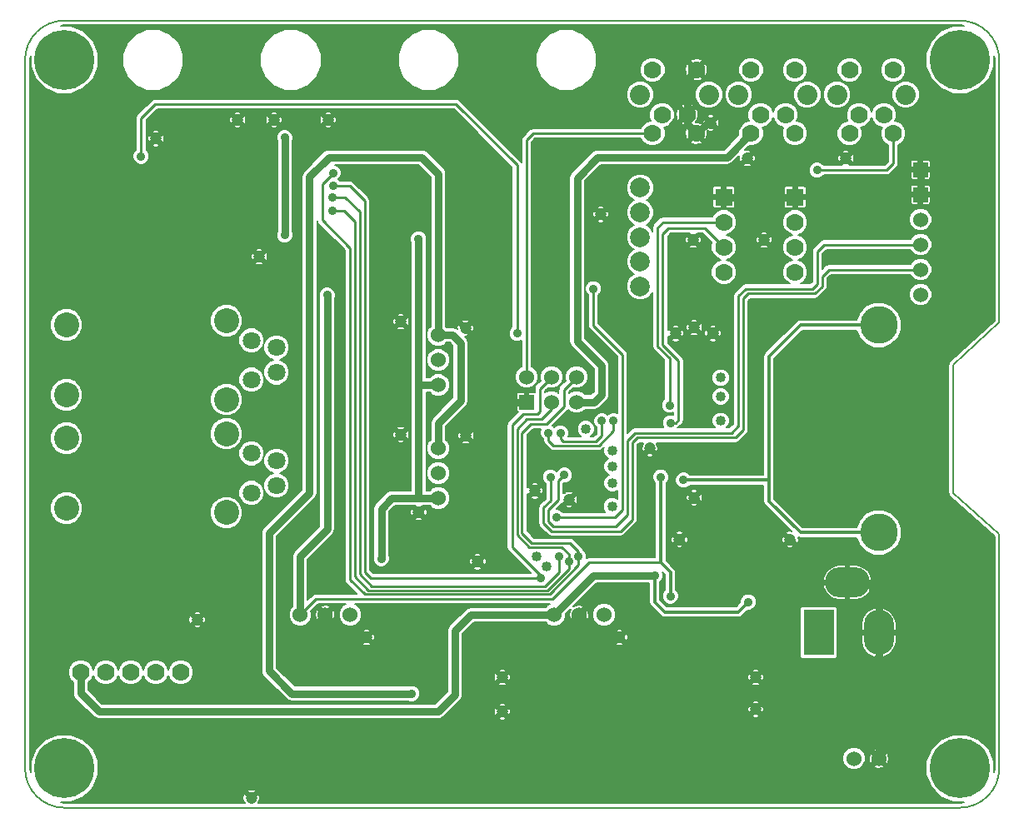
<source format=gbl>
G04 #@! TF.FileFunction,Copper,L2,Bot,Signal*
%FSLAX46Y46*%
G04 Gerber Fmt 4.6, Leading zero omitted, Abs format (unit mm)*
G04 Created by KiCad (PCBNEW 4.0.0-2.201511301921+6191~38~ubuntu15.10.1-stable) date Mon Dec  7 23:41:22 2015*
%MOMM*%
G01*
G04 APERTURE LIST*
%ADD10C,0.025400*%
%ADD11C,0.127000*%
%ADD12C,1.200000*%
%ADD13C,1.016000*%
%ADD14C,3.810000*%
%ADD15R,1.524000X1.524000*%
%ADD16C,1.524000*%
%ADD17C,1.778000*%
%ADD18R,1.778000X1.778000*%
%ADD19C,2.540000*%
%ADD20C,1.800000*%
%ADD21O,3.048000X4.572000*%
%ADD22R,3.048000X4.572000*%
%ADD23O,4.572000X3.048000*%
%ADD24C,6.096000*%
%ADD25C,2.032000*%
%ADD26C,2.000000*%
%ADD27C,0.889000*%
%ADD28C,0.762000*%
%ADD29C,0.254000*%
%ADD30C,0.304800*%
%ADD31C,0.200000*%
G04 APERTURE END LIST*
D10*
D11*
X4000000Y0D02*
X95000000Y0D01*
X99000000Y49300000D02*
X94300000Y45000000D01*
X99000000Y76000000D02*
X99000000Y49300000D01*
X94300000Y38500000D02*
X94300000Y45000000D01*
X94300000Y32000000D02*
X94300000Y38500000D01*
X99000000Y27800000D02*
X94300000Y32000000D01*
X99000000Y4000000D02*
X99000000Y27800000D01*
X0Y76000000D02*
X0Y4000000D01*
X95000000Y80000000D02*
X4000000Y80000000D01*
X99000000Y76000000D02*
G75*
G03X95000000Y80000000I-4000000J0D01*
G01*
X95000000Y0D02*
G75*
G03X99000000Y4000000I0J4000000D01*
G01*
X0Y4000000D02*
G75*
G03X4000000Y0I4000000J0D01*
G01*
X4000000Y80000000D02*
G75*
G03X0Y76000000I0J-4000000D01*
G01*
D12*
X23000000Y1000000D03*
X74250000Y10000000D03*
X74250000Y13250000D03*
X60400000Y17300000D03*
X48500000Y13250000D03*
X17500000Y19100000D03*
X44750000Y48750000D03*
X63500000Y36500000D03*
X66500000Y27250000D03*
X77750000Y27250000D03*
X68000000Y48800000D03*
X69900000Y48200000D03*
X66100000Y48200000D03*
X46000000Y25000000D03*
X58500000Y60300000D03*
X75100000Y57700000D03*
X67900000Y57700000D03*
X83400000Y66000000D03*
X73400000Y66000000D03*
X69700000Y69600000D03*
X38200000Y49400000D03*
X38200000Y37900000D03*
X68000000Y31500000D03*
X55300000Y31300000D03*
X40000000Y30000000D03*
X51800000Y32200000D03*
X23800000Y56000000D03*
X30800000Y69900000D03*
X21600000Y69900000D03*
X13300000Y68000000D03*
X25300000Y69900000D03*
D13*
X57000000Y38500000D03*
X70700000Y41800000D03*
X70700000Y43700000D03*
X70700000Y39300000D03*
X52000000Y25500000D03*
X59700000Y34700000D03*
X59700000Y36300000D03*
X59650000Y30600000D03*
X59700000Y33000000D03*
X53000000Y24500000D03*
D14*
X86750000Y49041000D03*
X86750000Y27959000D03*
D15*
X50960000Y41230000D03*
D16*
X50960000Y43770000D03*
X53500000Y41230000D03*
X53500000Y43770000D03*
X56040000Y41230000D03*
X56040000Y43770000D03*
D15*
X91000000Y64850000D03*
X91000000Y62310000D03*
D16*
X91000000Y59770000D03*
X91000000Y57230000D03*
X91000000Y54690000D03*
X91000000Y52150000D03*
D17*
X78250000Y54440000D03*
X78250000Y56980000D03*
X78250000Y59520000D03*
D18*
X78250000Y62060000D03*
D17*
X71000000Y54440000D03*
X71000000Y56980000D03*
X71000000Y59520000D03*
D18*
X71000000Y62060000D03*
D16*
X42000000Y42960000D03*
X42000000Y45500000D03*
X42000000Y48040000D03*
X84230000Y5000000D03*
X86770000Y5000000D03*
D19*
X4204000Y41944000D03*
X4204000Y49056000D03*
X20460000Y49513200D03*
X20460000Y41486800D03*
D20*
X23000000Y43500000D03*
X23000000Y47500000D03*
X25540000Y44230000D03*
X25540000Y46770000D03*
D21*
X86750000Y17800000D03*
D22*
X80654000Y17800000D03*
D23*
X83575000Y22880000D03*
D16*
X42000000Y31460000D03*
X42000000Y34000000D03*
X42000000Y36540000D03*
D19*
X4204000Y30444000D03*
X4204000Y37556000D03*
X20460000Y38013200D03*
X20460000Y29986800D03*
D20*
X23000000Y32000000D03*
X23000000Y36000000D03*
X25540000Y32730000D03*
X25540000Y35270000D03*
D24*
X4000000Y76000000D03*
X95000000Y76000000D03*
X4000000Y4000000D03*
X95000000Y4000000D03*
D17*
X8210000Y13750000D03*
X15830000Y13750000D03*
X13290000Y13750000D03*
X5670000Y13750000D03*
X10750000Y13750000D03*
X68222500Y75000000D03*
X63777500Y75000000D03*
D25*
X69492500Y72460000D03*
X62507500Y72460000D03*
D17*
X63777500Y68523000D03*
X68222500Y68523000D03*
X64730000Y70428000D03*
X67270000Y70428000D03*
X88222500Y75000000D03*
X83777500Y75000000D03*
D25*
X89492500Y72460000D03*
X82507500Y72460000D03*
D17*
X83777500Y68523000D03*
X88222500Y68523000D03*
X84730000Y70428000D03*
X87270000Y70428000D03*
X78222500Y75000000D03*
X73777500Y75000000D03*
D25*
X79492500Y72460000D03*
X72507500Y72460000D03*
D17*
X73777500Y68523000D03*
X78222500Y68523000D03*
X74730000Y70428000D03*
X77270000Y70428000D03*
D12*
X44800000Y37800000D03*
D26*
X62500000Y53000000D03*
X62500000Y55500000D03*
X62500000Y58000000D03*
X62500000Y63000000D03*
X62500000Y60500000D03*
D12*
X34700000Y17300000D03*
X48500000Y9750000D03*
D16*
X53760000Y19600000D03*
X56300000Y19600000D03*
X58840000Y19600000D03*
X27960000Y19600000D03*
X30500000Y19600000D03*
X33040000Y19600000D03*
D27*
X30700000Y52100000D03*
X65600000Y21500000D03*
X64600000Y33600000D03*
X39300000Y11600000D03*
X50000000Y48200000D03*
X11800000Y66200000D03*
X54000000Y29500000D03*
X57750000Y52750000D03*
X54250000Y25500000D03*
X31250000Y62000000D03*
X80500000Y64800000D03*
X66900000Y33300000D03*
X73500000Y20900000D03*
X64000000Y23600000D03*
X36200000Y25300000D03*
X40000000Y57800000D03*
X31200000Y60700000D03*
X55250000Y25000000D03*
X31300000Y63200000D03*
X52400000Y23300000D03*
X31300000Y64500000D03*
X56250000Y25500000D03*
X54800000Y33800000D03*
X53400000Y33600000D03*
X65600000Y39100000D03*
X53200000Y38100000D03*
X59800000Y39300000D03*
X54400000Y38100000D03*
X58600000Y39300000D03*
X65500000Y40900000D03*
X26400000Y68100000D03*
X26400000Y58200000D03*
D28*
X27960000Y19600000D02*
X27960000Y25560000D01*
X30700000Y28300000D02*
X30700000Y52100000D01*
X27960000Y25560000D02*
X30700000Y28300000D01*
D29*
X57300000Y24900000D02*
X53600000Y21200000D01*
X64600000Y24900000D02*
X57300000Y24900000D01*
X29560000Y21200000D02*
X27960000Y19600000D01*
X53600000Y21200000D02*
X29560000Y21200000D01*
D30*
X65600000Y21500000D02*
X65600000Y23900000D01*
X65600000Y23900000D02*
X64600000Y24900000D01*
X64600000Y33600000D02*
X64600000Y24900000D01*
D28*
X42000000Y48040000D02*
X42000000Y64400000D01*
X27100000Y11600000D02*
X39300000Y11600000D01*
X24800000Y13900000D02*
X27100000Y11600000D01*
X24800000Y27900000D02*
X24800000Y13900000D01*
X28900000Y32000000D02*
X24800000Y27900000D01*
X28900000Y64100000D02*
X28900000Y32000000D01*
X30900000Y66100000D02*
X28900000Y64100000D01*
X40300000Y66100000D02*
X30900000Y66100000D01*
X42000000Y64400000D02*
X40300000Y66100000D01*
X42000000Y48040000D02*
X43460000Y48040000D01*
X44250000Y47250000D02*
X44250000Y41350000D01*
X43460000Y48040000D02*
X44250000Y47250000D01*
X42000000Y39100000D02*
X42000000Y36540000D01*
X44250000Y41350000D02*
X42000000Y39100000D01*
D29*
X11800000Y66200000D02*
X11800000Y70100000D01*
X43800000Y71500000D02*
X50000000Y65300000D01*
X13200000Y71500000D02*
X43800000Y71500000D01*
X11800000Y70100000D02*
X13200000Y71500000D01*
X50000000Y65300000D02*
X50000000Y48200000D01*
X60700000Y46050000D02*
X60700000Y30300000D01*
X60700000Y30300000D02*
X59900000Y29500000D01*
X54000000Y29500000D02*
X59900000Y29500000D01*
X60700000Y46050000D02*
X57750000Y49000000D01*
X57750000Y49000000D02*
X57750000Y52750000D01*
X35250000Y22500000D02*
X52850000Y22500000D01*
X34000000Y23750000D02*
X35250000Y22500000D01*
X54250000Y25500000D02*
X54250000Y23900000D01*
X54250000Y23900000D02*
X52850000Y22500000D01*
X34000000Y23750000D02*
X34000000Y60550000D01*
X34000000Y60550000D02*
X32550000Y62000000D01*
X32550000Y62000000D02*
X31250000Y62000000D01*
X88222500Y65472500D02*
X88222500Y68523000D01*
X87550000Y64800000D02*
X88222500Y65472500D01*
X80500000Y64800000D02*
X87550000Y64800000D01*
D30*
X86750000Y49041000D02*
X78791000Y49041000D01*
X75600000Y45850000D02*
X75600000Y33300000D01*
X78791000Y49041000D02*
X75600000Y45850000D01*
X86750000Y27959000D02*
X78791000Y27959000D01*
X78791000Y27959000D02*
X75600000Y31150000D01*
X75600000Y31150000D02*
X75600000Y33300000D01*
X75600000Y33300000D02*
X66900000Y33300000D01*
D28*
X34700000Y17300000D02*
X31400000Y17300000D01*
X30500000Y18200000D02*
X30500000Y19600000D01*
X31400000Y17300000D02*
X30500000Y18200000D01*
X60400000Y17300000D02*
X57200000Y17300000D01*
X56300000Y18200000D02*
X56300000Y19600000D01*
X57200000Y17300000D02*
X56300000Y18200000D01*
X50960000Y41230000D02*
X46730000Y41230000D01*
X44800000Y39300000D02*
X44800000Y37800000D01*
X46730000Y41230000D02*
X44800000Y39300000D01*
X69700000Y69600000D02*
X69299500Y69600000D01*
X69299500Y69600000D02*
X68222500Y68523000D01*
X67270000Y70428000D02*
X67270000Y69475500D01*
X67270000Y69475500D02*
X68222500Y68523000D01*
X67270000Y70428000D02*
X67270000Y74047500D01*
X67270000Y74047500D02*
X68222500Y75000000D01*
X71000000Y62060000D02*
X78250000Y62060000D01*
X91000000Y62310000D02*
X91000000Y64850000D01*
X86750000Y17800000D02*
X86750000Y21750000D01*
X86750000Y21750000D02*
X85620000Y22880000D01*
X85620000Y22880000D02*
X83575000Y22880000D01*
X86770000Y5000000D02*
X86770000Y17780000D01*
X86770000Y17780000D02*
X86750000Y17800000D01*
X48900000Y19600000D02*
X45300000Y19600000D01*
X5670000Y11630000D02*
X5670000Y13750000D01*
X7500000Y9800000D02*
X5670000Y11630000D01*
X42000000Y9800000D02*
X7500000Y9800000D01*
X43700000Y11500000D02*
X42000000Y9800000D01*
X43700000Y18000000D02*
X43700000Y11500000D01*
X45300000Y19600000D02*
X43700000Y18000000D01*
X64000000Y23600000D02*
X57760000Y23600000D01*
X57760000Y23600000D02*
X53760000Y19600000D01*
X53760000Y19600000D02*
X48900000Y19600000D01*
D30*
X64000000Y23600000D02*
X64000000Y20900000D01*
X72500000Y19900000D02*
X73500000Y20900000D01*
X65000000Y19900000D02*
X72500000Y19900000D01*
X64000000Y20900000D02*
X65000000Y19900000D01*
D28*
X36200000Y25300000D02*
X36200000Y30400000D01*
X36200000Y30400000D02*
X37260000Y31460000D01*
X37260000Y31460000D02*
X40000000Y31460000D01*
X56040000Y41230000D02*
X57830000Y41230000D01*
X71354500Y66100000D02*
X73777500Y68523000D01*
X58200000Y66100000D02*
X71354500Y66100000D01*
X56100000Y64000000D02*
X58200000Y66100000D01*
X56100000Y47400000D02*
X56100000Y64000000D01*
X58600000Y44900000D02*
X56100000Y47400000D01*
X58600000Y42000000D02*
X58600000Y44900000D01*
X57830000Y41230000D02*
X58600000Y42000000D01*
X42000000Y42960000D02*
X40000000Y42960000D01*
X40000000Y31460000D02*
X40000000Y42960000D01*
X40000000Y42960000D02*
X40000000Y57800000D01*
X40000000Y31460000D02*
X42000000Y31460000D01*
D29*
X50960000Y43770000D02*
X50960000Y67860000D01*
X50960000Y67860000D02*
X51623000Y68523000D01*
X51623000Y68523000D02*
X63777500Y68523000D01*
X54500000Y26500000D02*
X51250000Y26500000D01*
X50000000Y27750000D02*
X50000000Y38500000D01*
X51250000Y26500000D02*
X50000000Y27750000D01*
X53100000Y22100000D02*
X34900000Y22100000D01*
X34900000Y22100000D02*
X33500000Y23500000D01*
X32400000Y60700000D02*
X31200000Y60700000D01*
X33500000Y59600000D02*
X32400000Y60700000D01*
X33500000Y23500000D02*
X33500000Y59600000D01*
X52500000Y39500000D02*
X51000000Y39500000D01*
X53500000Y40500000D02*
X52500000Y39500000D01*
X53500000Y41230000D02*
X53500000Y40500000D01*
X51000000Y39500000D02*
X50000000Y38500000D01*
X54500000Y26500000D02*
X55250000Y25750000D01*
X55250000Y25750000D02*
X55250000Y25000000D01*
X55250000Y25000000D02*
X55250000Y24250000D01*
X55250000Y24250000D02*
X53100000Y22100000D01*
X52400000Y23300000D02*
X52400000Y23600000D01*
X49500000Y26500000D02*
X49500000Y38900000D01*
X52400000Y23600000D02*
X49500000Y26500000D01*
X52300000Y42570000D02*
X53500000Y43770000D01*
X52300000Y40300000D02*
X52300000Y42570000D01*
X52050000Y40050000D02*
X52300000Y40300000D01*
X50650000Y40050000D02*
X52050000Y40050000D01*
X49500000Y38900000D02*
X50650000Y40050000D01*
X52400000Y23300000D02*
X35150000Y23300000D01*
X35150000Y23300000D02*
X34500000Y23950000D01*
X34500000Y61700000D02*
X33000000Y63200000D01*
X34500000Y23950000D02*
X34500000Y61700000D01*
X33000000Y63200000D02*
X31300000Y63200000D01*
X55350000Y26900000D02*
X51500000Y26900000D01*
X50500000Y38100000D02*
X51400000Y39000000D01*
X50500000Y27900000D02*
X50500000Y38100000D01*
X51500000Y26900000D02*
X50500000Y27900000D01*
X53300000Y21700000D02*
X34500000Y21700000D01*
X34500000Y21700000D02*
X33000000Y23200000D01*
X30200000Y63400000D02*
X31300000Y64500000D01*
X33000000Y56900000D02*
X30200000Y59700000D01*
X33000000Y23200000D02*
X33000000Y56900000D01*
X30200000Y59700000D02*
X30200000Y63400000D01*
X56250000Y24650000D02*
X53300000Y21700000D01*
X56250000Y25500000D02*
X56250000Y24650000D01*
X56250000Y26000000D02*
X56250000Y25500000D01*
X55350000Y26900000D02*
X56250000Y26000000D01*
X54750000Y42480000D02*
X54750000Y40750000D01*
X53000000Y39000000D02*
X51400000Y39000000D01*
X54750000Y40750000D02*
X53000000Y39000000D01*
X54750000Y42480000D02*
X56040000Y43770000D01*
X61200000Y29800000D02*
X61200000Y37300000D01*
X71800000Y38100000D02*
X72500000Y38800000D01*
X62000000Y38100000D02*
X71800000Y38100000D01*
X61200000Y37300000D02*
X62000000Y38100000D01*
X72500000Y38800000D02*
X72500000Y52000000D01*
X81230000Y57230000D02*
X91000000Y57230000D01*
X80500000Y56500000D02*
X81230000Y57230000D01*
X80500000Y53250000D02*
X80500000Y56500000D01*
X80000000Y52750000D02*
X80500000Y53250000D01*
X73250000Y52750000D02*
X80000000Y52750000D01*
X72500000Y52000000D02*
X73250000Y52750000D01*
X53700000Y28600000D02*
X60000000Y28600000D01*
X60000000Y28600000D02*
X61200000Y29800000D01*
X54200000Y31300000D02*
X54200000Y33200000D01*
X54200000Y33200000D02*
X54800000Y33800000D01*
X53200000Y29100000D02*
X53700000Y28600000D01*
X53200000Y30300000D02*
X53200000Y29100000D01*
X54200000Y31300000D02*
X53200000Y30300000D01*
X61700000Y29300000D02*
X61700000Y37100000D01*
X72200000Y37600000D02*
X73000000Y38400000D01*
X62200000Y37600000D02*
X72200000Y37600000D01*
X61700000Y37100000D02*
X62200000Y37600000D01*
X73000000Y38400000D02*
X73000000Y51750000D01*
X81690000Y54690000D02*
X91000000Y54690000D01*
X81000000Y54000000D02*
X81690000Y54690000D01*
X81000000Y53000000D02*
X81000000Y54000000D01*
X80250000Y52250000D02*
X81000000Y53000000D01*
X73500000Y52250000D02*
X80250000Y52250000D01*
X73000000Y51750000D02*
X73500000Y52250000D01*
X53500000Y28100000D02*
X60500000Y28100000D01*
X60500000Y28100000D02*
X61700000Y29300000D01*
X52700000Y28900000D02*
X53500000Y28100000D01*
X52700000Y30500000D02*
X52700000Y28900000D01*
X53400000Y31200000D02*
X52700000Y30500000D01*
X53400000Y33600000D02*
X53400000Y31200000D01*
X64800000Y47000000D02*
X64800000Y58300000D01*
X69080000Y58900000D02*
X71000000Y56980000D01*
X65400000Y58900000D02*
X69080000Y58900000D01*
X64800000Y58300000D02*
X65400000Y58900000D01*
X59800000Y39300000D02*
X59800000Y38300000D01*
X59800000Y38300000D02*
X58300000Y36800000D01*
X66400000Y39400000D02*
X66400000Y45400000D01*
X65600000Y39100000D02*
X66100000Y39100000D01*
X66100000Y39100000D02*
X66400000Y39400000D01*
X66400000Y45400000D02*
X64800000Y47000000D01*
X53200000Y38100000D02*
X53200000Y37300000D01*
X53200000Y37300000D02*
X53700000Y36800000D01*
X53700000Y36800000D02*
X58300000Y36800000D01*
X58600000Y39300000D02*
X58600000Y37800000D01*
X58600000Y37800000D02*
X58000000Y37200000D01*
X64820000Y59520000D02*
X71000000Y59520000D01*
X64300000Y59000000D02*
X64820000Y59520000D01*
X64300000Y46900000D02*
X64300000Y59000000D01*
X65500000Y45700000D02*
X64300000Y46900000D01*
X54400000Y38100000D02*
X54400000Y37500000D01*
X54700000Y37200000D02*
X58000000Y37200000D01*
X54400000Y37500000D02*
X54700000Y37200000D01*
X65500000Y40900000D02*
X65500000Y45700000D01*
D28*
X26400000Y58200000D02*
X26400000Y68100000D01*
D31*
G36*
X95401023Y79447651D02*
X94317159Y79448597D01*
X93049417Y78924776D01*
X92078633Y77955685D01*
X91552600Y76688858D01*
X91551403Y75317159D01*
X92075224Y74049417D01*
X93044315Y73078633D01*
X94311142Y72552600D01*
X95682841Y72551403D01*
X96950583Y73075224D01*
X97921367Y74044315D01*
X98447400Y75311142D01*
X98448348Y76397519D01*
X98536500Y75954349D01*
X98536500Y49504162D01*
X93987131Y45341973D01*
X93980945Y45333549D01*
X93972256Y45327744D01*
X93927628Y45260954D01*
X93880080Y45196212D01*
X93877588Y45186064D01*
X93871782Y45177374D01*
X93856111Y45098590D01*
X93836957Y45020580D01*
X93838539Y45010250D01*
X93836500Y45000000D01*
X93836500Y32000000D01*
X93839074Y31987062D01*
X93837230Y31974002D01*
X93856630Y31898800D01*
X93871782Y31822626D01*
X93879110Y31811659D01*
X93882405Y31798886D01*
X93929108Y31736831D01*
X93972256Y31672256D01*
X93983224Y31664928D01*
X93991156Y31654388D01*
X98536500Y27592591D01*
X98536500Y4045651D01*
X98447651Y3598978D01*
X98448597Y4682841D01*
X97924776Y5950583D01*
X96955685Y6921367D01*
X95688858Y7447400D01*
X94317159Y7448597D01*
X93049417Y6924776D01*
X92078633Y5955685D01*
X91552600Y4688858D01*
X91551403Y3317159D01*
X92075224Y2049417D01*
X93044315Y1078633D01*
X94311142Y552600D01*
X95397519Y551652D01*
X94954349Y463500D01*
X23686361Y463500D01*
X23752853Y529992D01*
X23692177Y590668D01*
X23799767Y666148D01*
X23866648Y997618D01*
X23801590Y1329452D01*
X23799767Y1333852D01*
X23692176Y1409333D01*
X23282843Y1000000D01*
X23296985Y985858D01*
X23014142Y703015D01*
X23000000Y717157D01*
X22985858Y703015D01*
X22703015Y985858D01*
X22717157Y1000000D01*
X22307824Y1409333D01*
X22200233Y1333852D01*
X22133352Y1002382D01*
X22198410Y670548D01*
X22200233Y666148D01*
X22307823Y590668D01*
X22247147Y529992D01*
X22313639Y463500D01*
X4045651Y463500D01*
X3598978Y552349D01*
X4682841Y551403D01*
X5950583Y1075224D01*
X6568612Y1692176D01*
X22590667Y1692176D01*
X23000000Y1282843D01*
X23409333Y1692176D01*
X23333852Y1799767D01*
X23002382Y1866648D01*
X22670548Y1801590D01*
X22666148Y1799767D01*
X22590667Y1692176D01*
X6568612Y1692176D01*
X6921367Y2044315D01*
X7447400Y3311142D01*
X7448597Y4682841D01*
X7412634Y4769878D01*
X83067799Y4769878D01*
X83244330Y4342640D01*
X83570920Y4015479D01*
X83997850Y3838202D01*
X84460122Y3837799D01*
X84887360Y4014330D01*
X85061243Y4187910D01*
X86240752Y4187910D01*
X86336814Y4063509D01*
X86728167Y3969022D01*
X87125890Y4031491D01*
X87203186Y4063509D01*
X87299248Y4187910D01*
X86770000Y4717157D01*
X86240752Y4187910D01*
X85061243Y4187910D01*
X85214521Y4340920D01*
X85391798Y4767850D01*
X85392036Y5041833D01*
X85739022Y5041833D01*
X85801491Y4644110D01*
X85833509Y4566814D01*
X85957910Y4470752D01*
X86487157Y5000000D01*
X87052843Y5000000D01*
X87582090Y4470752D01*
X87706491Y4566814D01*
X87800978Y4958167D01*
X87738509Y5355890D01*
X87706491Y5433186D01*
X87582090Y5529248D01*
X87052843Y5000000D01*
X86487157Y5000000D01*
X85957910Y5529248D01*
X85833509Y5433186D01*
X85739022Y5041833D01*
X85392036Y5041833D01*
X85392201Y5230122D01*
X85215670Y5657360D01*
X85061211Y5812090D01*
X86240752Y5812090D01*
X86770000Y5282843D01*
X87299248Y5812090D01*
X87203186Y5936491D01*
X86811833Y6030978D01*
X86414110Y5968509D01*
X86336814Y5936491D01*
X86240752Y5812090D01*
X85061211Y5812090D01*
X84889080Y5984521D01*
X84462150Y6161798D01*
X83999878Y6162201D01*
X83572640Y5985670D01*
X83245479Y5659080D01*
X83068202Y5232150D01*
X83067799Y4769878D01*
X7412634Y4769878D01*
X6924776Y5950583D01*
X5955685Y6921367D01*
X4688858Y7447400D01*
X3317159Y7448597D01*
X2049417Y6924776D01*
X1078633Y5955685D01*
X552600Y4688858D01*
X551652Y3602481D01*
X463500Y4045651D01*
X463500Y13494727D01*
X4380777Y13494727D01*
X4576602Y13020794D01*
X4889000Y12707850D01*
X4889000Y11630000D01*
X4948450Y11331124D01*
X5117750Y11077750D01*
X6947750Y9247749D01*
X7201124Y9078450D01*
X7500000Y9019000D01*
X42000000Y9019000D01*
X42195181Y9057824D01*
X48090667Y9057824D01*
X48166148Y8950233D01*
X48497618Y8883352D01*
X48829452Y8948410D01*
X48833852Y8950233D01*
X48909333Y9057824D01*
X48659333Y9307824D01*
X73840667Y9307824D01*
X73916148Y9200233D01*
X74247618Y9133352D01*
X74579452Y9198410D01*
X74583852Y9200233D01*
X74659333Y9307824D01*
X74250000Y9717157D01*
X73840667Y9307824D01*
X48659333Y9307824D01*
X48500000Y9467157D01*
X48090667Y9057824D01*
X42195181Y9057824D01*
X42298876Y9078450D01*
X42552250Y9247750D01*
X43056882Y9752382D01*
X47633352Y9752382D01*
X47698410Y9420548D01*
X47700233Y9416148D01*
X47807824Y9340667D01*
X48217157Y9750000D01*
X48782843Y9750000D01*
X49192176Y9340667D01*
X49299767Y9416148D01*
X49366648Y9747618D01*
X49316701Y10002382D01*
X73383352Y10002382D01*
X73448410Y9670548D01*
X73450233Y9666148D01*
X73557824Y9590667D01*
X73967157Y10000000D01*
X74532843Y10000000D01*
X74942176Y9590667D01*
X75049767Y9666148D01*
X75116648Y9997618D01*
X75051590Y10329452D01*
X75049767Y10333852D01*
X74942176Y10409333D01*
X74532843Y10000000D01*
X73967157Y10000000D01*
X73557824Y10409333D01*
X73450233Y10333852D01*
X73383352Y10002382D01*
X49316701Y10002382D01*
X49301590Y10079452D01*
X49299767Y10083852D01*
X49192176Y10159333D01*
X48782843Y9750000D01*
X48217157Y9750000D01*
X47807824Y10159333D01*
X47700233Y10083852D01*
X47633352Y9752382D01*
X43056882Y9752382D01*
X43746676Y10442176D01*
X48090667Y10442176D01*
X48500000Y10032843D01*
X48909333Y10442176D01*
X48833852Y10549767D01*
X48502382Y10616648D01*
X48170548Y10551590D01*
X48166148Y10549767D01*
X48090667Y10442176D01*
X43746676Y10442176D01*
X43996676Y10692176D01*
X73840667Y10692176D01*
X74250000Y10282843D01*
X74659333Y10692176D01*
X74583852Y10799767D01*
X74252382Y10866648D01*
X73920548Y10801590D01*
X73916148Y10799767D01*
X73840667Y10692176D01*
X43996676Y10692176D01*
X44252250Y10947750D01*
X44421550Y11201124D01*
X44441441Y11301124D01*
X44481000Y11500000D01*
X44481000Y12557824D01*
X48090667Y12557824D01*
X48166148Y12450233D01*
X48497618Y12383352D01*
X48829452Y12448410D01*
X48833852Y12450233D01*
X48909333Y12557824D01*
X73840667Y12557824D01*
X73916148Y12450233D01*
X74247618Y12383352D01*
X74579452Y12448410D01*
X74583852Y12450233D01*
X74659333Y12557824D01*
X74250000Y12967157D01*
X73840667Y12557824D01*
X48909333Y12557824D01*
X48500000Y12967157D01*
X48090667Y12557824D01*
X44481000Y12557824D01*
X44481000Y13252382D01*
X47633352Y13252382D01*
X47698410Y12920548D01*
X47700233Y12916148D01*
X47807824Y12840667D01*
X48217157Y13250000D01*
X48782843Y13250000D01*
X49192176Y12840667D01*
X49299767Y12916148D01*
X49366648Y13247618D01*
X49365714Y13252382D01*
X73383352Y13252382D01*
X73448410Y12920548D01*
X73450233Y12916148D01*
X73557824Y12840667D01*
X73967157Y13250000D01*
X74532843Y13250000D01*
X74942176Y12840667D01*
X75049767Y12916148D01*
X75116648Y13247618D01*
X75051590Y13579452D01*
X75049767Y13583852D01*
X74942176Y13659333D01*
X74532843Y13250000D01*
X73967157Y13250000D01*
X73557824Y13659333D01*
X73450233Y13583852D01*
X73383352Y13252382D01*
X49365714Y13252382D01*
X49301590Y13579452D01*
X49299767Y13583852D01*
X49192176Y13659333D01*
X48782843Y13250000D01*
X48217157Y13250000D01*
X47807824Y13659333D01*
X47700233Y13583852D01*
X47633352Y13252382D01*
X44481000Y13252382D01*
X44481000Y13942176D01*
X48090667Y13942176D01*
X48500000Y13532843D01*
X48909333Y13942176D01*
X73840667Y13942176D01*
X74250000Y13532843D01*
X74659333Y13942176D01*
X74583852Y14049767D01*
X74252382Y14116648D01*
X73920548Y14051590D01*
X73916148Y14049767D01*
X73840667Y13942176D01*
X48909333Y13942176D01*
X48833852Y14049767D01*
X48502382Y14116648D01*
X48170548Y14051590D01*
X48166148Y14049767D01*
X48090667Y13942176D01*
X44481000Y13942176D01*
X44481000Y16607824D01*
X59990667Y16607824D01*
X60066148Y16500233D01*
X60397618Y16433352D01*
X60729452Y16498410D01*
X60733852Y16500233D01*
X60809333Y16607824D01*
X60400000Y17017157D01*
X59990667Y16607824D01*
X44481000Y16607824D01*
X44481000Y17302382D01*
X59533352Y17302382D01*
X59598410Y16970548D01*
X59600233Y16966148D01*
X59707824Y16890667D01*
X60117157Y17300000D01*
X60682843Y17300000D01*
X61092176Y16890667D01*
X61199767Y16966148D01*
X61266648Y17297618D01*
X61201590Y17629452D01*
X61199767Y17633852D01*
X61092176Y17709333D01*
X60682843Y17300000D01*
X60117157Y17300000D01*
X59707824Y17709333D01*
X59600233Y17633852D01*
X59533352Y17302382D01*
X44481000Y17302382D01*
X44481000Y17676500D01*
X44796676Y17992176D01*
X59990667Y17992176D01*
X60400000Y17582843D01*
X60809333Y17992176D01*
X60733852Y18099767D01*
X60402382Y18166648D01*
X60070548Y18101590D01*
X60066148Y18099767D01*
X59990667Y17992176D01*
X44796676Y17992176D01*
X45623501Y18819000D01*
X52897754Y18819000D01*
X53100920Y18615479D01*
X53527850Y18438202D01*
X53990122Y18437799D01*
X54417360Y18614330D01*
X54591243Y18787910D01*
X55770752Y18787910D01*
X55866814Y18663509D01*
X56258167Y18569022D01*
X56655890Y18631491D01*
X56733186Y18663509D01*
X56829248Y18787910D01*
X56300000Y19317157D01*
X55770752Y18787910D01*
X54591243Y18787910D01*
X54744521Y18940920D01*
X54921798Y19367850D01*
X54922051Y19657550D01*
X55440828Y20176327D01*
X55487908Y20129246D01*
X55363509Y20033186D01*
X55269022Y19641833D01*
X55331491Y19244110D01*
X55363509Y19166814D01*
X55487910Y19070752D01*
X56017157Y19600000D01*
X56582843Y19600000D01*
X57112090Y19070752D01*
X57236491Y19166814D01*
X57285518Y19369878D01*
X57677799Y19369878D01*
X57854330Y18942640D01*
X58180920Y18615479D01*
X58607850Y18438202D01*
X59070122Y18437799D01*
X59497360Y18614330D01*
X59824521Y18940920D01*
X60001798Y19367850D01*
X60002201Y19830122D01*
X59825670Y20257360D01*
X59499080Y20584521D01*
X59072150Y20761798D01*
X58609878Y20762201D01*
X58182640Y20585670D01*
X57855479Y20259080D01*
X57678202Y19832150D01*
X57677799Y19369878D01*
X57285518Y19369878D01*
X57330978Y19558167D01*
X57268509Y19955890D01*
X57236491Y20033186D01*
X57112090Y20129248D01*
X56582843Y19600000D01*
X56017157Y19600000D01*
X56003015Y19614142D01*
X56285858Y19896985D01*
X56300000Y19882843D01*
X56829248Y20412090D01*
X56733186Y20536491D01*
X56341833Y20630978D01*
X55944110Y20568509D01*
X55866814Y20536491D01*
X55770754Y20412092D01*
X55723673Y20459172D01*
X58083501Y22819000D01*
X63447600Y22819000D01*
X63447600Y20900000D01*
X63489649Y20688605D01*
X63609394Y20509394D01*
X64609392Y19509397D01*
X64609394Y19509394D01*
X64775621Y19398325D01*
X64788606Y19389649D01*
X65000000Y19347599D01*
X65000005Y19347600D01*
X72500000Y19347600D01*
X72711395Y19389649D01*
X72890606Y19509394D01*
X73436766Y20055555D01*
X73667245Y20055353D01*
X73741416Y20086000D01*
X78722164Y20086000D01*
X78722164Y15514000D01*
X78750056Y15365769D01*
X78837660Y15229628D01*
X78971329Y15138296D01*
X79130000Y15106164D01*
X82178000Y15106164D01*
X82326231Y15134056D01*
X82462372Y15221660D01*
X82553704Y15355329D01*
X82585836Y15514000D01*
X82585836Y17600000D01*
X84976000Y17600000D01*
X84976000Y16838000D01*
X85187574Y16174344D01*
X85637013Y15642171D01*
X86276717Y15328299D01*
X86550000Y15338226D01*
X86550000Y17600000D01*
X86950000Y17600000D01*
X86950000Y15338226D01*
X87223283Y15328299D01*
X87862987Y15642171D01*
X88312426Y16174344D01*
X88524000Y16838000D01*
X88524000Y17600000D01*
X86950000Y17600000D01*
X86550000Y17600000D01*
X84976000Y17600000D01*
X82585836Y17600000D01*
X82585836Y18762000D01*
X84976000Y18762000D01*
X84976000Y18000000D01*
X86550000Y18000000D01*
X86550000Y20261774D01*
X86950000Y20261774D01*
X86950000Y18000000D01*
X88524000Y18000000D01*
X88524000Y18762000D01*
X88312426Y19425656D01*
X87862987Y19957829D01*
X87223283Y20271701D01*
X86950000Y20261774D01*
X86550000Y20261774D01*
X86276717Y20271701D01*
X85637013Y19957829D01*
X85187574Y19425656D01*
X84976000Y18762000D01*
X82585836Y18762000D01*
X82585836Y20086000D01*
X82557944Y20234231D01*
X82470340Y20370372D01*
X82336671Y20461704D01*
X82178000Y20493836D01*
X79130000Y20493836D01*
X78981769Y20465944D01*
X78845628Y20378340D01*
X78754296Y20244671D01*
X78722164Y20086000D01*
X73741416Y20086000D01*
X73977746Y20183650D01*
X74215515Y20421004D01*
X74344353Y20731282D01*
X74344647Y21067245D01*
X74216350Y21377746D01*
X73978996Y21615515D01*
X73668718Y21744353D01*
X73332755Y21744647D01*
X73022254Y21616350D01*
X72784485Y21378996D01*
X72655647Y21068718D01*
X72655444Y20836655D01*
X72271188Y20452400D01*
X65228811Y20452400D01*
X64552400Y21128812D01*
X64552400Y22958174D01*
X64715515Y23121004D01*
X64844353Y23431282D01*
X64844647Y23767245D01*
X64769377Y23949412D01*
X65047600Y23671189D01*
X65047600Y22141826D01*
X64884485Y21978996D01*
X64755647Y21668718D01*
X64755353Y21332755D01*
X64883650Y21022254D01*
X65121004Y20784485D01*
X65431282Y20655647D01*
X65767245Y20655353D01*
X66077746Y20783650D01*
X66315515Y21021004D01*
X66444353Y21331282D01*
X66444647Y21667245D01*
X66316350Y21977746D01*
X66152400Y22141983D01*
X66152400Y22406717D01*
X81103299Y22406717D01*
X81417171Y21767013D01*
X81949344Y21317574D01*
X82613000Y21106000D01*
X83375000Y21106000D01*
X83375000Y22680000D01*
X83775000Y22680000D01*
X83775000Y21106000D01*
X84537000Y21106000D01*
X85200656Y21317574D01*
X85732829Y21767013D01*
X86046701Y22406717D01*
X86036774Y22680000D01*
X83775000Y22680000D01*
X83375000Y22680000D01*
X81113226Y22680000D01*
X81103299Y22406717D01*
X66152400Y22406717D01*
X66152400Y23353283D01*
X81103299Y23353283D01*
X81113226Y23080000D01*
X83375000Y23080000D01*
X83375000Y24654000D01*
X83775000Y24654000D01*
X83775000Y23080000D01*
X86036774Y23080000D01*
X86046701Y23353283D01*
X85732829Y23992987D01*
X85200656Y24442426D01*
X84537000Y24654000D01*
X83775000Y24654000D01*
X83375000Y24654000D01*
X82613000Y24654000D01*
X81949344Y24442426D01*
X81417171Y23992987D01*
X81103299Y23353283D01*
X66152400Y23353283D01*
X66152400Y23899995D01*
X66152401Y23900000D01*
X66110351Y24111394D01*
X66095679Y24133352D01*
X65990606Y24290606D01*
X65990603Y24290608D01*
X65152400Y25128812D01*
X65152400Y26557824D01*
X66090667Y26557824D01*
X66166148Y26450233D01*
X66497618Y26383352D01*
X66829452Y26448410D01*
X66833852Y26450233D01*
X66909333Y26557824D01*
X77340667Y26557824D01*
X77416148Y26450233D01*
X77747618Y26383352D01*
X78079452Y26448410D01*
X78083852Y26450233D01*
X78159333Y26557824D01*
X77750000Y26967157D01*
X77340667Y26557824D01*
X66909333Y26557824D01*
X66500000Y26967157D01*
X66090667Y26557824D01*
X65152400Y26557824D01*
X65152400Y27252382D01*
X65633352Y27252382D01*
X65698410Y26920548D01*
X65700233Y26916148D01*
X65807824Y26840667D01*
X66217157Y27250000D01*
X66782843Y27250000D01*
X67192176Y26840667D01*
X67299767Y26916148D01*
X67366648Y27247618D01*
X67365714Y27252382D01*
X76883352Y27252382D01*
X76948410Y26920548D01*
X76950233Y26916148D01*
X77057824Y26840667D01*
X77467157Y27250000D01*
X77057824Y27659333D01*
X76950233Y27583852D01*
X76883352Y27252382D01*
X67365714Y27252382D01*
X67301590Y27579452D01*
X67299767Y27583852D01*
X67192176Y27659333D01*
X66782843Y27250000D01*
X66217157Y27250000D01*
X65807824Y27659333D01*
X65700233Y27583852D01*
X65633352Y27252382D01*
X65152400Y27252382D01*
X65152400Y27942176D01*
X66090667Y27942176D01*
X66500000Y27532843D01*
X66909333Y27942176D01*
X66833852Y28049767D01*
X66502382Y28116648D01*
X66170548Y28051590D01*
X66166148Y28049767D01*
X66090667Y27942176D01*
X65152400Y27942176D01*
X65152400Y30807824D01*
X67590667Y30807824D01*
X67666148Y30700233D01*
X67997618Y30633352D01*
X68329452Y30698410D01*
X68333852Y30700233D01*
X68409333Y30807824D01*
X68000000Y31217157D01*
X67590667Y30807824D01*
X65152400Y30807824D01*
X65152400Y31502382D01*
X67133352Y31502382D01*
X67198410Y31170548D01*
X67200233Y31166148D01*
X67307824Y31090667D01*
X67717157Y31500000D01*
X68282843Y31500000D01*
X68692176Y31090667D01*
X68799767Y31166148D01*
X68866648Y31497618D01*
X68801590Y31829452D01*
X68799767Y31833852D01*
X68692176Y31909333D01*
X68282843Y31500000D01*
X67717157Y31500000D01*
X67307824Y31909333D01*
X67200233Y31833852D01*
X67133352Y31502382D01*
X65152400Y31502382D01*
X65152400Y32192176D01*
X67590667Y32192176D01*
X68000000Y31782843D01*
X68409333Y32192176D01*
X68333852Y32299767D01*
X68002382Y32366648D01*
X67670548Y32301590D01*
X67666148Y32299767D01*
X67590667Y32192176D01*
X65152400Y32192176D01*
X65152400Y32958174D01*
X65315515Y33121004D01*
X65320394Y33132755D01*
X66055353Y33132755D01*
X66183650Y32822254D01*
X66421004Y32584485D01*
X66731282Y32455647D01*
X67067245Y32455353D01*
X67377746Y32583650D01*
X67541983Y32747600D01*
X75047600Y32747600D01*
X75047600Y31150000D01*
X75089649Y30938605D01*
X75209394Y30759394D01*
X77877357Y28091432D01*
X77752382Y28116648D01*
X77420548Y28051590D01*
X77416148Y28049767D01*
X77340667Y27942176D01*
X77750000Y27532843D01*
X77764142Y27546985D01*
X78046985Y27264142D01*
X78032843Y27250000D01*
X78442176Y26840667D01*
X78549767Y26916148D01*
X78616648Y27247618D01*
X78576877Y27450472D01*
X78579606Y27448649D01*
X78791000Y27406600D01*
X84484233Y27406600D01*
X84794776Y26655028D01*
X85442617Y26006055D01*
X86289496Y25654401D01*
X87206481Y25653600D01*
X88053972Y26003776D01*
X88702945Y26651617D01*
X89054599Y27498496D01*
X89055400Y28415481D01*
X88705224Y29262972D01*
X88057383Y29911945D01*
X87210504Y30263599D01*
X86293519Y30264400D01*
X85446028Y29914224D01*
X84797055Y29266383D01*
X84483559Y28511400D01*
X79019811Y28511400D01*
X76152400Y31378812D01*
X76152400Y45621188D01*
X79019811Y48488600D01*
X84484233Y48488600D01*
X84794776Y47737028D01*
X85442617Y47088055D01*
X86289496Y46736401D01*
X87206481Y46735600D01*
X88053972Y47085776D01*
X88702945Y47733617D01*
X89054599Y48580496D01*
X89055400Y49497481D01*
X88705224Y50344972D01*
X88057383Y50993945D01*
X87210504Y51345599D01*
X86293519Y51346400D01*
X85446028Y50996224D01*
X84797055Y50348383D01*
X84483559Y49593400D01*
X78791000Y49593400D01*
X78579606Y49551351D01*
X78400394Y49431606D01*
X78400392Y49431603D01*
X75209394Y46240606D01*
X75089649Y46061395D01*
X75083931Y46032647D01*
X75047600Y45850000D01*
X75047600Y33852400D01*
X67541826Y33852400D01*
X67378996Y34015515D01*
X67068718Y34144353D01*
X66732755Y34144647D01*
X66422254Y34016350D01*
X66184485Y33778996D01*
X66055647Y33468718D01*
X66055353Y33132755D01*
X65320394Y33132755D01*
X65444353Y33431282D01*
X65444647Y33767245D01*
X65316350Y34077746D01*
X65078996Y34315515D01*
X64768718Y34444353D01*
X64432755Y34444647D01*
X64122254Y34316350D01*
X63884485Y34078996D01*
X63755647Y33768718D01*
X63755353Y33432755D01*
X63883650Y33122254D01*
X64047600Y32958017D01*
X64047600Y25427000D01*
X57300000Y25427000D01*
X57131785Y25393540D01*
X57098325Y25386885D01*
X57094399Y25384262D01*
X57094647Y25667245D01*
X56966350Y25977746D01*
X56728996Y26215515D01*
X56727116Y26216296D01*
X56622645Y26372645D01*
X55722645Y27272645D01*
X55551675Y27386885D01*
X55350000Y27427000D01*
X51718291Y27427000D01*
X51027000Y28118290D01*
X51027000Y31507824D01*
X51390667Y31507824D01*
X51466148Y31400233D01*
X51797618Y31333352D01*
X52129452Y31398410D01*
X52133852Y31400233D01*
X52209333Y31507824D01*
X51800000Y31917157D01*
X51390667Y31507824D01*
X51027000Y31507824D01*
X51027000Y31847369D01*
X51107824Y31790667D01*
X51517157Y32200000D01*
X52082843Y32200000D01*
X52492176Y31790667D01*
X52599767Y31866148D01*
X52666648Y32197618D01*
X52601590Y32529452D01*
X52599767Y32533852D01*
X52492176Y32609333D01*
X52082843Y32200000D01*
X51517157Y32200000D01*
X51107824Y32609333D01*
X51027000Y32552631D01*
X51027000Y32892176D01*
X51390667Y32892176D01*
X51800000Y32482843D01*
X52209333Y32892176D01*
X52133852Y32999767D01*
X51802382Y33066648D01*
X51470548Y33001590D01*
X51466148Y32999767D01*
X51390667Y32892176D01*
X51027000Y32892176D01*
X51027000Y37881710D01*
X51618290Y38473000D01*
X52440472Y38473000D01*
X52355647Y38268718D01*
X52355353Y37932755D01*
X52483650Y37622254D01*
X52673000Y37432573D01*
X52673000Y37300000D01*
X52713115Y37098325D01*
X52827355Y36927355D01*
X53327355Y36427355D01*
X53498326Y36313115D01*
X53700000Y36273000D01*
X58300000Y36273000D01*
X58501675Y36313115D01*
X58672645Y36427355D01*
X58838643Y36593353D01*
X58792158Y36481405D01*
X58791843Y36120180D01*
X58929786Y35786331D01*
X59184988Y35530684D01*
X59258652Y35500096D01*
X59186331Y35470214D01*
X58930684Y35215012D01*
X58792158Y34881405D01*
X58791843Y34520180D01*
X58929786Y34186331D01*
X59184988Y33930684D01*
X59379362Y33849973D01*
X59186331Y33770214D01*
X58930684Y33515012D01*
X58792158Y33181405D01*
X58791843Y32820180D01*
X58929786Y32486331D01*
X59184988Y32230684D01*
X59518595Y32092158D01*
X59879820Y32091843D01*
X60173000Y32212982D01*
X60173000Y31361314D01*
X60165012Y31369316D01*
X59831405Y31507842D01*
X59470180Y31508157D01*
X59136331Y31370214D01*
X58880684Y31115012D01*
X58742158Y30781405D01*
X58741843Y30420180D01*
X58879786Y30086331D01*
X58939014Y30027000D01*
X54667182Y30027000D01*
X54478996Y30215515D01*
X54168718Y30344353D01*
X53989800Y30344510D01*
X54253114Y30607824D01*
X54890667Y30607824D01*
X54966148Y30500233D01*
X55297618Y30433352D01*
X55629452Y30498410D01*
X55633852Y30500233D01*
X55709333Y30607824D01*
X55300000Y31017157D01*
X54890667Y30607824D01*
X54253114Y30607824D01*
X54565589Y30920298D01*
X54607824Y30890667D01*
X55017157Y31300000D01*
X55582843Y31300000D01*
X55992176Y30890667D01*
X56099767Y30966148D01*
X56166648Y31297618D01*
X56101590Y31629452D01*
X56099767Y31633852D01*
X55992176Y31709333D01*
X55582843Y31300000D01*
X55017157Y31300000D01*
X55003015Y31314142D01*
X55285858Y31596985D01*
X55300000Y31582843D01*
X55709333Y31992176D01*
X55633852Y32099767D01*
X55302382Y32166648D01*
X54970548Y32101590D01*
X54966148Y32099767D01*
X54890668Y31992177D01*
X54829992Y32052853D01*
X54727000Y31949861D01*
X54727000Y32955563D01*
X54967245Y32955353D01*
X55277746Y33083650D01*
X55515515Y33321004D01*
X55644353Y33631282D01*
X55644647Y33967245D01*
X55516350Y34277746D01*
X55278996Y34515515D01*
X54968718Y34644353D01*
X54632755Y34644647D01*
X54322254Y34516350D01*
X54084485Y34278996D01*
X54034829Y34159410D01*
X53878996Y34315515D01*
X53568718Y34444353D01*
X53232755Y34444647D01*
X52922254Y34316350D01*
X52684485Y34078996D01*
X52555647Y33768718D01*
X52555353Y33432755D01*
X52683650Y33122254D01*
X52873000Y32932573D01*
X52873000Y31418291D01*
X52327355Y30872645D01*
X52213115Y30701675D01*
X52199525Y30633352D01*
X52173000Y30500000D01*
X52173000Y28900000D01*
X52213115Y28698325D01*
X52327355Y28527355D01*
X53127355Y27727355D01*
X53298325Y27613115D01*
X53500000Y27573000D01*
X60500000Y27573000D01*
X60701675Y27613115D01*
X60872645Y27727355D01*
X62072645Y28927355D01*
X62186885Y29098325D01*
X62193852Y29133352D01*
X62227000Y29300000D01*
X62227000Y35807824D01*
X63090667Y35807824D01*
X63166148Y35700233D01*
X63497618Y35633352D01*
X63829452Y35698410D01*
X63833852Y35700233D01*
X63909333Y35807824D01*
X63500000Y36217157D01*
X63090667Y35807824D01*
X62227000Y35807824D01*
X62227000Y36881710D01*
X62418290Y37073000D01*
X62850139Y37073000D01*
X62747147Y36970008D01*
X62807823Y36909332D01*
X62700233Y36833852D01*
X62633352Y36502382D01*
X62698410Y36170548D01*
X62700233Y36166148D01*
X62807824Y36090667D01*
X63217157Y36500000D01*
X63203015Y36514142D01*
X63485858Y36796985D01*
X63500000Y36782843D01*
X63514142Y36796985D01*
X63796985Y36514142D01*
X63782843Y36500000D01*
X64192176Y36090667D01*
X64299767Y36166148D01*
X64366648Y36497618D01*
X64301590Y36829452D01*
X64299767Y36833852D01*
X64192177Y36909332D01*
X64252853Y36970008D01*
X64149861Y37073000D01*
X72200000Y37073000D01*
X72401675Y37113115D01*
X72572645Y37227355D01*
X73372645Y38027355D01*
X73486885Y38198325D01*
X73527000Y38400000D01*
X73527000Y51531710D01*
X73718290Y51723000D01*
X80250000Y51723000D01*
X80451675Y51763115D01*
X80622645Y51877355D01*
X80665168Y51919878D01*
X89837799Y51919878D01*
X90014330Y51492640D01*
X90340920Y51165479D01*
X90767850Y50988202D01*
X91230122Y50987799D01*
X91657360Y51164330D01*
X91984521Y51490920D01*
X92161798Y51917850D01*
X92162201Y52380122D01*
X91985670Y52807360D01*
X91659080Y53134521D01*
X91232150Y53311798D01*
X90769878Y53312201D01*
X90342640Y53135670D01*
X90015479Y52809080D01*
X89838202Y52382150D01*
X89837799Y51919878D01*
X80665168Y51919878D01*
X81372645Y52627355D01*
X81486885Y52798325D01*
X81493540Y52831785D01*
X81527000Y53000000D01*
X81527000Y53781710D01*
X81908291Y54163000D01*
X89960466Y54163000D01*
X90014330Y54032640D01*
X90340920Y53705479D01*
X90767850Y53528202D01*
X91230122Y53527799D01*
X91657360Y53704330D01*
X91984521Y54030920D01*
X92161798Y54457850D01*
X92162201Y54920122D01*
X91985670Y55347360D01*
X91659080Y55674521D01*
X91232150Y55851798D01*
X90769878Y55852201D01*
X90342640Y55675670D01*
X90015479Y55349080D01*
X89960635Y55217000D01*
X81690000Y55217000D01*
X81488326Y55176885D01*
X81488324Y55176884D01*
X81488325Y55176884D01*
X81317354Y55062645D01*
X81027000Y54772291D01*
X81027000Y56281710D01*
X81448290Y56703000D01*
X89960466Y56703000D01*
X90014330Y56572640D01*
X90340920Y56245479D01*
X90767850Y56068202D01*
X91230122Y56067799D01*
X91657360Y56244330D01*
X91984521Y56570920D01*
X92161798Y56997850D01*
X92162201Y57460122D01*
X91985670Y57887360D01*
X91659080Y58214521D01*
X91232150Y58391798D01*
X90769878Y58392201D01*
X90342640Y58215670D01*
X90015479Y57889080D01*
X89960635Y57757000D01*
X81230000Y57757000D01*
X81028325Y57716885D01*
X80857355Y57602645D01*
X80127355Y56872645D01*
X80013115Y56701675D01*
X80010031Y56686170D01*
X79973000Y56500000D01*
X79973000Y53468290D01*
X79781710Y53277000D01*
X78810756Y53277000D01*
X78979206Y53346602D01*
X79342124Y53708887D01*
X79538776Y54182477D01*
X79539223Y54695273D01*
X79343398Y55169206D01*
X78981113Y55532124D01*
X78552270Y55710196D01*
X78979206Y55886602D01*
X79342124Y56248887D01*
X79538776Y56722477D01*
X79539223Y57235273D01*
X79343398Y57709206D01*
X78981113Y58072124D01*
X78552270Y58250196D01*
X78979206Y58426602D01*
X79342124Y58788887D01*
X79538776Y59262477D01*
X79539017Y59539878D01*
X89837799Y59539878D01*
X90014330Y59112640D01*
X90340920Y58785479D01*
X90767850Y58608202D01*
X91230122Y58607799D01*
X91657360Y58784330D01*
X91984521Y59110920D01*
X92161798Y59537850D01*
X92162201Y60000122D01*
X91985670Y60427360D01*
X91659080Y60754521D01*
X91232150Y60931798D01*
X90769878Y60932201D01*
X90342640Y60755670D01*
X90015479Y60429080D01*
X89838202Y60002150D01*
X89837799Y59539878D01*
X79539017Y59539878D01*
X79539223Y59775273D01*
X79343398Y60249206D01*
X78981113Y60612124D01*
X78507523Y60808776D01*
X77994727Y60809223D01*
X77520794Y60613398D01*
X77157876Y60251113D01*
X76961224Y59777523D01*
X76960777Y59264727D01*
X77156602Y58790794D01*
X77518887Y58427876D01*
X77947730Y58249804D01*
X77520794Y58073398D01*
X77157876Y57711113D01*
X76961224Y57237523D01*
X76960777Y56724727D01*
X77156602Y56250794D01*
X77518887Y55887876D01*
X77947730Y55709804D01*
X77520794Y55533398D01*
X77157876Y55171113D01*
X76961224Y54697523D01*
X76960777Y54184727D01*
X77156602Y53710794D01*
X77518887Y53347876D01*
X77689575Y53277000D01*
X73250000Y53277000D01*
X73081785Y53243540D01*
X73048325Y53236885D01*
X72877355Y53122645D01*
X72127355Y52372645D01*
X72013115Y52201675D01*
X71982612Y52048325D01*
X71973000Y52000000D01*
X71973000Y39018291D01*
X71581710Y38627000D01*
X71311053Y38627000D01*
X71469316Y38784988D01*
X71607842Y39118595D01*
X71608157Y39479820D01*
X71470214Y39813669D01*
X71215012Y40069316D01*
X70881405Y40207842D01*
X70520180Y40208157D01*
X70186331Y40070214D01*
X69930684Y39815012D01*
X69792158Y39481405D01*
X69791843Y39120180D01*
X69929786Y38786331D01*
X70088840Y38627000D01*
X66322455Y38627000D01*
X66472645Y38727355D01*
X66772645Y39027355D01*
X66886885Y39198325D01*
X66927000Y39400000D01*
X66927000Y41620180D01*
X69791843Y41620180D01*
X69929786Y41286331D01*
X70184988Y41030684D01*
X70518595Y40892158D01*
X70879820Y40891843D01*
X71213669Y41029786D01*
X71469316Y41284988D01*
X71607842Y41618595D01*
X71608157Y41979820D01*
X71470214Y42313669D01*
X71215012Y42569316D01*
X70881405Y42707842D01*
X70520180Y42708157D01*
X70186331Y42570214D01*
X69930684Y42315012D01*
X69792158Y41981405D01*
X69791843Y41620180D01*
X66927000Y41620180D01*
X66927000Y43520180D01*
X69791843Y43520180D01*
X69929786Y43186331D01*
X70184988Y42930684D01*
X70518595Y42792158D01*
X70879820Y42791843D01*
X71213669Y42929786D01*
X71469316Y43184988D01*
X71607842Y43518595D01*
X71608157Y43879820D01*
X71470214Y44213669D01*
X71215012Y44469316D01*
X70881405Y44607842D01*
X70520180Y44608157D01*
X70186331Y44470214D01*
X69930684Y44215012D01*
X69792158Y43881405D01*
X69791843Y43520180D01*
X66927000Y43520180D01*
X66927000Y45400000D01*
X66886885Y45601674D01*
X66772645Y45772645D01*
X65327000Y47218290D01*
X65327000Y47507824D01*
X65690667Y47507824D01*
X65766148Y47400233D01*
X66097618Y47333352D01*
X66429452Y47398410D01*
X66433852Y47400233D01*
X66509333Y47507824D01*
X69490667Y47507824D01*
X69566148Y47400233D01*
X69897618Y47333352D01*
X70229452Y47398410D01*
X70233852Y47400233D01*
X70309333Y47507824D01*
X69900000Y47917157D01*
X69490667Y47507824D01*
X66509333Y47507824D01*
X66100000Y47917157D01*
X65690667Y47507824D01*
X65327000Y47507824D01*
X65327000Y47847369D01*
X65407824Y47790667D01*
X65817157Y48200000D01*
X66382843Y48200000D01*
X66792176Y47790667D01*
X66899767Y47866148D01*
X66948530Y48107824D01*
X67590667Y48107824D01*
X67666148Y48000233D01*
X67997618Y47933352D01*
X68329452Y47998410D01*
X68333852Y48000233D01*
X68409333Y48107824D01*
X68314775Y48202382D01*
X69033352Y48202382D01*
X69098410Y47870548D01*
X69100233Y47866148D01*
X69207824Y47790667D01*
X69617157Y48200000D01*
X70182843Y48200000D01*
X70592176Y47790667D01*
X70699767Y47866148D01*
X70766648Y48197618D01*
X70701590Y48529452D01*
X70699767Y48533852D01*
X70592176Y48609333D01*
X70182843Y48200000D01*
X69617157Y48200000D01*
X69207824Y48609333D01*
X69100233Y48533852D01*
X69033352Y48202382D01*
X68314775Y48202382D01*
X68000000Y48517157D01*
X67590667Y48107824D01*
X66948530Y48107824D01*
X66966648Y48197618D01*
X66901590Y48529452D01*
X66899767Y48533852D01*
X66792176Y48609333D01*
X66382843Y48200000D01*
X65817157Y48200000D01*
X65407824Y48609333D01*
X65327000Y48552631D01*
X65327000Y48892176D01*
X65690667Y48892176D01*
X66100000Y48482843D01*
X66419539Y48802382D01*
X67133352Y48802382D01*
X67198410Y48470548D01*
X67200233Y48466148D01*
X67307824Y48390667D01*
X67717157Y48800000D01*
X68282843Y48800000D01*
X68692176Y48390667D01*
X68799767Y48466148D01*
X68866648Y48797618D01*
X68848110Y48892176D01*
X69490667Y48892176D01*
X69900000Y48482843D01*
X70309333Y48892176D01*
X70233852Y48999767D01*
X69902382Y49066648D01*
X69570548Y49001590D01*
X69566148Y48999767D01*
X69490667Y48892176D01*
X68848110Y48892176D01*
X68801590Y49129452D01*
X68799767Y49133852D01*
X68692176Y49209333D01*
X68282843Y48800000D01*
X67717157Y48800000D01*
X67307824Y49209333D01*
X67200233Y49133852D01*
X67133352Y48802382D01*
X66419539Y48802382D01*
X66509333Y48892176D01*
X66433852Y48999767D01*
X66102382Y49066648D01*
X65770548Y49001590D01*
X65766148Y48999767D01*
X65690667Y48892176D01*
X65327000Y48892176D01*
X65327000Y49492176D01*
X67590667Y49492176D01*
X68000000Y49082843D01*
X68409333Y49492176D01*
X68333852Y49599767D01*
X68002382Y49666648D01*
X67670548Y49601590D01*
X67666148Y49599767D01*
X67590667Y49492176D01*
X65327000Y49492176D01*
X65327000Y57007824D01*
X67490667Y57007824D01*
X67566148Y56900233D01*
X67897618Y56833352D01*
X68229452Y56898410D01*
X68233852Y56900233D01*
X68309333Y57007824D01*
X67900000Y57417157D01*
X67490667Y57007824D01*
X65327000Y57007824D01*
X65327000Y57702382D01*
X67033352Y57702382D01*
X67098410Y57370548D01*
X67100233Y57366148D01*
X67207824Y57290667D01*
X67617157Y57700000D01*
X68182843Y57700000D01*
X68592176Y57290667D01*
X68699767Y57366148D01*
X68766648Y57697618D01*
X68701590Y58029452D01*
X68699767Y58033852D01*
X68592176Y58109333D01*
X68182843Y57700000D01*
X67617157Y57700000D01*
X67207824Y58109333D01*
X67100233Y58033852D01*
X67033352Y57702382D01*
X65327000Y57702382D01*
X65327000Y58081710D01*
X65618290Y58373000D01*
X67509843Y58373000D01*
X67900000Y57982843D01*
X68290157Y58373000D01*
X68861710Y58373000D01*
X69795127Y57439583D01*
X69711224Y57237523D01*
X69710777Y56724727D01*
X69906602Y56250794D01*
X70268887Y55887876D01*
X70697730Y55709804D01*
X70270794Y55533398D01*
X69907876Y55171113D01*
X69711224Y54697523D01*
X69710777Y54184727D01*
X69906602Y53710794D01*
X70268887Y53347876D01*
X70742477Y53151224D01*
X71255273Y53150777D01*
X71729206Y53346602D01*
X72092124Y53708887D01*
X72288776Y54182477D01*
X72289223Y54695273D01*
X72093398Y55169206D01*
X71731113Y55532124D01*
X71302270Y55710196D01*
X71729206Y55886602D01*
X72092124Y56248887D01*
X72288776Y56722477D01*
X72289024Y57007824D01*
X74690667Y57007824D01*
X74766148Y56900233D01*
X75097618Y56833352D01*
X75429452Y56898410D01*
X75433852Y56900233D01*
X75509333Y57007824D01*
X75100000Y57417157D01*
X74690667Y57007824D01*
X72289024Y57007824D01*
X72289223Y57235273D01*
X72096218Y57702382D01*
X74233352Y57702382D01*
X74298410Y57370548D01*
X74300233Y57366148D01*
X74407824Y57290667D01*
X74817157Y57700000D01*
X75382843Y57700000D01*
X75792176Y57290667D01*
X75899767Y57366148D01*
X75966648Y57697618D01*
X75901590Y58029452D01*
X75899767Y58033852D01*
X75792176Y58109333D01*
X75382843Y57700000D01*
X74817157Y57700000D01*
X74407824Y58109333D01*
X74300233Y58033852D01*
X74233352Y57702382D01*
X72096218Y57702382D01*
X72093398Y57709206D01*
X71731113Y58072124D01*
X71302270Y58250196D01*
X71645888Y58392176D01*
X74690667Y58392176D01*
X75100000Y57982843D01*
X75509333Y58392176D01*
X75433852Y58499767D01*
X75102382Y58566648D01*
X74770548Y58501590D01*
X74766148Y58499767D01*
X74690667Y58392176D01*
X71645888Y58392176D01*
X71729206Y58426602D01*
X72092124Y58788887D01*
X72288776Y59262477D01*
X72289223Y59775273D01*
X72093398Y60249206D01*
X71731113Y60612124D01*
X71257523Y60808776D01*
X70744727Y60809223D01*
X70270794Y60613398D01*
X69907876Y60251113D01*
X69823121Y60047000D01*
X64820000Y60047000D01*
X64618325Y60006885D01*
X64447355Y59892645D01*
X63927355Y59372645D01*
X63813115Y59201675D01*
X63810031Y59186170D01*
X63773000Y59000000D01*
X63773000Y58585207D01*
X63687555Y58792000D01*
X63294072Y59186170D01*
X63140612Y59249893D01*
X63292000Y59312445D01*
X63686170Y59705928D01*
X63899757Y60220301D01*
X63900243Y60777256D01*
X63687555Y61292000D01*
X63294072Y61686170D01*
X63140612Y61749893D01*
X63255830Y61797500D01*
X69861000Y61797500D01*
X69861000Y61121272D01*
X69899060Y61029386D01*
X69969386Y60959060D01*
X70061272Y60921000D01*
X70737500Y60921000D01*
X70800000Y60983500D01*
X70800000Y61860000D01*
X71200000Y61860000D01*
X71200000Y60983500D01*
X71262500Y60921000D01*
X71938728Y60921000D01*
X72030614Y60959060D01*
X72100940Y61029386D01*
X72139000Y61121272D01*
X72139000Y61797500D01*
X77111000Y61797500D01*
X77111000Y61121272D01*
X77149060Y61029386D01*
X77219386Y60959060D01*
X77311272Y60921000D01*
X77987500Y60921000D01*
X78050000Y60983500D01*
X78050000Y61860000D01*
X78450000Y61860000D01*
X78450000Y60983500D01*
X78512500Y60921000D01*
X79188728Y60921000D01*
X79280614Y60959060D01*
X79350940Y61029386D01*
X79389000Y61121272D01*
X79389000Y61797500D01*
X79326500Y61860000D01*
X78450000Y61860000D01*
X78050000Y61860000D01*
X77173500Y61860000D01*
X77111000Y61797500D01*
X72139000Y61797500D01*
X72076500Y61860000D01*
X71200000Y61860000D01*
X70800000Y61860000D01*
X69923500Y61860000D01*
X69861000Y61797500D01*
X63255830Y61797500D01*
X63292000Y61812445D01*
X63527465Y62047500D01*
X89988000Y62047500D01*
X89988000Y61498272D01*
X90026060Y61406386D01*
X90096386Y61336060D01*
X90188272Y61298000D01*
X90737500Y61298000D01*
X90800000Y61360500D01*
X90800000Y62110000D01*
X91200000Y62110000D01*
X91200000Y61360500D01*
X91262500Y61298000D01*
X91811728Y61298000D01*
X91903614Y61336060D01*
X91973940Y61406386D01*
X92012000Y61498272D01*
X92012000Y62047500D01*
X91949500Y62110000D01*
X91200000Y62110000D01*
X90800000Y62110000D01*
X90050500Y62110000D01*
X89988000Y62047500D01*
X63527465Y62047500D01*
X63686170Y62205928D01*
X63899757Y62720301D01*
X63899999Y62998728D01*
X69861000Y62998728D01*
X69861000Y62322500D01*
X69923500Y62260000D01*
X70800000Y62260000D01*
X70800000Y63136500D01*
X71200000Y63136500D01*
X71200000Y62260000D01*
X72076500Y62260000D01*
X72139000Y62322500D01*
X72139000Y62998728D01*
X77111000Y62998728D01*
X77111000Y62322500D01*
X77173500Y62260000D01*
X78050000Y62260000D01*
X78050000Y63136500D01*
X78450000Y63136500D01*
X78450000Y62260000D01*
X79326500Y62260000D01*
X79389000Y62322500D01*
X79389000Y62998728D01*
X79350940Y63090614D01*
X79319826Y63121728D01*
X89988000Y63121728D01*
X89988000Y62572500D01*
X90050500Y62510000D01*
X90800000Y62510000D01*
X90800000Y63259500D01*
X91200000Y63259500D01*
X91200000Y62510000D01*
X91949500Y62510000D01*
X92012000Y62572500D01*
X92012000Y63121728D01*
X91973940Y63213614D01*
X91903614Y63283940D01*
X91811728Y63322000D01*
X91262500Y63322000D01*
X91200000Y63259500D01*
X90800000Y63259500D01*
X90737500Y63322000D01*
X90188272Y63322000D01*
X90096386Y63283940D01*
X90026060Y63213614D01*
X89988000Y63121728D01*
X79319826Y63121728D01*
X79280614Y63160940D01*
X79188728Y63199000D01*
X78512500Y63199000D01*
X78450000Y63136500D01*
X78050000Y63136500D01*
X77987500Y63199000D01*
X77311272Y63199000D01*
X77219386Y63160940D01*
X77149060Y63090614D01*
X77111000Y62998728D01*
X72139000Y62998728D01*
X72100940Y63090614D01*
X72030614Y63160940D01*
X71938728Y63199000D01*
X71262500Y63199000D01*
X71200000Y63136500D01*
X70800000Y63136500D01*
X70737500Y63199000D01*
X70061272Y63199000D01*
X69969386Y63160940D01*
X69899060Y63090614D01*
X69861000Y62998728D01*
X63899999Y62998728D01*
X63900243Y63277256D01*
X63687555Y63792000D01*
X63294072Y64186170D01*
X62779699Y64399757D01*
X62222744Y64400243D01*
X61708000Y64187555D01*
X61313830Y63794072D01*
X61100243Y63279699D01*
X61099757Y62722744D01*
X61312445Y62208000D01*
X61705928Y61813830D01*
X61859388Y61750107D01*
X61708000Y61687555D01*
X61313830Y61294072D01*
X61100243Y60779699D01*
X61099757Y60222744D01*
X61312445Y59708000D01*
X61705928Y59313830D01*
X61859388Y59250107D01*
X61708000Y59187555D01*
X61313830Y58794072D01*
X61100243Y58279699D01*
X61099757Y57722744D01*
X61312445Y57208000D01*
X61705928Y56813830D01*
X61859388Y56750107D01*
X61708000Y56687555D01*
X61313830Y56294072D01*
X61100243Y55779699D01*
X61099757Y55222744D01*
X61312445Y54708000D01*
X61705928Y54313830D01*
X61859388Y54250107D01*
X61708000Y54187555D01*
X61313830Y53794072D01*
X61100243Y53279699D01*
X61099757Y52722744D01*
X61312445Y52208000D01*
X61705928Y51813830D01*
X62220301Y51600243D01*
X62777256Y51599757D01*
X63292000Y51812445D01*
X63686170Y52205928D01*
X63773000Y52415037D01*
X63773000Y46900000D01*
X63813115Y46698325D01*
X63927355Y46527355D01*
X64973000Y45481710D01*
X64973000Y41567182D01*
X64784485Y41378996D01*
X64655647Y41068718D01*
X64655353Y40732755D01*
X64783650Y40422254D01*
X65021004Y40184485D01*
X65331282Y40055647D01*
X65667245Y40055353D01*
X65873000Y40140370D01*
X65873000Y39901052D01*
X65768718Y39944353D01*
X65432755Y39944647D01*
X65122254Y39816350D01*
X64884485Y39578996D01*
X64755647Y39268718D01*
X64755353Y38932755D01*
X64881689Y38627000D01*
X62000000Y38627000D01*
X61798325Y38586885D01*
X61627355Y38472645D01*
X61227000Y38072290D01*
X61227000Y46050000D01*
X61199772Y46186885D01*
X61186885Y46251675D01*
X61072645Y46422645D01*
X58277000Y49218290D01*
X58277000Y52082818D01*
X58465515Y52271004D01*
X58594353Y52581282D01*
X58594647Y52917245D01*
X58466350Y53227746D01*
X58228996Y53465515D01*
X57918718Y53594353D01*
X57582755Y53594647D01*
X57272254Y53466350D01*
X57034485Y53228996D01*
X56905647Y52918718D01*
X56905353Y52582755D01*
X57033650Y52272254D01*
X57223000Y52082573D01*
X57223000Y49000000D01*
X57263115Y48798325D01*
X57377355Y48627355D01*
X60173000Y45831710D01*
X60173000Y40059528D01*
X59968718Y40144353D01*
X59632755Y40144647D01*
X59322254Y40016350D01*
X59199995Y39894304D01*
X59078996Y40015515D01*
X58768718Y40144353D01*
X58432755Y40144647D01*
X58122254Y40016350D01*
X57884485Y39778996D01*
X57755647Y39468718D01*
X57755353Y39132755D01*
X57883650Y38822254D01*
X58073000Y38632573D01*
X58073000Y38018290D01*
X57781710Y37727000D01*
X57506926Y37727000D01*
X57513669Y37729786D01*
X57769316Y37984988D01*
X57907842Y38318595D01*
X57908157Y38679820D01*
X57770214Y39013669D01*
X57515012Y39269316D01*
X57181405Y39407842D01*
X56820180Y39408157D01*
X56486331Y39270214D01*
X56230684Y39015012D01*
X56092158Y38681405D01*
X56091843Y38320180D01*
X56229786Y37986331D01*
X56484988Y37730684D01*
X56493860Y37727000D01*
X55159528Y37727000D01*
X55244353Y37931282D01*
X55244647Y38267245D01*
X55116350Y38577746D01*
X54878996Y38815515D01*
X54568718Y38944353D01*
X54232755Y38944647D01*
X53922254Y38816350D01*
X53799995Y38694304D01*
X53678996Y38815515D01*
X53595483Y38850193D01*
X55122645Y40377355D01*
X55173419Y40453343D01*
X55380920Y40245479D01*
X55807850Y40068202D01*
X56270122Y40067799D01*
X56697360Y40244330D01*
X56902388Y40449000D01*
X57830000Y40449000D01*
X58128876Y40508450D01*
X58382250Y40677750D01*
X59152250Y41447749D01*
X59321550Y41701124D01*
X59337687Y41782250D01*
X59381000Y42000000D01*
X59381000Y44900000D01*
X59321550Y45198876D01*
X59152250Y45452250D01*
X56881000Y47723500D01*
X56881000Y59607824D01*
X58090667Y59607824D01*
X58166148Y59500233D01*
X58497618Y59433352D01*
X58829452Y59498410D01*
X58833852Y59500233D01*
X58909333Y59607824D01*
X58500000Y60017157D01*
X58090667Y59607824D01*
X56881000Y59607824D01*
X56881000Y60302382D01*
X57633352Y60302382D01*
X57698410Y59970548D01*
X57700233Y59966148D01*
X57807824Y59890667D01*
X58217157Y60300000D01*
X58782843Y60300000D01*
X59192176Y59890667D01*
X59299767Y59966148D01*
X59366648Y60297618D01*
X59301590Y60629452D01*
X59299767Y60633852D01*
X59192176Y60709333D01*
X58782843Y60300000D01*
X58217157Y60300000D01*
X57807824Y60709333D01*
X57700233Y60633852D01*
X57633352Y60302382D01*
X56881000Y60302382D01*
X56881000Y60992176D01*
X58090667Y60992176D01*
X58500000Y60582843D01*
X58909333Y60992176D01*
X58833852Y61099767D01*
X58502382Y61166648D01*
X58170548Y61101590D01*
X58166148Y61099767D01*
X58090667Y60992176D01*
X56881000Y60992176D01*
X56881000Y63676500D01*
X57837255Y64632755D01*
X79655353Y64632755D01*
X79783650Y64322254D01*
X80021004Y64084485D01*
X80331282Y63955647D01*
X80667245Y63955353D01*
X80977746Y64083650D01*
X81167427Y64273000D01*
X87550000Y64273000D01*
X87751675Y64313115D01*
X87922645Y64427355D01*
X88082790Y64587500D01*
X89988000Y64587500D01*
X89988000Y64038272D01*
X90026060Y63946386D01*
X90096386Y63876060D01*
X90188272Y63838000D01*
X90737500Y63838000D01*
X90800000Y63900500D01*
X90800000Y64650000D01*
X91200000Y64650000D01*
X91200000Y63900500D01*
X91262500Y63838000D01*
X91811728Y63838000D01*
X91903614Y63876060D01*
X91973940Y63946386D01*
X92012000Y64038272D01*
X92012000Y64587500D01*
X91949500Y64650000D01*
X91200000Y64650000D01*
X90800000Y64650000D01*
X90050500Y64650000D01*
X89988000Y64587500D01*
X88082790Y64587500D01*
X88595146Y65099855D01*
X88709385Y65270826D01*
X88749500Y65472500D01*
X88749500Y65661728D01*
X89988000Y65661728D01*
X89988000Y65112500D01*
X90050500Y65050000D01*
X90800000Y65050000D01*
X90800000Y65799500D01*
X91200000Y65799500D01*
X91200000Y65050000D01*
X91949500Y65050000D01*
X92012000Y65112500D01*
X92012000Y65661728D01*
X91973940Y65753614D01*
X91903614Y65823940D01*
X91811728Y65862000D01*
X91262500Y65862000D01*
X91200000Y65799500D01*
X90800000Y65799500D01*
X90737500Y65862000D01*
X90188272Y65862000D01*
X90096386Y65823940D01*
X90026060Y65753614D01*
X89988000Y65661728D01*
X88749500Y65661728D01*
X88749500Y67346052D01*
X88951706Y67429602D01*
X89314624Y67791887D01*
X89511276Y68265477D01*
X89511723Y68778273D01*
X89315898Y69252206D01*
X88953613Y69615124D01*
X88480023Y69811776D01*
X88409856Y69811837D01*
X88558776Y70170477D01*
X88559223Y70683273D01*
X88363398Y71157206D01*
X88001113Y71520124D01*
X87527523Y71716776D01*
X87014727Y71717223D01*
X86540794Y71521398D01*
X86177876Y71159113D01*
X85999804Y70730270D01*
X85823398Y71157206D01*
X85461113Y71520124D01*
X84987523Y71716776D01*
X84474727Y71717223D01*
X84000794Y71521398D01*
X83637876Y71159113D01*
X83441224Y70685523D01*
X83440777Y70172727D01*
X83589758Y69812164D01*
X83522227Y69812223D01*
X83048294Y69616398D01*
X82685376Y69254113D01*
X82488724Y68780523D01*
X82488277Y68267727D01*
X82684102Y67793794D01*
X83046387Y67430876D01*
X83519977Y67234224D01*
X84032773Y67233777D01*
X84506706Y67429602D01*
X84869624Y67791887D01*
X85066276Y68265477D01*
X85066723Y68778273D01*
X84917742Y69138836D01*
X84985273Y69138777D01*
X85459206Y69334602D01*
X85822124Y69696887D01*
X86000196Y70125730D01*
X86176602Y69698794D01*
X86538887Y69335876D01*
X87012477Y69139224D01*
X87082644Y69139163D01*
X86933724Y68780523D01*
X86933277Y68267727D01*
X87129102Y67793794D01*
X87491387Y67430876D01*
X87695500Y67346121D01*
X87695500Y65690791D01*
X87331710Y65327000D01*
X83790157Y65327000D01*
X83400000Y65717157D01*
X83009843Y65327000D01*
X81167182Y65327000D01*
X80978996Y65515515D01*
X80668718Y65644353D01*
X80332755Y65644647D01*
X80022254Y65516350D01*
X79784485Y65278996D01*
X79655647Y64968718D01*
X79655353Y64632755D01*
X57837255Y64632755D01*
X58512324Y65307824D01*
X72990667Y65307824D01*
X73066148Y65200233D01*
X73397618Y65133352D01*
X73729452Y65198410D01*
X73733852Y65200233D01*
X73809333Y65307824D01*
X73400000Y65717157D01*
X72990667Y65307824D01*
X58512324Y65307824D01*
X58523501Y65319000D01*
X71354500Y65319000D01*
X71653376Y65378450D01*
X71906750Y65547750D01*
X72576821Y66217821D01*
X72533352Y66002382D01*
X72598410Y65670548D01*
X72600233Y65666148D01*
X72707824Y65590667D01*
X73117157Y66000000D01*
X73682843Y66000000D01*
X74092176Y65590667D01*
X74199767Y65666148D01*
X74266648Y65997618D01*
X74265714Y66002382D01*
X82533352Y66002382D01*
X82598410Y65670548D01*
X82600233Y65666148D01*
X82707824Y65590667D01*
X83117157Y66000000D01*
X83682843Y66000000D01*
X84092176Y65590667D01*
X84199767Y65666148D01*
X84266648Y65997618D01*
X84201590Y66329452D01*
X84199767Y66333852D01*
X84092176Y66409333D01*
X83682843Y66000000D01*
X83117157Y66000000D01*
X82707824Y66409333D01*
X82600233Y66333852D01*
X82533352Y66002382D01*
X74265714Y66002382D01*
X74201590Y66329452D01*
X74199767Y66333852D01*
X74092176Y66409333D01*
X73682843Y66000000D01*
X73117157Y66000000D01*
X73103015Y66014142D01*
X73385858Y66296985D01*
X73400000Y66282843D01*
X73809333Y66692176D01*
X82990667Y66692176D01*
X83400000Y66282843D01*
X83809333Y66692176D01*
X83733852Y66799767D01*
X83402382Y66866648D01*
X83070548Y66801590D01*
X83066148Y66799767D01*
X82990667Y66692176D01*
X73809333Y66692176D01*
X73733852Y66799767D01*
X73402382Y66866648D01*
X73182549Y66823548D01*
X73593161Y67234160D01*
X74032773Y67233777D01*
X74506706Y67429602D01*
X74869624Y67791887D01*
X75066276Y68265477D01*
X75066723Y68778273D01*
X74917742Y69138836D01*
X74985273Y69138777D01*
X75459206Y69334602D01*
X75822124Y69696887D01*
X76000196Y70125730D01*
X76176602Y69698794D01*
X76538887Y69335876D01*
X77012477Y69139224D01*
X77082644Y69139163D01*
X76933724Y68780523D01*
X76933277Y68267727D01*
X77129102Y67793794D01*
X77491387Y67430876D01*
X77964977Y67234224D01*
X78477773Y67233777D01*
X78951706Y67429602D01*
X79314624Y67791887D01*
X79511276Y68265477D01*
X79511723Y68778273D01*
X79315898Y69252206D01*
X78953613Y69615124D01*
X78480023Y69811776D01*
X78409856Y69811837D01*
X78558776Y70170477D01*
X78559223Y70683273D01*
X78363398Y71157206D01*
X78001113Y71520124D01*
X77527523Y71716776D01*
X77014727Y71717223D01*
X76540794Y71521398D01*
X76177876Y71159113D01*
X75999804Y70730270D01*
X75823398Y71157206D01*
X75461113Y71520124D01*
X74987523Y71716776D01*
X74474727Y71717223D01*
X74000794Y71521398D01*
X73637876Y71159113D01*
X73441224Y70685523D01*
X73440777Y70172727D01*
X73589758Y69812164D01*
X73522227Y69812223D01*
X73048294Y69616398D01*
X72685376Y69254113D01*
X72488724Y68780523D01*
X72488339Y68338339D01*
X71031000Y66881000D01*
X58200000Y66881000D01*
X57901124Y66821550D01*
X57647749Y66652250D01*
X55547750Y64552250D01*
X55378450Y64298876D01*
X55319000Y64000000D01*
X55319000Y47400000D01*
X55378340Y47101675D01*
X55378450Y47101124D01*
X55547750Y46847750D01*
X57819000Y44576500D01*
X57819000Y42323501D01*
X57506500Y42011000D01*
X56902246Y42011000D01*
X56699080Y42214521D01*
X56272150Y42391798D01*
X55809878Y42392201D01*
X55382640Y42215670D01*
X55277000Y42110214D01*
X55277000Y42261710D01*
X55677584Y42662293D01*
X55807850Y42608202D01*
X56270122Y42607799D01*
X56697360Y42784330D01*
X57024521Y43110920D01*
X57201798Y43537850D01*
X57202201Y44000122D01*
X57025670Y44427360D01*
X56699080Y44754521D01*
X56272150Y44931798D01*
X55809878Y44932201D01*
X55382640Y44755670D01*
X55055479Y44429080D01*
X54878202Y44002150D01*
X54877799Y43539878D01*
X54932413Y43407703D01*
X54377355Y42852645D01*
X54263115Y42681675D01*
X54240944Y42570214D01*
X54223000Y42480000D01*
X54223000Y42150489D01*
X54159080Y42214521D01*
X53732150Y42391798D01*
X53269878Y42392201D01*
X52842640Y42215670D01*
X52827000Y42200057D01*
X52827000Y42351710D01*
X53137583Y42662293D01*
X53267850Y42608202D01*
X53730122Y42607799D01*
X54157360Y42784330D01*
X54484521Y43110920D01*
X54661798Y43537850D01*
X54662201Y44000122D01*
X54485670Y44427360D01*
X54159080Y44754521D01*
X53732150Y44931798D01*
X53269878Y44932201D01*
X52842640Y44755670D01*
X52515479Y44429080D01*
X52338202Y44002150D01*
X52337799Y43539878D01*
X52392413Y43407703D01*
X51927355Y42942645D01*
X51813115Y42771675D01*
X51813115Y42771674D01*
X51773000Y42570000D01*
X51773000Y42241473D01*
X51771728Y42242000D01*
X51222500Y42242000D01*
X51160000Y42179500D01*
X51160000Y41430000D01*
X51180000Y41430000D01*
X51180000Y41030000D01*
X51160000Y41030000D01*
X51160000Y41010000D01*
X50760000Y41010000D01*
X50760000Y41030000D01*
X50010500Y41030000D01*
X49948000Y40967500D01*
X49948000Y40418272D01*
X49986060Y40326386D01*
X50056386Y40256060D01*
X50094841Y40240132D01*
X49127355Y39272645D01*
X49013115Y39101675D01*
X48995877Y39015012D01*
X48973000Y38900000D01*
X48973000Y26500000D01*
X49013115Y26298325D01*
X49127355Y26127355D01*
X51427709Y23827000D01*
X35368290Y23827000D01*
X35027000Y24168290D01*
X35027000Y24307824D01*
X45590667Y24307824D01*
X45666148Y24200233D01*
X45997618Y24133352D01*
X46329452Y24198410D01*
X46333852Y24200233D01*
X46409333Y24307824D01*
X46000000Y24717157D01*
X45590667Y24307824D01*
X35027000Y24307824D01*
X35027000Y25132755D01*
X35355353Y25132755D01*
X35483650Y24822254D01*
X35721004Y24584485D01*
X36031282Y24455647D01*
X36367245Y24455353D01*
X36677746Y24583650D01*
X36915515Y24821004D01*
X36990829Y25002382D01*
X45133352Y25002382D01*
X45198410Y24670548D01*
X45200233Y24666148D01*
X45307824Y24590667D01*
X45717157Y25000000D01*
X46282843Y25000000D01*
X46692176Y24590667D01*
X46799767Y24666148D01*
X46866648Y24997618D01*
X46801590Y25329452D01*
X46799767Y25333852D01*
X46692176Y25409333D01*
X46282843Y25000000D01*
X45717157Y25000000D01*
X45307824Y25409333D01*
X45200233Y25333852D01*
X45133352Y25002382D01*
X36990829Y25002382D01*
X37044353Y25131282D01*
X37044647Y25467245D01*
X36981000Y25621282D01*
X36981000Y25692176D01*
X45590667Y25692176D01*
X46000000Y25282843D01*
X46409333Y25692176D01*
X46333852Y25799767D01*
X46002382Y25866648D01*
X45670548Y25801590D01*
X45666148Y25799767D01*
X45590667Y25692176D01*
X36981000Y25692176D01*
X36981000Y29307824D01*
X39590667Y29307824D01*
X39666148Y29200233D01*
X39997618Y29133352D01*
X40329452Y29198410D01*
X40333852Y29200233D01*
X40409333Y29307824D01*
X40000000Y29717157D01*
X39590667Y29307824D01*
X36981000Y29307824D01*
X36981000Y30002382D01*
X39133352Y30002382D01*
X39198410Y29670548D01*
X39200233Y29666148D01*
X39307824Y29590667D01*
X39717157Y30000000D01*
X40282843Y30000000D01*
X40692176Y29590667D01*
X40799767Y29666148D01*
X40866648Y29997618D01*
X40801590Y30329452D01*
X40799767Y30333852D01*
X40692176Y30409333D01*
X40282843Y30000000D01*
X39717157Y30000000D01*
X39307824Y30409333D01*
X39200233Y30333852D01*
X39133352Y30002382D01*
X36981000Y30002382D01*
X36981000Y30076500D01*
X37583501Y30679000D01*
X39603843Y30679000D01*
X40000000Y30282843D01*
X40396157Y30679000D01*
X41137754Y30679000D01*
X41340920Y30475479D01*
X41767850Y30298202D01*
X42230122Y30297799D01*
X42657360Y30474330D01*
X42984521Y30800920D01*
X43161798Y31227850D01*
X43162201Y31690122D01*
X42985670Y32117360D01*
X42659080Y32444521D01*
X42232150Y32621798D01*
X41769878Y32622201D01*
X41342640Y32445670D01*
X41137612Y32241000D01*
X40781000Y32241000D01*
X40781000Y33769878D01*
X40837799Y33769878D01*
X41014330Y33342640D01*
X41340920Y33015479D01*
X41767850Y32838202D01*
X42230122Y32837799D01*
X42657360Y33014330D01*
X42984521Y33340920D01*
X43161798Y33767850D01*
X43162201Y34230122D01*
X42985670Y34657360D01*
X42659080Y34984521D01*
X42232150Y35161798D01*
X41769878Y35162201D01*
X41342640Y34985670D01*
X41015479Y34659080D01*
X40838202Y34232150D01*
X40837799Y33769878D01*
X40781000Y33769878D01*
X40781000Y42179000D01*
X41137754Y42179000D01*
X41340920Y41975479D01*
X41767850Y41798202D01*
X42230122Y41797799D01*
X42657360Y41974330D01*
X42984521Y42300920D01*
X43161798Y42727850D01*
X43162201Y43190122D01*
X42985670Y43617360D01*
X42659080Y43944521D01*
X42232150Y44121798D01*
X41769878Y44122201D01*
X41342640Y43945670D01*
X41137612Y43741000D01*
X40781000Y43741000D01*
X40781000Y45269878D01*
X40837799Y45269878D01*
X41014330Y44842640D01*
X41340920Y44515479D01*
X41767850Y44338202D01*
X42230122Y44337799D01*
X42657360Y44514330D01*
X42984521Y44840920D01*
X43161798Y45267850D01*
X43162201Y45730122D01*
X42985670Y46157360D01*
X42659080Y46484521D01*
X42232150Y46661798D01*
X41769878Y46662201D01*
X41342640Y46485670D01*
X41015479Y46159080D01*
X40838202Y45732150D01*
X40837799Y45269878D01*
X40781000Y45269878D01*
X40781000Y57478710D01*
X40844353Y57631282D01*
X40844647Y57967245D01*
X40716350Y58277746D01*
X40478996Y58515515D01*
X40168718Y58644353D01*
X39832755Y58644647D01*
X39522254Y58516350D01*
X39284485Y58278996D01*
X39155647Y57968718D01*
X39155353Y57632755D01*
X39219000Y57478718D01*
X39219000Y32241000D01*
X37260000Y32241000D01*
X36961124Y32181550D01*
X36707749Y32012250D01*
X35647750Y30952250D01*
X35478450Y30698876D01*
X35419000Y30400000D01*
X35419000Y25621290D01*
X35355647Y25468718D01*
X35355353Y25132755D01*
X35027000Y25132755D01*
X35027000Y37207824D01*
X37790667Y37207824D01*
X37866148Y37100233D01*
X38197618Y37033352D01*
X38529452Y37098410D01*
X38533852Y37100233D01*
X38609333Y37207824D01*
X38200000Y37617157D01*
X37790667Y37207824D01*
X35027000Y37207824D01*
X35027000Y37902382D01*
X37333352Y37902382D01*
X37398410Y37570548D01*
X37400233Y37566148D01*
X37507824Y37490667D01*
X37917157Y37900000D01*
X38482843Y37900000D01*
X38892176Y37490667D01*
X38999767Y37566148D01*
X39066648Y37897618D01*
X39001590Y38229452D01*
X38999767Y38233852D01*
X38892176Y38309333D01*
X38482843Y37900000D01*
X37917157Y37900000D01*
X37507824Y38309333D01*
X37400233Y38233852D01*
X37333352Y37902382D01*
X35027000Y37902382D01*
X35027000Y38592176D01*
X37790667Y38592176D01*
X38200000Y38182843D01*
X38609333Y38592176D01*
X38533852Y38699767D01*
X38202382Y38766648D01*
X37870548Y38701590D01*
X37866148Y38699767D01*
X37790667Y38592176D01*
X35027000Y38592176D01*
X35027000Y48707824D01*
X37790667Y48707824D01*
X37866148Y48600233D01*
X38197618Y48533352D01*
X38529452Y48598410D01*
X38533852Y48600233D01*
X38609333Y48707824D01*
X38200000Y49117157D01*
X37790667Y48707824D01*
X35027000Y48707824D01*
X35027000Y49402382D01*
X37333352Y49402382D01*
X37398410Y49070548D01*
X37400233Y49066148D01*
X37507824Y48990667D01*
X37917157Y49400000D01*
X38482843Y49400000D01*
X38892176Y48990667D01*
X38999767Y49066148D01*
X39066648Y49397618D01*
X39001590Y49729452D01*
X38999767Y49733852D01*
X38892176Y49809333D01*
X38482843Y49400000D01*
X37917157Y49400000D01*
X37507824Y49809333D01*
X37400233Y49733852D01*
X37333352Y49402382D01*
X35027000Y49402382D01*
X35027000Y50092176D01*
X37790667Y50092176D01*
X38200000Y49682843D01*
X38609333Y50092176D01*
X38533852Y50199767D01*
X38202382Y50266648D01*
X37870548Y50201590D01*
X37866148Y50199767D01*
X37790667Y50092176D01*
X35027000Y50092176D01*
X35027000Y61700000D01*
X34986885Y61901674D01*
X34921185Y62000000D01*
X34872645Y62072646D01*
X33372645Y63572645D01*
X33201675Y63686885D01*
X33000000Y63727000D01*
X31967182Y63727000D01*
X31844304Y63850092D01*
X32015515Y64021004D01*
X32144353Y64331282D01*
X32144647Y64667245D01*
X32016350Y64977746D01*
X31778996Y65215515D01*
X31529775Y65319000D01*
X39976500Y65319000D01*
X41219000Y64076500D01*
X41219000Y48902246D01*
X41015479Y48699080D01*
X40838202Y48272150D01*
X40837799Y47809878D01*
X41014330Y47382640D01*
X41340920Y47055479D01*
X41767850Y46878202D01*
X42230122Y46877799D01*
X42657360Y47054330D01*
X42862388Y47259000D01*
X43136500Y47259000D01*
X43469000Y46926499D01*
X43469000Y41673501D01*
X41447750Y39652250D01*
X41278450Y39398876D01*
X41219000Y39100000D01*
X41219000Y37402246D01*
X41015479Y37199080D01*
X40838202Y36772150D01*
X40837799Y36309878D01*
X41014330Y35882640D01*
X41340920Y35555479D01*
X41767850Y35378202D01*
X42230122Y35377799D01*
X42657360Y35554330D01*
X42984521Y35880920D01*
X43161798Y36307850D01*
X43162201Y36770122D01*
X43022666Y37107824D01*
X44390667Y37107824D01*
X44466148Y37000233D01*
X44797618Y36933352D01*
X45129452Y36998410D01*
X45133852Y37000233D01*
X45209333Y37107824D01*
X44800000Y37517157D01*
X44390667Y37107824D01*
X43022666Y37107824D01*
X42985670Y37197360D01*
X42781000Y37402388D01*
X42781000Y37802382D01*
X43933352Y37802382D01*
X43998410Y37470548D01*
X44000233Y37466148D01*
X44107824Y37390667D01*
X44517157Y37800000D01*
X45082843Y37800000D01*
X45492176Y37390667D01*
X45599767Y37466148D01*
X45666648Y37797618D01*
X45601590Y38129452D01*
X45599767Y38133852D01*
X45492176Y38209333D01*
X45082843Y37800000D01*
X44517157Y37800000D01*
X44107824Y38209333D01*
X44000233Y38133852D01*
X43933352Y37802382D01*
X42781000Y37802382D01*
X42781000Y38492176D01*
X44390667Y38492176D01*
X44800000Y38082843D01*
X45209333Y38492176D01*
X45133852Y38599767D01*
X44802382Y38666648D01*
X44470548Y38601590D01*
X44466148Y38599767D01*
X44390667Y38492176D01*
X42781000Y38492176D01*
X42781000Y38776500D01*
X44802251Y40797750D01*
X44915674Y40967500D01*
X44971550Y41051124D01*
X45031000Y41350000D01*
X45031000Y42041728D01*
X49948000Y42041728D01*
X49948000Y41492500D01*
X50010500Y41430000D01*
X50760000Y41430000D01*
X50760000Y42179500D01*
X50697500Y42242000D01*
X50148272Y42242000D01*
X50056386Y42203940D01*
X49986060Y42133614D01*
X49948000Y42041728D01*
X45031000Y42041728D01*
X45031000Y47250000D01*
X44971550Y47548876D01*
X44871323Y47698876D01*
X44802251Y47802250D01*
X44714458Y47890043D01*
X44747618Y47883352D01*
X45079452Y47948410D01*
X45083852Y47950233D01*
X45159333Y48057824D01*
X44750000Y48467157D01*
X44735858Y48453015D01*
X44453015Y48735858D01*
X44467157Y48750000D01*
X45032843Y48750000D01*
X45442176Y48340667D01*
X45549767Y48416148D01*
X45616648Y48747618D01*
X45551590Y49079452D01*
X45549767Y49083852D01*
X45442176Y49159333D01*
X45032843Y48750000D01*
X44467157Y48750000D01*
X44057824Y49159333D01*
X43950233Y49083852D01*
X43883352Y48752382D01*
X43900048Y48667221D01*
X43758876Y48761550D01*
X43460000Y48821000D01*
X42862246Y48821000D01*
X42781000Y48902388D01*
X42781000Y49442176D01*
X44340667Y49442176D01*
X44750000Y49032843D01*
X45159333Y49442176D01*
X45083852Y49549767D01*
X44752382Y49616648D01*
X44420548Y49551590D01*
X44416148Y49549767D01*
X44340667Y49442176D01*
X42781000Y49442176D01*
X42781000Y64400000D01*
X42721550Y64698876D01*
X42552250Y64952250D01*
X40852250Y66652250D01*
X40598876Y66821550D01*
X40300000Y66881000D01*
X30900000Y66881000D01*
X30601124Y66821550D01*
X30347750Y66652250D01*
X28347750Y64652250D01*
X28178450Y64398876D01*
X28119000Y64100000D01*
X28119000Y32323501D01*
X24247750Y28452250D01*
X24078450Y28198876D01*
X24019000Y27900000D01*
X24019000Y13900000D01*
X24048837Y13750000D01*
X24078450Y13601124D01*
X24247750Y13347750D01*
X26547749Y11047750D01*
X26756226Y10908450D01*
X26801124Y10878450D01*
X27100000Y10819000D01*
X38978710Y10819000D01*
X39131282Y10755647D01*
X39467245Y10755353D01*
X39777746Y10883650D01*
X40015515Y11121004D01*
X40144353Y11431282D01*
X40144647Y11767245D01*
X40016350Y12077746D01*
X39778996Y12315515D01*
X39468718Y12444353D01*
X39132755Y12444647D01*
X38978718Y12381000D01*
X27423501Y12381000D01*
X25581000Y14223500D01*
X25581000Y16607824D01*
X34290667Y16607824D01*
X34366148Y16500233D01*
X34697618Y16433352D01*
X35029452Y16498410D01*
X35033852Y16500233D01*
X35109333Y16607824D01*
X34700000Y17017157D01*
X34290667Y16607824D01*
X25581000Y16607824D01*
X25581000Y17302382D01*
X33833352Y17302382D01*
X33898410Y16970548D01*
X33900233Y16966148D01*
X34007824Y16890667D01*
X34417157Y17300000D01*
X34982843Y17300000D01*
X35392176Y16890667D01*
X35499767Y16966148D01*
X35566648Y17297618D01*
X35501590Y17629452D01*
X35499767Y17633852D01*
X35392176Y17709333D01*
X34982843Y17300000D01*
X34417157Y17300000D01*
X34007824Y17709333D01*
X33900233Y17633852D01*
X33833352Y17302382D01*
X25581000Y17302382D01*
X25581000Y17992176D01*
X34290667Y17992176D01*
X34700000Y17582843D01*
X35109333Y17992176D01*
X35033852Y18099767D01*
X34702382Y18166648D01*
X34370548Y18101590D01*
X34366148Y18099767D01*
X34290667Y17992176D01*
X25581000Y17992176D01*
X25581000Y27576500D01*
X29452251Y31447750D01*
X29576600Y31633852D01*
X29621550Y31701124D01*
X29681000Y32000000D01*
X29681000Y59659781D01*
X29713115Y59498325D01*
X29827355Y59327355D01*
X32473000Y56681710D01*
X32473000Y23200000D01*
X32513115Y22998325D01*
X32627355Y22827355D01*
X33727709Y21727000D01*
X29560000Y21727000D01*
X29358326Y21686885D01*
X29187355Y21572645D01*
X28741000Y21126290D01*
X28741000Y25236500D01*
X31252250Y27747749D01*
X31421550Y28001124D01*
X31435847Y28073000D01*
X31481000Y28300000D01*
X31481000Y51778710D01*
X31544353Y51931282D01*
X31544647Y52267245D01*
X31416350Y52577746D01*
X31178996Y52815515D01*
X30868718Y52944353D01*
X30532755Y52944647D01*
X30222254Y52816350D01*
X29984485Y52578996D01*
X29855647Y52268718D01*
X29855353Y51932755D01*
X29919000Y51778718D01*
X29919000Y28623501D01*
X27407750Y26112250D01*
X27238450Y25858876D01*
X27179000Y25560000D01*
X27179000Y20462246D01*
X26975479Y20259080D01*
X26798202Y19832150D01*
X26797799Y19369878D01*
X26974330Y18942640D01*
X27300920Y18615479D01*
X27727850Y18438202D01*
X28190122Y18437799D01*
X28617360Y18614330D01*
X28791243Y18787910D01*
X29970752Y18787910D01*
X30066814Y18663509D01*
X30458167Y18569022D01*
X30855890Y18631491D01*
X30933186Y18663509D01*
X31029248Y18787910D01*
X30500000Y19317157D01*
X29970752Y18787910D01*
X28791243Y18787910D01*
X28944521Y18940920D01*
X29121798Y19367850D01*
X29122036Y19641833D01*
X29469022Y19641833D01*
X29531491Y19244110D01*
X29563509Y19166814D01*
X29687910Y19070752D01*
X30217157Y19600000D01*
X30782843Y19600000D01*
X31312090Y19070752D01*
X31436491Y19166814D01*
X31530978Y19558167D01*
X31468509Y19955890D01*
X31436491Y20033186D01*
X31312090Y20129248D01*
X30782843Y19600000D01*
X30217157Y19600000D01*
X29687910Y20129248D01*
X29563509Y20033186D01*
X29469022Y19641833D01*
X29122036Y19641833D01*
X29122201Y19830122D01*
X29067587Y19962297D01*
X29517380Y20412090D01*
X29970752Y20412090D01*
X30500000Y19882843D01*
X31029248Y20412090D01*
X30933186Y20536491D01*
X30541833Y20630978D01*
X30144110Y20568509D01*
X30066814Y20536491D01*
X29970752Y20412090D01*
X29517380Y20412090D01*
X29778290Y20673000D01*
X32593995Y20673000D01*
X32382640Y20585670D01*
X32055479Y20259080D01*
X31878202Y19832150D01*
X31877799Y19369878D01*
X32054330Y18942640D01*
X32380920Y18615479D01*
X32807850Y18438202D01*
X33270122Y18437799D01*
X33697360Y18614330D01*
X34024521Y18940920D01*
X34201798Y19367850D01*
X34202201Y19830122D01*
X34025670Y20257360D01*
X33699080Y20584521D01*
X33485999Y20673000D01*
X53313995Y20673000D01*
X53102640Y20585670D01*
X52897612Y20381000D01*
X45300000Y20381000D01*
X45001124Y20321550D01*
X44954812Y20290605D01*
X44747750Y20152251D01*
X43147750Y18552250D01*
X42978450Y18298876D01*
X42919000Y18000000D01*
X42919000Y11823500D01*
X41676500Y10581000D01*
X7823501Y10581000D01*
X6451000Y11953500D01*
X6451000Y12708306D01*
X6762124Y13018887D01*
X6940196Y13447730D01*
X7116602Y13020794D01*
X7478887Y12657876D01*
X7952477Y12461224D01*
X8465273Y12460777D01*
X8939206Y12656602D01*
X9302124Y13018887D01*
X9480196Y13447730D01*
X9656602Y13020794D01*
X10018887Y12657876D01*
X10492477Y12461224D01*
X11005273Y12460777D01*
X11479206Y12656602D01*
X11842124Y13018887D01*
X12020196Y13447730D01*
X12196602Y13020794D01*
X12558887Y12657876D01*
X13032477Y12461224D01*
X13545273Y12460777D01*
X14019206Y12656602D01*
X14382124Y13018887D01*
X14560196Y13447730D01*
X14736602Y13020794D01*
X15098887Y12657876D01*
X15572477Y12461224D01*
X16085273Y12460777D01*
X16559206Y12656602D01*
X16922124Y13018887D01*
X17118776Y13492477D01*
X17119223Y14005273D01*
X16923398Y14479206D01*
X16561113Y14842124D01*
X16087523Y15038776D01*
X15574727Y15039223D01*
X15100794Y14843398D01*
X14737876Y14481113D01*
X14559804Y14052270D01*
X14383398Y14479206D01*
X14021113Y14842124D01*
X13547523Y15038776D01*
X13034727Y15039223D01*
X12560794Y14843398D01*
X12197876Y14481113D01*
X12019804Y14052270D01*
X11843398Y14479206D01*
X11481113Y14842124D01*
X11007523Y15038776D01*
X10494727Y15039223D01*
X10020794Y14843398D01*
X9657876Y14481113D01*
X9479804Y14052270D01*
X9303398Y14479206D01*
X8941113Y14842124D01*
X8467523Y15038776D01*
X7954727Y15039223D01*
X7480794Y14843398D01*
X7117876Y14481113D01*
X6939804Y14052270D01*
X6763398Y14479206D01*
X6401113Y14842124D01*
X5927523Y15038776D01*
X5414727Y15039223D01*
X4940794Y14843398D01*
X4577876Y14481113D01*
X4381224Y14007523D01*
X4380777Y13494727D01*
X463500Y13494727D01*
X463500Y18407824D01*
X17090667Y18407824D01*
X17166148Y18300233D01*
X17497618Y18233352D01*
X17829452Y18298410D01*
X17833852Y18300233D01*
X17909333Y18407824D01*
X17500000Y18817157D01*
X17090667Y18407824D01*
X463500Y18407824D01*
X463500Y19102382D01*
X16633352Y19102382D01*
X16698410Y18770548D01*
X16700233Y18766148D01*
X16807824Y18690667D01*
X17217157Y19100000D01*
X17782843Y19100000D01*
X18192176Y18690667D01*
X18299767Y18766148D01*
X18366648Y19097618D01*
X18301590Y19429452D01*
X18299767Y19433852D01*
X18192176Y19509333D01*
X17782843Y19100000D01*
X17217157Y19100000D01*
X16807824Y19509333D01*
X16700233Y19433852D01*
X16633352Y19102382D01*
X463500Y19102382D01*
X463500Y19792176D01*
X17090667Y19792176D01*
X17500000Y19382843D01*
X17909333Y19792176D01*
X17833852Y19899767D01*
X17502382Y19966648D01*
X17170548Y19901590D01*
X17166148Y19899767D01*
X17090667Y19792176D01*
X463500Y19792176D01*
X463500Y30113274D01*
X2533711Y30113274D01*
X2787418Y29499257D01*
X3256786Y29029069D01*
X3870359Y28774291D01*
X4534726Y28773711D01*
X5148743Y29027418D01*
X5618931Y29496786D01*
X5685073Y29656074D01*
X18789711Y29656074D01*
X19043418Y29042057D01*
X19512786Y28571869D01*
X20126359Y28317091D01*
X20790726Y28316511D01*
X21404743Y28570218D01*
X21874931Y29039586D01*
X22129709Y29653159D01*
X22130289Y30317526D01*
X21876582Y30931543D01*
X21407214Y31401731D01*
X20793641Y31656509D01*
X20129274Y31657089D01*
X19515257Y31403382D01*
X19045069Y30934014D01*
X18790291Y30320441D01*
X18789711Y29656074D01*
X5685073Y29656074D01*
X5873709Y30110359D01*
X5874289Y30774726D01*
X5620582Y31388743D01*
X5267395Y31742548D01*
X21699774Y31742548D01*
X21897271Y31264571D01*
X22262647Y30898556D01*
X22740279Y30700226D01*
X23257452Y30699774D01*
X23735429Y30897271D01*
X24101444Y31262647D01*
X24299774Y31740279D01*
X24300226Y32257452D01*
X24102729Y32735429D01*
X23737353Y33101444D01*
X23259721Y33299774D01*
X22742548Y33300226D01*
X22264571Y33102729D01*
X21898556Y32737353D01*
X21700226Y32259721D01*
X21699774Y31742548D01*
X5267395Y31742548D01*
X5151214Y31858931D01*
X4537641Y32113709D01*
X3873274Y32114289D01*
X3259257Y31860582D01*
X2789069Y31391214D01*
X2534291Y30777641D01*
X2533711Y30113274D01*
X463500Y30113274D01*
X463500Y35742548D01*
X21699774Y35742548D01*
X21897271Y35264571D01*
X22262647Y34898556D01*
X22740279Y34700226D01*
X23257452Y34699774D01*
X23735429Y34897271D01*
X23850907Y35012548D01*
X24239774Y35012548D01*
X24437271Y34534571D01*
X24802647Y34168556D01*
X25208985Y33999830D01*
X24804571Y33832729D01*
X24438556Y33467353D01*
X24240226Y32989721D01*
X24239774Y32472548D01*
X24437271Y31994571D01*
X24802647Y31628556D01*
X25280279Y31430226D01*
X25797452Y31429774D01*
X26275429Y31627271D01*
X26641444Y31992647D01*
X26839774Y32470279D01*
X26840226Y32987452D01*
X26642729Y33465429D01*
X26277353Y33831444D01*
X25871015Y34000170D01*
X26275429Y34167271D01*
X26641444Y34532647D01*
X26839774Y35010279D01*
X26840226Y35527452D01*
X26642729Y36005429D01*
X26277353Y36371444D01*
X25799721Y36569774D01*
X25282548Y36570226D01*
X24804571Y36372729D01*
X24438556Y36007353D01*
X24240226Y35529721D01*
X24239774Y35012548D01*
X23850907Y35012548D01*
X24101444Y35262647D01*
X24299774Y35740279D01*
X24300226Y36257452D01*
X24102729Y36735429D01*
X23737353Y37101444D01*
X23259721Y37299774D01*
X22742548Y37300226D01*
X22264571Y37102729D01*
X21898556Y36737353D01*
X21700226Y36259721D01*
X21699774Y35742548D01*
X463500Y35742548D01*
X463500Y37225274D01*
X2533711Y37225274D01*
X2787418Y36611257D01*
X3256786Y36141069D01*
X3870359Y35886291D01*
X4534726Y35885711D01*
X5148743Y36139418D01*
X5618931Y36608786D01*
X5873709Y37222359D01*
X5874110Y37682474D01*
X18789711Y37682474D01*
X19043418Y37068457D01*
X19512786Y36598269D01*
X20126359Y36343491D01*
X20790726Y36342911D01*
X21404743Y36596618D01*
X21874931Y37065986D01*
X22129709Y37679559D01*
X22130289Y38343926D01*
X21876582Y38957943D01*
X21407214Y39428131D01*
X20793641Y39682909D01*
X20129274Y39683489D01*
X19515257Y39429782D01*
X19045069Y38960414D01*
X18790291Y38346841D01*
X18789711Y37682474D01*
X5874110Y37682474D01*
X5874289Y37886726D01*
X5620582Y38500743D01*
X5151214Y38970931D01*
X4537641Y39225709D01*
X3873274Y39226289D01*
X3259257Y38972582D01*
X2789069Y38503214D01*
X2534291Y37889641D01*
X2533711Y37225274D01*
X463500Y37225274D01*
X463500Y41613274D01*
X2533711Y41613274D01*
X2787418Y40999257D01*
X3256786Y40529069D01*
X3870359Y40274291D01*
X4534726Y40273711D01*
X5148743Y40527418D01*
X5618931Y40996786D01*
X5685073Y41156074D01*
X18789711Y41156074D01*
X19043418Y40542057D01*
X19512786Y40071869D01*
X20126359Y39817091D01*
X20790726Y39816511D01*
X21404743Y40070218D01*
X21874931Y40539586D01*
X22129709Y41153159D01*
X22130289Y41817526D01*
X21876582Y42431543D01*
X21407214Y42901731D01*
X20793641Y43156509D01*
X20129274Y43157089D01*
X19515257Y42903382D01*
X19045069Y42434014D01*
X18790291Y41820441D01*
X18789711Y41156074D01*
X5685073Y41156074D01*
X5873709Y41610359D01*
X5874289Y42274726D01*
X5620582Y42888743D01*
X5267395Y43242548D01*
X21699774Y43242548D01*
X21897271Y42764571D01*
X22262647Y42398556D01*
X22740279Y42200226D01*
X23257452Y42199774D01*
X23735429Y42397271D01*
X24101444Y42762647D01*
X24299774Y43240279D01*
X24300226Y43757452D01*
X24102729Y44235429D01*
X23737353Y44601444D01*
X23259721Y44799774D01*
X22742548Y44800226D01*
X22264571Y44602729D01*
X21898556Y44237353D01*
X21700226Y43759721D01*
X21699774Y43242548D01*
X5267395Y43242548D01*
X5151214Y43358931D01*
X4537641Y43613709D01*
X3873274Y43614289D01*
X3259257Y43360582D01*
X2789069Y42891214D01*
X2534291Y42277641D01*
X2533711Y41613274D01*
X463500Y41613274D01*
X463500Y47242548D01*
X21699774Y47242548D01*
X21897271Y46764571D01*
X22262647Y46398556D01*
X22740279Y46200226D01*
X23257452Y46199774D01*
X23735429Y46397271D01*
X23850907Y46512548D01*
X24239774Y46512548D01*
X24437271Y46034571D01*
X24802647Y45668556D01*
X25208985Y45499830D01*
X24804571Y45332729D01*
X24438556Y44967353D01*
X24240226Y44489721D01*
X24239774Y43972548D01*
X24437271Y43494571D01*
X24802647Y43128556D01*
X25280279Y42930226D01*
X25797452Y42929774D01*
X26275429Y43127271D01*
X26641444Y43492647D01*
X26839774Y43970279D01*
X26840226Y44487452D01*
X26642729Y44965429D01*
X26277353Y45331444D01*
X25871015Y45500170D01*
X26275429Y45667271D01*
X26641444Y46032647D01*
X26839774Y46510279D01*
X26840226Y47027452D01*
X26642729Y47505429D01*
X26277353Y47871444D01*
X25799721Y48069774D01*
X25282548Y48070226D01*
X24804571Y47872729D01*
X24438556Y47507353D01*
X24240226Y47029721D01*
X24239774Y46512548D01*
X23850907Y46512548D01*
X24101444Y46762647D01*
X24299774Y47240279D01*
X24300226Y47757452D01*
X24102729Y48235429D01*
X23737353Y48601444D01*
X23259721Y48799774D01*
X22742548Y48800226D01*
X22264571Y48602729D01*
X21898556Y48237353D01*
X21700226Y47759721D01*
X21699774Y47242548D01*
X463500Y47242548D01*
X463500Y48725274D01*
X2533711Y48725274D01*
X2787418Y48111257D01*
X3256786Y47641069D01*
X3870359Y47386291D01*
X4534726Y47385711D01*
X5148743Y47639418D01*
X5618931Y48108786D01*
X5873709Y48722359D01*
X5874110Y49182474D01*
X18789711Y49182474D01*
X19043418Y48568457D01*
X19512786Y48098269D01*
X20126359Y47843491D01*
X20790726Y47842911D01*
X21404743Y48096618D01*
X21874931Y48565986D01*
X22129709Y49179559D01*
X22130289Y49843926D01*
X21876582Y50457943D01*
X21407214Y50928131D01*
X20793641Y51182909D01*
X20129274Y51183489D01*
X19515257Y50929782D01*
X19045069Y50460414D01*
X18790291Y49846841D01*
X18789711Y49182474D01*
X5874110Y49182474D01*
X5874289Y49386726D01*
X5620582Y50000743D01*
X5151214Y50470931D01*
X4537641Y50725709D01*
X3873274Y50726289D01*
X3259257Y50472582D01*
X2789069Y50003214D01*
X2534291Y49389641D01*
X2533711Y48725274D01*
X463500Y48725274D01*
X463500Y55307824D01*
X23390667Y55307824D01*
X23466148Y55200233D01*
X23797618Y55133352D01*
X24129452Y55198410D01*
X24133852Y55200233D01*
X24209333Y55307824D01*
X23800000Y55717157D01*
X23390667Y55307824D01*
X463500Y55307824D01*
X463500Y56002382D01*
X22933352Y56002382D01*
X22998410Y55670548D01*
X23000233Y55666148D01*
X23107824Y55590667D01*
X23517157Y56000000D01*
X24082843Y56000000D01*
X24492176Y55590667D01*
X24599767Y55666148D01*
X24666648Y55997618D01*
X24601590Y56329452D01*
X24599767Y56333852D01*
X24492176Y56409333D01*
X24082843Y56000000D01*
X23517157Y56000000D01*
X23107824Y56409333D01*
X23000233Y56333852D01*
X22933352Y56002382D01*
X463500Y56002382D01*
X463500Y56692176D01*
X23390667Y56692176D01*
X23800000Y56282843D01*
X24209333Y56692176D01*
X24133852Y56799767D01*
X23802382Y56866648D01*
X23470548Y56801590D01*
X23466148Y56799767D01*
X23390667Y56692176D01*
X463500Y56692176D01*
X463500Y66032755D01*
X10955353Y66032755D01*
X11083650Y65722254D01*
X11321004Y65484485D01*
X11631282Y65355647D01*
X11967245Y65355353D01*
X12277746Y65483650D01*
X12515515Y65721004D01*
X12644353Y66031282D01*
X12644647Y66367245D01*
X12516350Y66677746D01*
X12327000Y66867427D01*
X12327000Y67307824D01*
X12890667Y67307824D01*
X12966148Y67200233D01*
X13297618Y67133352D01*
X13629452Y67198410D01*
X13633852Y67200233D01*
X13709333Y67307824D01*
X13300000Y67717157D01*
X12890667Y67307824D01*
X12327000Y67307824D01*
X12327000Y68002382D01*
X12433352Y68002382D01*
X12498410Y67670548D01*
X12500233Y67666148D01*
X12607824Y67590667D01*
X13017157Y68000000D01*
X13582843Y68000000D01*
X13992176Y67590667D01*
X14099767Y67666148D01*
X14153560Y67932755D01*
X25555353Y67932755D01*
X25619000Y67778718D01*
X25619000Y58521290D01*
X25555647Y58368718D01*
X25555353Y58032755D01*
X25683650Y57722254D01*
X25921004Y57484485D01*
X26231282Y57355647D01*
X26567245Y57355353D01*
X26877746Y57483650D01*
X27115515Y57721004D01*
X27244353Y58031282D01*
X27244647Y58367245D01*
X27181000Y58521282D01*
X27181000Y67778710D01*
X27244353Y67931282D01*
X27244647Y68267245D01*
X27116350Y68577746D01*
X26878996Y68815515D01*
X26568718Y68944353D01*
X26232755Y68944647D01*
X25922254Y68816350D01*
X25684485Y68578996D01*
X25555647Y68268718D01*
X25555353Y67932755D01*
X14153560Y67932755D01*
X14166648Y67997618D01*
X14101590Y68329452D01*
X14099767Y68333852D01*
X13992176Y68409333D01*
X13582843Y68000000D01*
X13017157Y68000000D01*
X12607824Y68409333D01*
X12500233Y68333852D01*
X12433352Y68002382D01*
X12327000Y68002382D01*
X12327000Y68692176D01*
X12890667Y68692176D01*
X13300000Y68282843D01*
X13709333Y68692176D01*
X13633852Y68799767D01*
X13302382Y68866648D01*
X12970548Y68801590D01*
X12966148Y68799767D01*
X12890667Y68692176D01*
X12327000Y68692176D01*
X12327000Y69207824D01*
X21190667Y69207824D01*
X21266148Y69100233D01*
X21597618Y69033352D01*
X21929452Y69098410D01*
X21933852Y69100233D01*
X22009333Y69207824D01*
X24890667Y69207824D01*
X24966148Y69100233D01*
X25297618Y69033352D01*
X25629452Y69098410D01*
X25633852Y69100233D01*
X25709333Y69207824D01*
X30390667Y69207824D01*
X30466148Y69100233D01*
X30797618Y69033352D01*
X31129452Y69098410D01*
X31133852Y69100233D01*
X31209333Y69207824D01*
X30800000Y69617157D01*
X30390667Y69207824D01*
X25709333Y69207824D01*
X25300000Y69617157D01*
X24890667Y69207824D01*
X22009333Y69207824D01*
X21600000Y69617157D01*
X21190667Y69207824D01*
X12327000Y69207824D01*
X12327000Y69881710D01*
X12347672Y69902382D01*
X20733352Y69902382D01*
X20798410Y69570548D01*
X20800233Y69566148D01*
X20907824Y69490667D01*
X21317157Y69900000D01*
X21882843Y69900000D01*
X22292176Y69490667D01*
X22399767Y69566148D01*
X22466648Y69897618D01*
X22465714Y69902382D01*
X24433352Y69902382D01*
X24498410Y69570548D01*
X24500233Y69566148D01*
X24607824Y69490667D01*
X25017157Y69900000D01*
X25582843Y69900000D01*
X25992176Y69490667D01*
X26099767Y69566148D01*
X26166648Y69897618D01*
X26165714Y69902382D01*
X29933352Y69902382D01*
X29998410Y69570548D01*
X30000233Y69566148D01*
X30107824Y69490667D01*
X30517157Y69900000D01*
X31082843Y69900000D01*
X31492176Y69490667D01*
X31599767Y69566148D01*
X31666648Y69897618D01*
X31601590Y70229452D01*
X31599767Y70233852D01*
X31492176Y70309333D01*
X31082843Y69900000D01*
X30517157Y69900000D01*
X30107824Y70309333D01*
X30000233Y70233852D01*
X29933352Y69902382D01*
X26165714Y69902382D01*
X26101590Y70229452D01*
X26099767Y70233852D01*
X25992176Y70309333D01*
X25582843Y69900000D01*
X25017157Y69900000D01*
X24607824Y70309333D01*
X24500233Y70233852D01*
X24433352Y69902382D01*
X22465714Y69902382D01*
X22401590Y70229452D01*
X22399767Y70233852D01*
X22292176Y70309333D01*
X21882843Y69900000D01*
X21317157Y69900000D01*
X20907824Y70309333D01*
X20800233Y70233852D01*
X20733352Y69902382D01*
X12347672Y69902382D01*
X13037466Y70592176D01*
X21190667Y70592176D01*
X21600000Y70182843D01*
X22009333Y70592176D01*
X24890667Y70592176D01*
X25300000Y70182843D01*
X25709333Y70592176D01*
X30390667Y70592176D01*
X30800000Y70182843D01*
X31209333Y70592176D01*
X31133852Y70699767D01*
X30802382Y70766648D01*
X30470548Y70701590D01*
X30466148Y70699767D01*
X30390667Y70592176D01*
X25709333Y70592176D01*
X25633852Y70699767D01*
X25302382Y70766648D01*
X24970548Y70701590D01*
X24966148Y70699767D01*
X24890667Y70592176D01*
X22009333Y70592176D01*
X21933852Y70699767D01*
X21602382Y70766648D01*
X21270548Y70701590D01*
X21266148Y70699767D01*
X21190667Y70592176D01*
X13037466Y70592176D01*
X13418290Y70973000D01*
X43581710Y70973000D01*
X49473000Y65081710D01*
X49473000Y48867182D01*
X49284485Y48678996D01*
X49155647Y48368718D01*
X49155353Y48032755D01*
X49283650Y47722254D01*
X49521004Y47484485D01*
X49831282Y47355647D01*
X50167245Y47355353D01*
X50433000Y47465161D01*
X50433000Y44809534D01*
X50302640Y44755670D01*
X49975479Y44429080D01*
X49798202Y44002150D01*
X49797799Y43539878D01*
X49974330Y43112640D01*
X50300920Y42785479D01*
X50727850Y42608202D01*
X51190122Y42607799D01*
X51617360Y42784330D01*
X51944521Y43110920D01*
X52121798Y43537850D01*
X52122201Y44000122D01*
X51945670Y44427360D01*
X51619080Y44754521D01*
X51487000Y44809365D01*
X51487000Y67641710D01*
X51841291Y67996000D01*
X62600552Y67996000D01*
X62684102Y67793794D01*
X63046387Y67430876D01*
X63519977Y67234224D01*
X64032773Y67233777D01*
X64506706Y67429602D01*
X64695011Y67617579D01*
X67599921Y67617579D01*
X67711899Y67479957D01*
X68149921Y67363956D01*
X68598993Y67424408D01*
X68733101Y67479957D01*
X68845079Y67617579D01*
X68222500Y68240157D01*
X67599921Y67617579D01*
X64695011Y67617579D01*
X64869624Y67791887D01*
X65066276Y68265477D01*
X65066723Y68778273D01*
X64917742Y69138836D01*
X64985273Y69138777D01*
X65459206Y69334602D01*
X65647511Y69522579D01*
X66647421Y69522579D01*
X66759399Y69384957D01*
X67197421Y69268956D01*
X67349329Y69289405D01*
X67261289Y69201365D01*
X67317077Y69145577D01*
X67179457Y69033601D01*
X67063456Y68595579D01*
X67123908Y68146507D01*
X67179457Y68012399D01*
X67317079Y67900421D01*
X67939657Y68523000D01*
X67925515Y68537142D01*
X68208358Y68819985D01*
X68222500Y68805843D01*
X68236642Y68819985D01*
X68519485Y68537142D01*
X68505343Y68523000D01*
X69127921Y67900421D01*
X69265543Y68012399D01*
X69381544Y68450421D01*
X69326928Y68856137D01*
X69366148Y68800233D01*
X69697618Y68733352D01*
X70029452Y68798410D01*
X70033852Y68800233D01*
X70109333Y68907824D01*
X69700000Y69317157D01*
X69685858Y69303015D01*
X69403015Y69585858D01*
X69417157Y69600000D01*
X69982843Y69600000D01*
X70392176Y69190667D01*
X70499767Y69266148D01*
X70566648Y69597618D01*
X70501590Y69929452D01*
X70499767Y69933852D01*
X70392176Y70009333D01*
X69982843Y69600000D01*
X69417157Y69600000D01*
X69007824Y70009333D01*
X68900233Y69933852D01*
X68833352Y69602382D01*
X68863789Y69447135D01*
X68845077Y69428423D01*
X68733101Y69566043D01*
X68295079Y69682044D01*
X68143171Y69661595D01*
X68231211Y69749635D01*
X68175423Y69805423D01*
X68313043Y69917399D01*
X68412294Y70292176D01*
X69290667Y70292176D01*
X69700000Y69882843D01*
X70109333Y70292176D01*
X70033852Y70399767D01*
X69702382Y70466648D01*
X69370548Y70401590D01*
X69366148Y70399767D01*
X69290667Y70292176D01*
X68412294Y70292176D01*
X68429044Y70355421D01*
X68368592Y70804493D01*
X68313043Y70938601D01*
X68175421Y71050579D01*
X67552843Y70428000D01*
X67566985Y70413858D01*
X67284142Y70131015D01*
X67270000Y70145157D01*
X66647421Y69522579D01*
X65647511Y69522579D01*
X65822124Y69696887D01*
X66018776Y70170477D01*
X66019063Y70500579D01*
X66110956Y70500579D01*
X66171408Y70051507D01*
X66226957Y69917399D01*
X66364579Y69805421D01*
X66987157Y70428000D01*
X66364579Y71050579D01*
X66226957Y70938601D01*
X66110956Y70500579D01*
X66019063Y70500579D01*
X66019223Y70683273D01*
X65823398Y71157206D01*
X65647491Y71333421D01*
X66647421Y71333421D01*
X67270000Y70710843D01*
X67892579Y71333421D01*
X67780601Y71471043D01*
X67342579Y71587044D01*
X66893507Y71526592D01*
X66759399Y71471043D01*
X66647421Y71333421D01*
X65647491Y71333421D01*
X65461113Y71520124D01*
X64987523Y71716776D01*
X64474727Y71717223D01*
X64000794Y71521398D01*
X63637876Y71159113D01*
X63441224Y70685523D01*
X63440777Y70172727D01*
X63589758Y69812164D01*
X63522227Y69812223D01*
X63048294Y69616398D01*
X62685376Y69254113D01*
X62600621Y69050000D01*
X51623000Y69050000D01*
X51421326Y69009885D01*
X51250355Y68895646D01*
X50587355Y68232645D01*
X50473115Y68061675D01*
X50460052Y67996000D01*
X50433000Y67860000D01*
X50433000Y65582319D01*
X50372645Y65672645D01*
X44172645Y71872645D01*
X44001675Y71986885D01*
X43800000Y72027000D01*
X13200000Y72027000D01*
X12998325Y71986885D01*
X12827355Y71872645D01*
X11427355Y70472645D01*
X11313115Y70301675D01*
X11298749Y70229452D01*
X11273000Y70100000D01*
X11273000Y66867182D01*
X11084485Y66678996D01*
X10955647Y66368718D01*
X10955353Y66032755D01*
X463500Y66032755D01*
X463500Y72179576D01*
X61091255Y72179576D01*
X61306374Y71658948D01*
X61704353Y71260274D01*
X62224605Y71044246D01*
X62787924Y71043755D01*
X63308552Y71258874D01*
X63707226Y71656853D01*
X63923254Y72177105D01*
X63923256Y72179576D01*
X68076255Y72179576D01*
X68291374Y71658948D01*
X68689353Y71260274D01*
X69209605Y71044246D01*
X69772924Y71043755D01*
X70293552Y71258874D01*
X70692226Y71656853D01*
X70908254Y72177105D01*
X70908256Y72179576D01*
X71091255Y72179576D01*
X71306374Y71658948D01*
X71704353Y71260274D01*
X72224605Y71044246D01*
X72787924Y71043755D01*
X73308552Y71258874D01*
X73707226Y71656853D01*
X73923254Y72177105D01*
X73923256Y72179576D01*
X78076255Y72179576D01*
X78291374Y71658948D01*
X78689353Y71260274D01*
X79209605Y71044246D01*
X79772924Y71043755D01*
X80293552Y71258874D01*
X80692226Y71656853D01*
X80908254Y72177105D01*
X80908256Y72179576D01*
X81091255Y72179576D01*
X81306374Y71658948D01*
X81704353Y71260274D01*
X82224605Y71044246D01*
X82787924Y71043755D01*
X83308552Y71258874D01*
X83707226Y71656853D01*
X83923254Y72177105D01*
X83923256Y72179576D01*
X88076255Y72179576D01*
X88291374Y71658948D01*
X88689353Y71260274D01*
X89209605Y71044246D01*
X89772924Y71043755D01*
X90293552Y71258874D01*
X90692226Y71656853D01*
X90908254Y72177105D01*
X90908745Y72740424D01*
X90693626Y73261052D01*
X90295647Y73659726D01*
X89775395Y73875754D01*
X89212076Y73876245D01*
X88691448Y73661126D01*
X88292774Y73263147D01*
X88076746Y72742895D01*
X88076255Y72179576D01*
X83923256Y72179576D01*
X83923745Y72740424D01*
X83708626Y73261052D01*
X83310647Y73659726D01*
X82790395Y73875754D01*
X82227076Y73876245D01*
X81706448Y73661126D01*
X81307774Y73263147D01*
X81091746Y72742895D01*
X81091255Y72179576D01*
X80908256Y72179576D01*
X80908745Y72740424D01*
X80693626Y73261052D01*
X80295647Y73659726D01*
X79775395Y73875754D01*
X79212076Y73876245D01*
X78691448Y73661126D01*
X78292774Y73263147D01*
X78076746Y72742895D01*
X78076255Y72179576D01*
X73923256Y72179576D01*
X73923745Y72740424D01*
X73708626Y73261052D01*
X73310647Y73659726D01*
X72790395Y73875754D01*
X72227076Y73876245D01*
X71706448Y73661126D01*
X71307774Y73263147D01*
X71091746Y72742895D01*
X71091255Y72179576D01*
X70908256Y72179576D01*
X70908745Y72740424D01*
X70693626Y73261052D01*
X70295647Y73659726D01*
X69775395Y73875754D01*
X69212076Y73876245D01*
X68691448Y73661126D01*
X68292774Y73263147D01*
X68076746Y72742895D01*
X68076255Y72179576D01*
X63923256Y72179576D01*
X63923745Y72740424D01*
X63708626Y73261052D01*
X63310647Y73659726D01*
X62790395Y73875754D01*
X62227076Y73876245D01*
X61706448Y73661126D01*
X61307774Y73263147D01*
X61091746Y72742895D01*
X61091255Y72179576D01*
X463500Y72179576D01*
X463500Y75954349D01*
X552349Y76401023D01*
X551403Y75317159D01*
X1075224Y74049417D01*
X2044315Y73078633D01*
X3311142Y72552600D01*
X4682841Y72551403D01*
X5950583Y73075224D01*
X6921367Y74044315D01*
X7447400Y75311142D01*
X7447465Y75386077D01*
X9899463Y75386077D01*
X10370415Y74246285D01*
X11241698Y73373480D01*
X12380667Y72900539D01*
X13613923Y72899463D01*
X14753715Y73370415D01*
X15626520Y74241698D01*
X16099461Y75380667D01*
X16099465Y75386077D01*
X23899463Y75386077D01*
X24370415Y74246285D01*
X25241698Y73373480D01*
X26380667Y72900539D01*
X27613923Y72899463D01*
X28753715Y73370415D01*
X29626520Y74241698D01*
X30099461Y75380667D01*
X30099465Y75386077D01*
X37899463Y75386077D01*
X38370415Y74246285D01*
X39241698Y73373480D01*
X40380667Y72900539D01*
X41613923Y72899463D01*
X42753715Y73370415D01*
X43626520Y74241698D01*
X44099461Y75380667D01*
X44099465Y75386077D01*
X51899463Y75386077D01*
X52370415Y74246285D01*
X53241698Y73373480D01*
X54380667Y72900539D01*
X55613923Y72899463D01*
X56753715Y73370415D01*
X57626520Y74241698D01*
X57835395Y74744727D01*
X62488277Y74744727D01*
X62684102Y74270794D01*
X63046387Y73907876D01*
X63519977Y73711224D01*
X64032773Y73710777D01*
X64506706Y73906602D01*
X64695011Y74094579D01*
X67599921Y74094579D01*
X67711899Y73956957D01*
X68149921Y73840956D01*
X68598993Y73901408D01*
X68733101Y73956957D01*
X68845079Y74094579D01*
X68222500Y74717157D01*
X67599921Y74094579D01*
X64695011Y74094579D01*
X64869624Y74268887D01*
X65066276Y74742477D01*
X65066563Y75072579D01*
X67063456Y75072579D01*
X67123908Y74623507D01*
X67179457Y74489399D01*
X67317079Y74377421D01*
X67939657Y75000000D01*
X68505343Y75000000D01*
X69127921Y74377421D01*
X69265543Y74489399D01*
X69333161Y74744727D01*
X72488277Y74744727D01*
X72684102Y74270794D01*
X73046387Y73907876D01*
X73519977Y73711224D01*
X74032773Y73710777D01*
X74506706Y73906602D01*
X74869624Y74268887D01*
X75066276Y74742477D01*
X75066277Y74744727D01*
X76933277Y74744727D01*
X77129102Y74270794D01*
X77491387Y73907876D01*
X77964977Y73711224D01*
X78477773Y73710777D01*
X78951706Y73906602D01*
X79314624Y74268887D01*
X79511276Y74742477D01*
X79511277Y74744727D01*
X82488277Y74744727D01*
X82684102Y74270794D01*
X83046387Y73907876D01*
X83519977Y73711224D01*
X84032773Y73710777D01*
X84506706Y73906602D01*
X84869624Y74268887D01*
X85066276Y74742477D01*
X85066277Y74744727D01*
X86933277Y74744727D01*
X87129102Y74270794D01*
X87491387Y73907876D01*
X87964977Y73711224D01*
X88477773Y73710777D01*
X88951706Y73906602D01*
X89314624Y74268887D01*
X89511276Y74742477D01*
X89511723Y75255273D01*
X89315898Y75729206D01*
X88953613Y76092124D01*
X88480023Y76288776D01*
X87967227Y76289223D01*
X87493294Y76093398D01*
X87130376Y75731113D01*
X86933724Y75257523D01*
X86933277Y74744727D01*
X85066277Y74744727D01*
X85066723Y75255273D01*
X84870898Y75729206D01*
X84508613Y76092124D01*
X84035023Y76288776D01*
X83522227Y76289223D01*
X83048294Y76093398D01*
X82685376Y75731113D01*
X82488724Y75257523D01*
X82488277Y74744727D01*
X79511277Y74744727D01*
X79511723Y75255273D01*
X79315898Y75729206D01*
X78953613Y76092124D01*
X78480023Y76288776D01*
X77967227Y76289223D01*
X77493294Y76093398D01*
X77130376Y75731113D01*
X76933724Y75257523D01*
X76933277Y74744727D01*
X75066277Y74744727D01*
X75066723Y75255273D01*
X74870898Y75729206D01*
X74508613Y76092124D01*
X74035023Y76288776D01*
X73522227Y76289223D01*
X73048294Y76093398D01*
X72685376Y75731113D01*
X72488724Y75257523D01*
X72488277Y74744727D01*
X69333161Y74744727D01*
X69381544Y74927421D01*
X69321092Y75376493D01*
X69265543Y75510601D01*
X69127921Y75622579D01*
X68505343Y75000000D01*
X67939657Y75000000D01*
X67317079Y75622579D01*
X67179457Y75510601D01*
X67063456Y75072579D01*
X65066563Y75072579D01*
X65066723Y75255273D01*
X64870898Y75729206D01*
X64694991Y75905421D01*
X67599921Y75905421D01*
X68222500Y75282843D01*
X68845079Y75905421D01*
X68733101Y76043043D01*
X68295079Y76159044D01*
X67846007Y76098592D01*
X67711899Y76043043D01*
X67599921Y75905421D01*
X64694991Y75905421D01*
X64508613Y76092124D01*
X64035023Y76288776D01*
X63522227Y76289223D01*
X63048294Y76093398D01*
X62685376Y75731113D01*
X62488724Y75257523D01*
X62488277Y74744727D01*
X57835395Y74744727D01*
X58099461Y75380667D01*
X58100537Y76613923D01*
X57629585Y77753715D01*
X56758302Y78626520D01*
X55619333Y79099461D01*
X54386077Y79100537D01*
X53246285Y78629585D01*
X52373480Y77758302D01*
X51900539Y76619333D01*
X51899463Y75386077D01*
X44099465Y75386077D01*
X44100537Y76613923D01*
X43629585Y77753715D01*
X42758302Y78626520D01*
X41619333Y79099461D01*
X40386077Y79100537D01*
X39246285Y78629585D01*
X38373480Y77758302D01*
X37900539Y76619333D01*
X37899463Y75386077D01*
X30099465Y75386077D01*
X30100537Y76613923D01*
X29629585Y77753715D01*
X28758302Y78626520D01*
X27619333Y79099461D01*
X26386077Y79100537D01*
X25246285Y78629585D01*
X24373480Y77758302D01*
X23900539Y76619333D01*
X23899463Y75386077D01*
X16099465Y75386077D01*
X16100537Y76613923D01*
X15629585Y77753715D01*
X14758302Y78626520D01*
X13619333Y79099461D01*
X12386077Y79100537D01*
X11246285Y78629585D01*
X10373480Y77758302D01*
X9900539Y76619333D01*
X9899463Y75386077D01*
X7447465Y75386077D01*
X7448597Y76682841D01*
X6924776Y77950583D01*
X5955685Y78921367D01*
X4688858Y79447400D01*
X3602481Y79448348D01*
X4045651Y79536500D01*
X94954349Y79536500D01*
X95401023Y79447651D01*
X95401023Y79447651D01*
G37*
X95401023Y79447651D02*
X94317159Y79448597D01*
X93049417Y78924776D01*
X92078633Y77955685D01*
X91552600Y76688858D01*
X91551403Y75317159D01*
X92075224Y74049417D01*
X93044315Y73078633D01*
X94311142Y72552600D01*
X95682841Y72551403D01*
X96950583Y73075224D01*
X97921367Y74044315D01*
X98447400Y75311142D01*
X98448348Y76397519D01*
X98536500Y75954349D01*
X98536500Y49504162D01*
X93987131Y45341973D01*
X93980945Y45333549D01*
X93972256Y45327744D01*
X93927628Y45260954D01*
X93880080Y45196212D01*
X93877588Y45186064D01*
X93871782Y45177374D01*
X93856111Y45098590D01*
X93836957Y45020580D01*
X93838539Y45010250D01*
X93836500Y45000000D01*
X93836500Y32000000D01*
X93839074Y31987062D01*
X93837230Y31974002D01*
X93856630Y31898800D01*
X93871782Y31822626D01*
X93879110Y31811659D01*
X93882405Y31798886D01*
X93929108Y31736831D01*
X93972256Y31672256D01*
X93983224Y31664928D01*
X93991156Y31654388D01*
X98536500Y27592591D01*
X98536500Y4045651D01*
X98447651Y3598978D01*
X98448597Y4682841D01*
X97924776Y5950583D01*
X96955685Y6921367D01*
X95688858Y7447400D01*
X94317159Y7448597D01*
X93049417Y6924776D01*
X92078633Y5955685D01*
X91552600Y4688858D01*
X91551403Y3317159D01*
X92075224Y2049417D01*
X93044315Y1078633D01*
X94311142Y552600D01*
X95397519Y551652D01*
X94954349Y463500D01*
X23686361Y463500D01*
X23752853Y529992D01*
X23692177Y590668D01*
X23799767Y666148D01*
X23866648Y997618D01*
X23801590Y1329452D01*
X23799767Y1333852D01*
X23692176Y1409333D01*
X23282843Y1000000D01*
X23296985Y985858D01*
X23014142Y703015D01*
X23000000Y717157D01*
X22985858Y703015D01*
X22703015Y985858D01*
X22717157Y1000000D01*
X22307824Y1409333D01*
X22200233Y1333852D01*
X22133352Y1002382D01*
X22198410Y670548D01*
X22200233Y666148D01*
X22307823Y590668D01*
X22247147Y529992D01*
X22313639Y463500D01*
X4045651Y463500D01*
X3598978Y552349D01*
X4682841Y551403D01*
X5950583Y1075224D01*
X6568612Y1692176D01*
X22590667Y1692176D01*
X23000000Y1282843D01*
X23409333Y1692176D01*
X23333852Y1799767D01*
X23002382Y1866648D01*
X22670548Y1801590D01*
X22666148Y1799767D01*
X22590667Y1692176D01*
X6568612Y1692176D01*
X6921367Y2044315D01*
X7447400Y3311142D01*
X7448597Y4682841D01*
X7412634Y4769878D01*
X83067799Y4769878D01*
X83244330Y4342640D01*
X83570920Y4015479D01*
X83997850Y3838202D01*
X84460122Y3837799D01*
X84887360Y4014330D01*
X85061243Y4187910D01*
X86240752Y4187910D01*
X86336814Y4063509D01*
X86728167Y3969022D01*
X87125890Y4031491D01*
X87203186Y4063509D01*
X87299248Y4187910D01*
X86770000Y4717157D01*
X86240752Y4187910D01*
X85061243Y4187910D01*
X85214521Y4340920D01*
X85391798Y4767850D01*
X85392036Y5041833D01*
X85739022Y5041833D01*
X85801491Y4644110D01*
X85833509Y4566814D01*
X85957910Y4470752D01*
X86487157Y5000000D01*
X87052843Y5000000D01*
X87582090Y4470752D01*
X87706491Y4566814D01*
X87800978Y4958167D01*
X87738509Y5355890D01*
X87706491Y5433186D01*
X87582090Y5529248D01*
X87052843Y5000000D01*
X86487157Y5000000D01*
X85957910Y5529248D01*
X85833509Y5433186D01*
X85739022Y5041833D01*
X85392036Y5041833D01*
X85392201Y5230122D01*
X85215670Y5657360D01*
X85061211Y5812090D01*
X86240752Y5812090D01*
X86770000Y5282843D01*
X87299248Y5812090D01*
X87203186Y5936491D01*
X86811833Y6030978D01*
X86414110Y5968509D01*
X86336814Y5936491D01*
X86240752Y5812090D01*
X85061211Y5812090D01*
X84889080Y5984521D01*
X84462150Y6161798D01*
X83999878Y6162201D01*
X83572640Y5985670D01*
X83245479Y5659080D01*
X83068202Y5232150D01*
X83067799Y4769878D01*
X7412634Y4769878D01*
X6924776Y5950583D01*
X5955685Y6921367D01*
X4688858Y7447400D01*
X3317159Y7448597D01*
X2049417Y6924776D01*
X1078633Y5955685D01*
X552600Y4688858D01*
X551652Y3602481D01*
X463500Y4045651D01*
X463500Y13494727D01*
X4380777Y13494727D01*
X4576602Y13020794D01*
X4889000Y12707850D01*
X4889000Y11630000D01*
X4948450Y11331124D01*
X5117750Y11077750D01*
X6947750Y9247749D01*
X7201124Y9078450D01*
X7500000Y9019000D01*
X42000000Y9019000D01*
X42195181Y9057824D01*
X48090667Y9057824D01*
X48166148Y8950233D01*
X48497618Y8883352D01*
X48829452Y8948410D01*
X48833852Y8950233D01*
X48909333Y9057824D01*
X48659333Y9307824D01*
X73840667Y9307824D01*
X73916148Y9200233D01*
X74247618Y9133352D01*
X74579452Y9198410D01*
X74583852Y9200233D01*
X74659333Y9307824D01*
X74250000Y9717157D01*
X73840667Y9307824D01*
X48659333Y9307824D01*
X48500000Y9467157D01*
X48090667Y9057824D01*
X42195181Y9057824D01*
X42298876Y9078450D01*
X42552250Y9247750D01*
X43056882Y9752382D01*
X47633352Y9752382D01*
X47698410Y9420548D01*
X47700233Y9416148D01*
X47807824Y9340667D01*
X48217157Y9750000D01*
X48782843Y9750000D01*
X49192176Y9340667D01*
X49299767Y9416148D01*
X49366648Y9747618D01*
X49316701Y10002382D01*
X73383352Y10002382D01*
X73448410Y9670548D01*
X73450233Y9666148D01*
X73557824Y9590667D01*
X73967157Y10000000D01*
X74532843Y10000000D01*
X74942176Y9590667D01*
X75049767Y9666148D01*
X75116648Y9997618D01*
X75051590Y10329452D01*
X75049767Y10333852D01*
X74942176Y10409333D01*
X74532843Y10000000D01*
X73967157Y10000000D01*
X73557824Y10409333D01*
X73450233Y10333852D01*
X73383352Y10002382D01*
X49316701Y10002382D01*
X49301590Y10079452D01*
X49299767Y10083852D01*
X49192176Y10159333D01*
X48782843Y9750000D01*
X48217157Y9750000D01*
X47807824Y10159333D01*
X47700233Y10083852D01*
X47633352Y9752382D01*
X43056882Y9752382D01*
X43746676Y10442176D01*
X48090667Y10442176D01*
X48500000Y10032843D01*
X48909333Y10442176D01*
X48833852Y10549767D01*
X48502382Y10616648D01*
X48170548Y10551590D01*
X48166148Y10549767D01*
X48090667Y10442176D01*
X43746676Y10442176D01*
X43996676Y10692176D01*
X73840667Y10692176D01*
X74250000Y10282843D01*
X74659333Y10692176D01*
X74583852Y10799767D01*
X74252382Y10866648D01*
X73920548Y10801590D01*
X73916148Y10799767D01*
X73840667Y10692176D01*
X43996676Y10692176D01*
X44252250Y10947750D01*
X44421550Y11201124D01*
X44441441Y11301124D01*
X44481000Y11500000D01*
X44481000Y12557824D01*
X48090667Y12557824D01*
X48166148Y12450233D01*
X48497618Y12383352D01*
X48829452Y12448410D01*
X48833852Y12450233D01*
X48909333Y12557824D01*
X73840667Y12557824D01*
X73916148Y12450233D01*
X74247618Y12383352D01*
X74579452Y12448410D01*
X74583852Y12450233D01*
X74659333Y12557824D01*
X74250000Y12967157D01*
X73840667Y12557824D01*
X48909333Y12557824D01*
X48500000Y12967157D01*
X48090667Y12557824D01*
X44481000Y12557824D01*
X44481000Y13252382D01*
X47633352Y13252382D01*
X47698410Y12920548D01*
X47700233Y12916148D01*
X47807824Y12840667D01*
X48217157Y13250000D01*
X48782843Y13250000D01*
X49192176Y12840667D01*
X49299767Y12916148D01*
X49366648Y13247618D01*
X49365714Y13252382D01*
X73383352Y13252382D01*
X73448410Y12920548D01*
X73450233Y12916148D01*
X73557824Y12840667D01*
X73967157Y13250000D01*
X74532843Y13250000D01*
X74942176Y12840667D01*
X75049767Y12916148D01*
X75116648Y13247618D01*
X75051590Y13579452D01*
X75049767Y13583852D01*
X74942176Y13659333D01*
X74532843Y13250000D01*
X73967157Y13250000D01*
X73557824Y13659333D01*
X73450233Y13583852D01*
X73383352Y13252382D01*
X49365714Y13252382D01*
X49301590Y13579452D01*
X49299767Y13583852D01*
X49192176Y13659333D01*
X48782843Y13250000D01*
X48217157Y13250000D01*
X47807824Y13659333D01*
X47700233Y13583852D01*
X47633352Y13252382D01*
X44481000Y13252382D01*
X44481000Y13942176D01*
X48090667Y13942176D01*
X48500000Y13532843D01*
X48909333Y13942176D01*
X73840667Y13942176D01*
X74250000Y13532843D01*
X74659333Y13942176D01*
X74583852Y14049767D01*
X74252382Y14116648D01*
X73920548Y14051590D01*
X73916148Y14049767D01*
X73840667Y13942176D01*
X48909333Y13942176D01*
X48833852Y14049767D01*
X48502382Y14116648D01*
X48170548Y14051590D01*
X48166148Y14049767D01*
X48090667Y13942176D01*
X44481000Y13942176D01*
X44481000Y16607824D01*
X59990667Y16607824D01*
X60066148Y16500233D01*
X60397618Y16433352D01*
X60729452Y16498410D01*
X60733852Y16500233D01*
X60809333Y16607824D01*
X60400000Y17017157D01*
X59990667Y16607824D01*
X44481000Y16607824D01*
X44481000Y17302382D01*
X59533352Y17302382D01*
X59598410Y16970548D01*
X59600233Y16966148D01*
X59707824Y16890667D01*
X60117157Y17300000D01*
X60682843Y17300000D01*
X61092176Y16890667D01*
X61199767Y16966148D01*
X61266648Y17297618D01*
X61201590Y17629452D01*
X61199767Y17633852D01*
X61092176Y17709333D01*
X60682843Y17300000D01*
X60117157Y17300000D01*
X59707824Y17709333D01*
X59600233Y17633852D01*
X59533352Y17302382D01*
X44481000Y17302382D01*
X44481000Y17676500D01*
X44796676Y17992176D01*
X59990667Y17992176D01*
X60400000Y17582843D01*
X60809333Y17992176D01*
X60733852Y18099767D01*
X60402382Y18166648D01*
X60070548Y18101590D01*
X60066148Y18099767D01*
X59990667Y17992176D01*
X44796676Y17992176D01*
X45623501Y18819000D01*
X52897754Y18819000D01*
X53100920Y18615479D01*
X53527850Y18438202D01*
X53990122Y18437799D01*
X54417360Y18614330D01*
X54591243Y18787910D01*
X55770752Y18787910D01*
X55866814Y18663509D01*
X56258167Y18569022D01*
X56655890Y18631491D01*
X56733186Y18663509D01*
X56829248Y18787910D01*
X56300000Y19317157D01*
X55770752Y18787910D01*
X54591243Y18787910D01*
X54744521Y18940920D01*
X54921798Y19367850D01*
X54922051Y19657550D01*
X55440828Y20176327D01*
X55487908Y20129246D01*
X55363509Y20033186D01*
X55269022Y19641833D01*
X55331491Y19244110D01*
X55363509Y19166814D01*
X55487910Y19070752D01*
X56017157Y19600000D01*
X56582843Y19600000D01*
X57112090Y19070752D01*
X57236491Y19166814D01*
X57285518Y19369878D01*
X57677799Y19369878D01*
X57854330Y18942640D01*
X58180920Y18615479D01*
X58607850Y18438202D01*
X59070122Y18437799D01*
X59497360Y18614330D01*
X59824521Y18940920D01*
X60001798Y19367850D01*
X60002201Y19830122D01*
X59825670Y20257360D01*
X59499080Y20584521D01*
X59072150Y20761798D01*
X58609878Y20762201D01*
X58182640Y20585670D01*
X57855479Y20259080D01*
X57678202Y19832150D01*
X57677799Y19369878D01*
X57285518Y19369878D01*
X57330978Y19558167D01*
X57268509Y19955890D01*
X57236491Y20033186D01*
X57112090Y20129248D01*
X56582843Y19600000D01*
X56017157Y19600000D01*
X56003015Y19614142D01*
X56285858Y19896985D01*
X56300000Y19882843D01*
X56829248Y20412090D01*
X56733186Y20536491D01*
X56341833Y20630978D01*
X55944110Y20568509D01*
X55866814Y20536491D01*
X55770754Y20412092D01*
X55723673Y20459172D01*
X58083501Y22819000D01*
X63447600Y22819000D01*
X63447600Y20900000D01*
X63489649Y20688605D01*
X63609394Y20509394D01*
X64609392Y19509397D01*
X64609394Y19509394D01*
X64775621Y19398325D01*
X64788606Y19389649D01*
X65000000Y19347599D01*
X65000005Y19347600D01*
X72500000Y19347600D01*
X72711395Y19389649D01*
X72890606Y19509394D01*
X73436766Y20055555D01*
X73667245Y20055353D01*
X73741416Y20086000D01*
X78722164Y20086000D01*
X78722164Y15514000D01*
X78750056Y15365769D01*
X78837660Y15229628D01*
X78971329Y15138296D01*
X79130000Y15106164D01*
X82178000Y15106164D01*
X82326231Y15134056D01*
X82462372Y15221660D01*
X82553704Y15355329D01*
X82585836Y15514000D01*
X82585836Y17600000D01*
X84976000Y17600000D01*
X84976000Y16838000D01*
X85187574Y16174344D01*
X85637013Y15642171D01*
X86276717Y15328299D01*
X86550000Y15338226D01*
X86550000Y17600000D01*
X86950000Y17600000D01*
X86950000Y15338226D01*
X87223283Y15328299D01*
X87862987Y15642171D01*
X88312426Y16174344D01*
X88524000Y16838000D01*
X88524000Y17600000D01*
X86950000Y17600000D01*
X86550000Y17600000D01*
X84976000Y17600000D01*
X82585836Y17600000D01*
X82585836Y18762000D01*
X84976000Y18762000D01*
X84976000Y18000000D01*
X86550000Y18000000D01*
X86550000Y20261774D01*
X86950000Y20261774D01*
X86950000Y18000000D01*
X88524000Y18000000D01*
X88524000Y18762000D01*
X88312426Y19425656D01*
X87862987Y19957829D01*
X87223283Y20271701D01*
X86950000Y20261774D01*
X86550000Y20261774D01*
X86276717Y20271701D01*
X85637013Y19957829D01*
X85187574Y19425656D01*
X84976000Y18762000D01*
X82585836Y18762000D01*
X82585836Y20086000D01*
X82557944Y20234231D01*
X82470340Y20370372D01*
X82336671Y20461704D01*
X82178000Y20493836D01*
X79130000Y20493836D01*
X78981769Y20465944D01*
X78845628Y20378340D01*
X78754296Y20244671D01*
X78722164Y20086000D01*
X73741416Y20086000D01*
X73977746Y20183650D01*
X74215515Y20421004D01*
X74344353Y20731282D01*
X74344647Y21067245D01*
X74216350Y21377746D01*
X73978996Y21615515D01*
X73668718Y21744353D01*
X73332755Y21744647D01*
X73022254Y21616350D01*
X72784485Y21378996D01*
X72655647Y21068718D01*
X72655444Y20836655D01*
X72271188Y20452400D01*
X65228811Y20452400D01*
X64552400Y21128812D01*
X64552400Y22958174D01*
X64715515Y23121004D01*
X64844353Y23431282D01*
X64844647Y23767245D01*
X64769377Y23949412D01*
X65047600Y23671189D01*
X65047600Y22141826D01*
X64884485Y21978996D01*
X64755647Y21668718D01*
X64755353Y21332755D01*
X64883650Y21022254D01*
X65121004Y20784485D01*
X65431282Y20655647D01*
X65767245Y20655353D01*
X66077746Y20783650D01*
X66315515Y21021004D01*
X66444353Y21331282D01*
X66444647Y21667245D01*
X66316350Y21977746D01*
X66152400Y22141983D01*
X66152400Y22406717D01*
X81103299Y22406717D01*
X81417171Y21767013D01*
X81949344Y21317574D01*
X82613000Y21106000D01*
X83375000Y21106000D01*
X83375000Y22680000D01*
X83775000Y22680000D01*
X83775000Y21106000D01*
X84537000Y21106000D01*
X85200656Y21317574D01*
X85732829Y21767013D01*
X86046701Y22406717D01*
X86036774Y22680000D01*
X83775000Y22680000D01*
X83375000Y22680000D01*
X81113226Y22680000D01*
X81103299Y22406717D01*
X66152400Y22406717D01*
X66152400Y23353283D01*
X81103299Y23353283D01*
X81113226Y23080000D01*
X83375000Y23080000D01*
X83375000Y24654000D01*
X83775000Y24654000D01*
X83775000Y23080000D01*
X86036774Y23080000D01*
X86046701Y23353283D01*
X85732829Y23992987D01*
X85200656Y24442426D01*
X84537000Y24654000D01*
X83775000Y24654000D01*
X83375000Y24654000D01*
X82613000Y24654000D01*
X81949344Y24442426D01*
X81417171Y23992987D01*
X81103299Y23353283D01*
X66152400Y23353283D01*
X66152400Y23899995D01*
X66152401Y23900000D01*
X66110351Y24111394D01*
X66095679Y24133352D01*
X65990606Y24290606D01*
X65990603Y24290608D01*
X65152400Y25128812D01*
X65152400Y26557824D01*
X66090667Y26557824D01*
X66166148Y26450233D01*
X66497618Y26383352D01*
X66829452Y26448410D01*
X66833852Y26450233D01*
X66909333Y26557824D01*
X77340667Y26557824D01*
X77416148Y26450233D01*
X77747618Y26383352D01*
X78079452Y26448410D01*
X78083852Y26450233D01*
X78159333Y26557824D01*
X77750000Y26967157D01*
X77340667Y26557824D01*
X66909333Y26557824D01*
X66500000Y26967157D01*
X66090667Y26557824D01*
X65152400Y26557824D01*
X65152400Y27252382D01*
X65633352Y27252382D01*
X65698410Y26920548D01*
X65700233Y26916148D01*
X65807824Y26840667D01*
X66217157Y27250000D01*
X66782843Y27250000D01*
X67192176Y26840667D01*
X67299767Y26916148D01*
X67366648Y27247618D01*
X67365714Y27252382D01*
X76883352Y27252382D01*
X76948410Y26920548D01*
X76950233Y26916148D01*
X77057824Y26840667D01*
X77467157Y27250000D01*
X77057824Y27659333D01*
X76950233Y27583852D01*
X76883352Y27252382D01*
X67365714Y27252382D01*
X67301590Y27579452D01*
X67299767Y27583852D01*
X67192176Y27659333D01*
X66782843Y27250000D01*
X66217157Y27250000D01*
X65807824Y27659333D01*
X65700233Y27583852D01*
X65633352Y27252382D01*
X65152400Y27252382D01*
X65152400Y27942176D01*
X66090667Y27942176D01*
X66500000Y27532843D01*
X66909333Y27942176D01*
X66833852Y28049767D01*
X66502382Y28116648D01*
X66170548Y28051590D01*
X66166148Y28049767D01*
X66090667Y27942176D01*
X65152400Y27942176D01*
X65152400Y30807824D01*
X67590667Y30807824D01*
X67666148Y30700233D01*
X67997618Y30633352D01*
X68329452Y30698410D01*
X68333852Y30700233D01*
X68409333Y30807824D01*
X68000000Y31217157D01*
X67590667Y30807824D01*
X65152400Y30807824D01*
X65152400Y31502382D01*
X67133352Y31502382D01*
X67198410Y31170548D01*
X67200233Y31166148D01*
X67307824Y31090667D01*
X67717157Y31500000D01*
X68282843Y31500000D01*
X68692176Y31090667D01*
X68799767Y31166148D01*
X68866648Y31497618D01*
X68801590Y31829452D01*
X68799767Y31833852D01*
X68692176Y31909333D01*
X68282843Y31500000D01*
X67717157Y31500000D01*
X67307824Y31909333D01*
X67200233Y31833852D01*
X67133352Y31502382D01*
X65152400Y31502382D01*
X65152400Y32192176D01*
X67590667Y32192176D01*
X68000000Y31782843D01*
X68409333Y32192176D01*
X68333852Y32299767D01*
X68002382Y32366648D01*
X67670548Y32301590D01*
X67666148Y32299767D01*
X67590667Y32192176D01*
X65152400Y32192176D01*
X65152400Y32958174D01*
X65315515Y33121004D01*
X65320394Y33132755D01*
X66055353Y33132755D01*
X66183650Y32822254D01*
X66421004Y32584485D01*
X66731282Y32455647D01*
X67067245Y32455353D01*
X67377746Y32583650D01*
X67541983Y32747600D01*
X75047600Y32747600D01*
X75047600Y31150000D01*
X75089649Y30938605D01*
X75209394Y30759394D01*
X77877357Y28091432D01*
X77752382Y28116648D01*
X77420548Y28051590D01*
X77416148Y28049767D01*
X77340667Y27942176D01*
X77750000Y27532843D01*
X77764142Y27546985D01*
X78046985Y27264142D01*
X78032843Y27250000D01*
X78442176Y26840667D01*
X78549767Y26916148D01*
X78616648Y27247618D01*
X78576877Y27450472D01*
X78579606Y27448649D01*
X78791000Y27406600D01*
X84484233Y27406600D01*
X84794776Y26655028D01*
X85442617Y26006055D01*
X86289496Y25654401D01*
X87206481Y25653600D01*
X88053972Y26003776D01*
X88702945Y26651617D01*
X89054599Y27498496D01*
X89055400Y28415481D01*
X88705224Y29262972D01*
X88057383Y29911945D01*
X87210504Y30263599D01*
X86293519Y30264400D01*
X85446028Y29914224D01*
X84797055Y29266383D01*
X84483559Y28511400D01*
X79019811Y28511400D01*
X76152400Y31378812D01*
X76152400Y45621188D01*
X79019811Y48488600D01*
X84484233Y48488600D01*
X84794776Y47737028D01*
X85442617Y47088055D01*
X86289496Y46736401D01*
X87206481Y46735600D01*
X88053972Y47085776D01*
X88702945Y47733617D01*
X89054599Y48580496D01*
X89055400Y49497481D01*
X88705224Y50344972D01*
X88057383Y50993945D01*
X87210504Y51345599D01*
X86293519Y51346400D01*
X85446028Y50996224D01*
X84797055Y50348383D01*
X84483559Y49593400D01*
X78791000Y49593400D01*
X78579606Y49551351D01*
X78400394Y49431606D01*
X78400392Y49431603D01*
X75209394Y46240606D01*
X75089649Y46061395D01*
X75083931Y46032647D01*
X75047600Y45850000D01*
X75047600Y33852400D01*
X67541826Y33852400D01*
X67378996Y34015515D01*
X67068718Y34144353D01*
X66732755Y34144647D01*
X66422254Y34016350D01*
X66184485Y33778996D01*
X66055647Y33468718D01*
X66055353Y33132755D01*
X65320394Y33132755D01*
X65444353Y33431282D01*
X65444647Y33767245D01*
X65316350Y34077746D01*
X65078996Y34315515D01*
X64768718Y34444353D01*
X64432755Y34444647D01*
X64122254Y34316350D01*
X63884485Y34078996D01*
X63755647Y33768718D01*
X63755353Y33432755D01*
X63883650Y33122254D01*
X64047600Y32958017D01*
X64047600Y25427000D01*
X57300000Y25427000D01*
X57131785Y25393540D01*
X57098325Y25386885D01*
X57094399Y25384262D01*
X57094647Y25667245D01*
X56966350Y25977746D01*
X56728996Y26215515D01*
X56727116Y26216296D01*
X56622645Y26372645D01*
X55722645Y27272645D01*
X55551675Y27386885D01*
X55350000Y27427000D01*
X51718291Y27427000D01*
X51027000Y28118290D01*
X51027000Y31507824D01*
X51390667Y31507824D01*
X51466148Y31400233D01*
X51797618Y31333352D01*
X52129452Y31398410D01*
X52133852Y31400233D01*
X52209333Y31507824D01*
X51800000Y31917157D01*
X51390667Y31507824D01*
X51027000Y31507824D01*
X51027000Y31847369D01*
X51107824Y31790667D01*
X51517157Y32200000D01*
X52082843Y32200000D01*
X52492176Y31790667D01*
X52599767Y31866148D01*
X52666648Y32197618D01*
X52601590Y32529452D01*
X52599767Y32533852D01*
X52492176Y32609333D01*
X52082843Y32200000D01*
X51517157Y32200000D01*
X51107824Y32609333D01*
X51027000Y32552631D01*
X51027000Y32892176D01*
X51390667Y32892176D01*
X51800000Y32482843D01*
X52209333Y32892176D01*
X52133852Y32999767D01*
X51802382Y33066648D01*
X51470548Y33001590D01*
X51466148Y32999767D01*
X51390667Y32892176D01*
X51027000Y32892176D01*
X51027000Y37881710D01*
X51618290Y38473000D01*
X52440472Y38473000D01*
X52355647Y38268718D01*
X52355353Y37932755D01*
X52483650Y37622254D01*
X52673000Y37432573D01*
X52673000Y37300000D01*
X52713115Y37098325D01*
X52827355Y36927355D01*
X53327355Y36427355D01*
X53498326Y36313115D01*
X53700000Y36273000D01*
X58300000Y36273000D01*
X58501675Y36313115D01*
X58672645Y36427355D01*
X58838643Y36593353D01*
X58792158Y36481405D01*
X58791843Y36120180D01*
X58929786Y35786331D01*
X59184988Y35530684D01*
X59258652Y35500096D01*
X59186331Y35470214D01*
X58930684Y35215012D01*
X58792158Y34881405D01*
X58791843Y34520180D01*
X58929786Y34186331D01*
X59184988Y33930684D01*
X59379362Y33849973D01*
X59186331Y33770214D01*
X58930684Y33515012D01*
X58792158Y33181405D01*
X58791843Y32820180D01*
X58929786Y32486331D01*
X59184988Y32230684D01*
X59518595Y32092158D01*
X59879820Y32091843D01*
X60173000Y32212982D01*
X60173000Y31361314D01*
X60165012Y31369316D01*
X59831405Y31507842D01*
X59470180Y31508157D01*
X59136331Y31370214D01*
X58880684Y31115012D01*
X58742158Y30781405D01*
X58741843Y30420180D01*
X58879786Y30086331D01*
X58939014Y30027000D01*
X54667182Y30027000D01*
X54478996Y30215515D01*
X54168718Y30344353D01*
X53989800Y30344510D01*
X54253114Y30607824D01*
X54890667Y30607824D01*
X54966148Y30500233D01*
X55297618Y30433352D01*
X55629452Y30498410D01*
X55633852Y30500233D01*
X55709333Y30607824D01*
X55300000Y31017157D01*
X54890667Y30607824D01*
X54253114Y30607824D01*
X54565589Y30920298D01*
X54607824Y30890667D01*
X55017157Y31300000D01*
X55582843Y31300000D01*
X55992176Y30890667D01*
X56099767Y30966148D01*
X56166648Y31297618D01*
X56101590Y31629452D01*
X56099767Y31633852D01*
X55992176Y31709333D01*
X55582843Y31300000D01*
X55017157Y31300000D01*
X55003015Y31314142D01*
X55285858Y31596985D01*
X55300000Y31582843D01*
X55709333Y31992176D01*
X55633852Y32099767D01*
X55302382Y32166648D01*
X54970548Y32101590D01*
X54966148Y32099767D01*
X54890668Y31992177D01*
X54829992Y32052853D01*
X54727000Y31949861D01*
X54727000Y32955563D01*
X54967245Y32955353D01*
X55277746Y33083650D01*
X55515515Y33321004D01*
X55644353Y33631282D01*
X55644647Y33967245D01*
X55516350Y34277746D01*
X55278996Y34515515D01*
X54968718Y34644353D01*
X54632755Y34644647D01*
X54322254Y34516350D01*
X54084485Y34278996D01*
X54034829Y34159410D01*
X53878996Y34315515D01*
X53568718Y34444353D01*
X53232755Y34444647D01*
X52922254Y34316350D01*
X52684485Y34078996D01*
X52555647Y33768718D01*
X52555353Y33432755D01*
X52683650Y33122254D01*
X52873000Y32932573D01*
X52873000Y31418291D01*
X52327355Y30872645D01*
X52213115Y30701675D01*
X52199525Y30633352D01*
X52173000Y30500000D01*
X52173000Y28900000D01*
X52213115Y28698325D01*
X52327355Y28527355D01*
X53127355Y27727355D01*
X53298325Y27613115D01*
X53500000Y27573000D01*
X60500000Y27573000D01*
X60701675Y27613115D01*
X60872645Y27727355D01*
X62072645Y28927355D01*
X62186885Y29098325D01*
X62193852Y29133352D01*
X62227000Y29300000D01*
X62227000Y35807824D01*
X63090667Y35807824D01*
X63166148Y35700233D01*
X63497618Y35633352D01*
X63829452Y35698410D01*
X63833852Y35700233D01*
X63909333Y35807824D01*
X63500000Y36217157D01*
X63090667Y35807824D01*
X62227000Y35807824D01*
X62227000Y36881710D01*
X62418290Y37073000D01*
X62850139Y37073000D01*
X62747147Y36970008D01*
X62807823Y36909332D01*
X62700233Y36833852D01*
X62633352Y36502382D01*
X62698410Y36170548D01*
X62700233Y36166148D01*
X62807824Y36090667D01*
X63217157Y36500000D01*
X63203015Y36514142D01*
X63485858Y36796985D01*
X63500000Y36782843D01*
X63514142Y36796985D01*
X63796985Y36514142D01*
X63782843Y36500000D01*
X64192176Y36090667D01*
X64299767Y36166148D01*
X64366648Y36497618D01*
X64301590Y36829452D01*
X64299767Y36833852D01*
X64192177Y36909332D01*
X64252853Y36970008D01*
X64149861Y37073000D01*
X72200000Y37073000D01*
X72401675Y37113115D01*
X72572645Y37227355D01*
X73372645Y38027355D01*
X73486885Y38198325D01*
X73527000Y38400000D01*
X73527000Y51531710D01*
X73718290Y51723000D01*
X80250000Y51723000D01*
X80451675Y51763115D01*
X80622645Y51877355D01*
X80665168Y51919878D01*
X89837799Y51919878D01*
X90014330Y51492640D01*
X90340920Y51165479D01*
X90767850Y50988202D01*
X91230122Y50987799D01*
X91657360Y51164330D01*
X91984521Y51490920D01*
X92161798Y51917850D01*
X92162201Y52380122D01*
X91985670Y52807360D01*
X91659080Y53134521D01*
X91232150Y53311798D01*
X90769878Y53312201D01*
X90342640Y53135670D01*
X90015479Y52809080D01*
X89838202Y52382150D01*
X89837799Y51919878D01*
X80665168Y51919878D01*
X81372645Y52627355D01*
X81486885Y52798325D01*
X81493540Y52831785D01*
X81527000Y53000000D01*
X81527000Y53781710D01*
X81908291Y54163000D01*
X89960466Y54163000D01*
X90014330Y54032640D01*
X90340920Y53705479D01*
X90767850Y53528202D01*
X91230122Y53527799D01*
X91657360Y53704330D01*
X91984521Y54030920D01*
X92161798Y54457850D01*
X92162201Y54920122D01*
X91985670Y55347360D01*
X91659080Y55674521D01*
X91232150Y55851798D01*
X90769878Y55852201D01*
X90342640Y55675670D01*
X90015479Y55349080D01*
X89960635Y55217000D01*
X81690000Y55217000D01*
X81488326Y55176885D01*
X81488324Y55176884D01*
X81488325Y55176884D01*
X81317354Y55062645D01*
X81027000Y54772291D01*
X81027000Y56281710D01*
X81448290Y56703000D01*
X89960466Y56703000D01*
X90014330Y56572640D01*
X90340920Y56245479D01*
X90767850Y56068202D01*
X91230122Y56067799D01*
X91657360Y56244330D01*
X91984521Y56570920D01*
X92161798Y56997850D01*
X92162201Y57460122D01*
X91985670Y57887360D01*
X91659080Y58214521D01*
X91232150Y58391798D01*
X90769878Y58392201D01*
X90342640Y58215670D01*
X90015479Y57889080D01*
X89960635Y57757000D01*
X81230000Y57757000D01*
X81028325Y57716885D01*
X80857355Y57602645D01*
X80127355Y56872645D01*
X80013115Y56701675D01*
X80010031Y56686170D01*
X79973000Y56500000D01*
X79973000Y53468290D01*
X79781710Y53277000D01*
X78810756Y53277000D01*
X78979206Y53346602D01*
X79342124Y53708887D01*
X79538776Y54182477D01*
X79539223Y54695273D01*
X79343398Y55169206D01*
X78981113Y55532124D01*
X78552270Y55710196D01*
X78979206Y55886602D01*
X79342124Y56248887D01*
X79538776Y56722477D01*
X79539223Y57235273D01*
X79343398Y57709206D01*
X78981113Y58072124D01*
X78552270Y58250196D01*
X78979206Y58426602D01*
X79342124Y58788887D01*
X79538776Y59262477D01*
X79539017Y59539878D01*
X89837799Y59539878D01*
X90014330Y59112640D01*
X90340920Y58785479D01*
X90767850Y58608202D01*
X91230122Y58607799D01*
X91657360Y58784330D01*
X91984521Y59110920D01*
X92161798Y59537850D01*
X92162201Y60000122D01*
X91985670Y60427360D01*
X91659080Y60754521D01*
X91232150Y60931798D01*
X90769878Y60932201D01*
X90342640Y60755670D01*
X90015479Y60429080D01*
X89838202Y60002150D01*
X89837799Y59539878D01*
X79539017Y59539878D01*
X79539223Y59775273D01*
X79343398Y60249206D01*
X78981113Y60612124D01*
X78507523Y60808776D01*
X77994727Y60809223D01*
X77520794Y60613398D01*
X77157876Y60251113D01*
X76961224Y59777523D01*
X76960777Y59264727D01*
X77156602Y58790794D01*
X77518887Y58427876D01*
X77947730Y58249804D01*
X77520794Y58073398D01*
X77157876Y57711113D01*
X76961224Y57237523D01*
X76960777Y56724727D01*
X77156602Y56250794D01*
X77518887Y55887876D01*
X77947730Y55709804D01*
X77520794Y55533398D01*
X77157876Y55171113D01*
X76961224Y54697523D01*
X76960777Y54184727D01*
X77156602Y53710794D01*
X77518887Y53347876D01*
X77689575Y53277000D01*
X73250000Y53277000D01*
X73081785Y53243540D01*
X73048325Y53236885D01*
X72877355Y53122645D01*
X72127355Y52372645D01*
X72013115Y52201675D01*
X71982612Y52048325D01*
X71973000Y52000000D01*
X71973000Y39018291D01*
X71581710Y38627000D01*
X71311053Y38627000D01*
X71469316Y38784988D01*
X71607842Y39118595D01*
X71608157Y39479820D01*
X71470214Y39813669D01*
X71215012Y40069316D01*
X70881405Y40207842D01*
X70520180Y40208157D01*
X70186331Y40070214D01*
X69930684Y39815012D01*
X69792158Y39481405D01*
X69791843Y39120180D01*
X69929786Y38786331D01*
X70088840Y38627000D01*
X66322455Y38627000D01*
X66472645Y38727355D01*
X66772645Y39027355D01*
X66886885Y39198325D01*
X66927000Y39400000D01*
X66927000Y41620180D01*
X69791843Y41620180D01*
X69929786Y41286331D01*
X70184988Y41030684D01*
X70518595Y40892158D01*
X70879820Y40891843D01*
X71213669Y41029786D01*
X71469316Y41284988D01*
X71607842Y41618595D01*
X71608157Y41979820D01*
X71470214Y42313669D01*
X71215012Y42569316D01*
X70881405Y42707842D01*
X70520180Y42708157D01*
X70186331Y42570214D01*
X69930684Y42315012D01*
X69792158Y41981405D01*
X69791843Y41620180D01*
X66927000Y41620180D01*
X66927000Y43520180D01*
X69791843Y43520180D01*
X69929786Y43186331D01*
X70184988Y42930684D01*
X70518595Y42792158D01*
X70879820Y42791843D01*
X71213669Y42929786D01*
X71469316Y43184988D01*
X71607842Y43518595D01*
X71608157Y43879820D01*
X71470214Y44213669D01*
X71215012Y44469316D01*
X70881405Y44607842D01*
X70520180Y44608157D01*
X70186331Y44470214D01*
X69930684Y44215012D01*
X69792158Y43881405D01*
X69791843Y43520180D01*
X66927000Y43520180D01*
X66927000Y45400000D01*
X66886885Y45601674D01*
X66772645Y45772645D01*
X65327000Y47218290D01*
X65327000Y47507824D01*
X65690667Y47507824D01*
X65766148Y47400233D01*
X66097618Y47333352D01*
X66429452Y47398410D01*
X66433852Y47400233D01*
X66509333Y47507824D01*
X69490667Y47507824D01*
X69566148Y47400233D01*
X69897618Y47333352D01*
X70229452Y47398410D01*
X70233852Y47400233D01*
X70309333Y47507824D01*
X69900000Y47917157D01*
X69490667Y47507824D01*
X66509333Y47507824D01*
X66100000Y47917157D01*
X65690667Y47507824D01*
X65327000Y47507824D01*
X65327000Y47847369D01*
X65407824Y47790667D01*
X65817157Y48200000D01*
X66382843Y48200000D01*
X66792176Y47790667D01*
X66899767Y47866148D01*
X66948530Y48107824D01*
X67590667Y48107824D01*
X67666148Y48000233D01*
X67997618Y47933352D01*
X68329452Y47998410D01*
X68333852Y48000233D01*
X68409333Y48107824D01*
X68314775Y48202382D01*
X69033352Y48202382D01*
X69098410Y47870548D01*
X69100233Y47866148D01*
X69207824Y47790667D01*
X69617157Y48200000D01*
X70182843Y48200000D01*
X70592176Y47790667D01*
X70699767Y47866148D01*
X70766648Y48197618D01*
X70701590Y48529452D01*
X70699767Y48533852D01*
X70592176Y48609333D01*
X70182843Y48200000D01*
X69617157Y48200000D01*
X69207824Y48609333D01*
X69100233Y48533852D01*
X69033352Y48202382D01*
X68314775Y48202382D01*
X68000000Y48517157D01*
X67590667Y48107824D01*
X66948530Y48107824D01*
X66966648Y48197618D01*
X66901590Y48529452D01*
X66899767Y48533852D01*
X66792176Y48609333D01*
X66382843Y48200000D01*
X65817157Y48200000D01*
X65407824Y48609333D01*
X65327000Y48552631D01*
X65327000Y48892176D01*
X65690667Y48892176D01*
X66100000Y48482843D01*
X66419539Y48802382D01*
X67133352Y48802382D01*
X67198410Y48470548D01*
X67200233Y48466148D01*
X67307824Y48390667D01*
X67717157Y48800000D01*
X68282843Y48800000D01*
X68692176Y48390667D01*
X68799767Y48466148D01*
X68866648Y48797618D01*
X68848110Y48892176D01*
X69490667Y48892176D01*
X69900000Y48482843D01*
X70309333Y48892176D01*
X70233852Y48999767D01*
X69902382Y49066648D01*
X69570548Y49001590D01*
X69566148Y48999767D01*
X69490667Y48892176D01*
X68848110Y48892176D01*
X68801590Y49129452D01*
X68799767Y49133852D01*
X68692176Y49209333D01*
X68282843Y48800000D01*
X67717157Y48800000D01*
X67307824Y49209333D01*
X67200233Y49133852D01*
X67133352Y48802382D01*
X66419539Y48802382D01*
X66509333Y48892176D01*
X66433852Y48999767D01*
X66102382Y49066648D01*
X65770548Y49001590D01*
X65766148Y48999767D01*
X65690667Y48892176D01*
X65327000Y48892176D01*
X65327000Y49492176D01*
X67590667Y49492176D01*
X68000000Y49082843D01*
X68409333Y49492176D01*
X68333852Y49599767D01*
X68002382Y49666648D01*
X67670548Y49601590D01*
X67666148Y49599767D01*
X67590667Y49492176D01*
X65327000Y49492176D01*
X65327000Y57007824D01*
X67490667Y57007824D01*
X67566148Y56900233D01*
X67897618Y56833352D01*
X68229452Y56898410D01*
X68233852Y56900233D01*
X68309333Y57007824D01*
X67900000Y57417157D01*
X67490667Y57007824D01*
X65327000Y57007824D01*
X65327000Y57702382D01*
X67033352Y57702382D01*
X67098410Y57370548D01*
X67100233Y57366148D01*
X67207824Y57290667D01*
X67617157Y57700000D01*
X68182843Y57700000D01*
X68592176Y57290667D01*
X68699767Y57366148D01*
X68766648Y57697618D01*
X68701590Y58029452D01*
X68699767Y58033852D01*
X68592176Y58109333D01*
X68182843Y57700000D01*
X67617157Y57700000D01*
X67207824Y58109333D01*
X67100233Y58033852D01*
X67033352Y57702382D01*
X65327000Y57702382D01*
X65327000Y58081710D01*
X65618290Y58373000D01*
X67509843Y58373000D01*
X67900000Y57982843D01*
X68290157Y58373000D01*
X68861710Y58373000D01*
X69795127Y57439583D01*
X69711224Y57237523D01*
X69710777Y56724727D01*
X69906602Y56250794D01*
X70268887Y55887876D01*
X70697730Y55709804D01*
X70270794Y55533398D01*
X69907876Y55171113D01*
X69711224Y54697523D01*
X69710777Y54184727D01*
X69906602Y53710794D01*
X70268887Y53347876D01*
X70742477Y53151224D01*
X71255273Y53150777D01*
X71729206Y53346602D01*
X72092124Y53708887D01*
X72288776Y54182477D01*
X72289223Y54695273D01*
X72093398Y55169206D01*
X71731113Y55532124D01*
X71302270Y55710196D01*
X71729206Y55886602D01*
X72092124Y56248887D01*
X72288776Y56722477D01*
X72289024Y57007824D01*
X74690667Y57007824D01*
X74766148Y56900233D01*
X75097618Y56833352D01*
X75429452Y56898410D01*
X75433852Y56900233D01*
X75509333Y57007824D01*
X75100000Y57417157D01*
X74690667Y57007824D01*
X72289024Y57007824D01*
X72289223Y57235273D01*
X72096218Y57702382D01*
X74233352Y57702382D01*
X74298410Y57370548D01*
X74300233Y57366148D01*
X74407824Y57290667D01*
X74817157Y57700000D01*
X75382843Y57700000D01*
X75792176Y57290667D01*
X75899767Y57366148D01*
X75966648Y57697618D01*
X75901590Y58029452D01*
X75899767Y58033852D01*
X75792176Y58109333D01*
X75382843Y57700000D01*
X74817157Y57700000D01*
X74407824Y58109333D01*
X74300233Y58033852D01*
X74233352Y57702382D01*
X72096218Y57702382D01*
X72093398Y57709206D01*
X71731113Y58072124D01*
X71302270Y58250196D01*
X71645888Y58392176D01*
X74690667Y58392176D01*
X75100000Y57982843D01*
X75509333Y58392176D01*
X75433852Y58499767D01*
X75102382Y58566648D01*
X74770548Y58501590D01*
X74766148Y58499767D01*
X74690667Y58392176D01*
X71645888Y58392176D01*
X71729206Y58426602D01*
X72092124Y58788887D01*
X72288776Y59262477D01*
X72289223Y59775273D01*
X72093398Y60249206D01*
X71731113Y60612124D01*
X71257523Y60808776D01*
X70744727Y60809223D01*
X70270794Y60613398D01*
X69907876Y60251113D01*
X69823121Y60047000D01*
X64820000Y60047000D01*
X64618325Y60006885D01*
X64447355Y59892645D01*
X63927355Y59372645D01*
X63813115Y59201675D01*
X63810031Y59186170D01*
X63773000Y59000000D01*
X63773000Y58585207D01*
X63687555Y58792000D01*
X63294072Y59186170D01*
X63140612Y59249893D01*
X63292000Y59312445D01*
X63686170Y59705928D01*
X63899757Y60220301D01*
X63900243Y60777256D01*
X63687555Y61292000D01*
X63294072Y61686170D01*
X63140612Y61749893D01*
X63255830Y61797500D01*
X69861000Y61797500D01*
X69861000Y61121272D01*
X69899060Y61029386D01*
X69969386Y60959060D01*
X70061272Y60921000D01*
X70737500Y60921000D01*
X70800000Y60983500D01*
X70800000Y61860000D01*
X71200000Y61860000D01*
X71200000Y60983500D01*
X71262500Y60921000D01*
X71938728Y60921000D01*
X72030614Y60959060D01*
X72100940Y61029386D01*
X72139000Y61121272D01*
X72139000Y61797500D01*
X77111000Y61797500D01*
X77111000Y61121272D01*
X77149060Y61029386D01*
X77219386Y60959060D01*
X77311272Y60921000D01*
X77987500Y60921000D01*
X78050000Y60983500D01*
X78050000Y61860000D01*
X78450000Y61860000D01*
X78450000Y60983500D01*
X78512500Y60921000D01*
X79188728Y60921000D01*
X79280614Y60959060D01*
X79350940Y61029386D01*
X79389000Y61121272D01*
X79389000Y61797500D01*
X79326500Y61860000D01*
X78450000Y61860000D01*
X78050000Y61860000D01*
X77173500Y61860000D01*
X77111000Y61797500D01*
X72139000Y61797500D01*
X72076500Y61860000D01*
X71200000Y61860000D01*
X70800000Y61860000D01*
X69923500Y61860000D01*
X69861000Y61797500D01*
X63255830Y61797500D01*
X63292000Y61812445D01*
X63527465Y62047500D01*
X89988000Y62047500D01*
X89988000Y61498272D01*
X90026060Y61406386D01*
X90096386Y61336060D01*
X90188272Y61298000D01*
X90737500Y61298000D01*
X90800000Y61360500D01*
X90800000Y62110000D01*
X91200000Y62110000D01*
X91200000Y61360500D01*
X91262500Y61298000D01*
X91811728Y61298000D01*
X91903614Y61336060D01*
X91973940Y61406386D01*
X92012000Y61498272D01*
X92012000Y62047500D01*
X91949500Y62110000D01*
X91200000Y62110000D01*
X90800000Y62110000D01*
X90050500Y62110000D01*
X89988000Y62047500D01*
X63527465Y62047500D01*
X63686170Y62205928D01*
X63899757Y62720301D01*
X63899999Y62998728D01*
X69861000Y62998728D01*
X69861000Y62322500D01*
X69923500Y62260000D01*
X70800000Y62260000D01*
X70800000Y63136500D01*
X71200000Y63136500D01*
X71200000Y62260000D01*
X72076500Y62260000D01*
X72139000Y62322500D01*
X72139000Y62998728D01*
X77111000Y62998728D01*
X77111000Y62322500D01*
X77173500Y62260000D01*
X78050000Y62260000D01*
X78050000Y63136500D01*
X78450000Y63136500D01*
X78450000Y62260000D01*
X79326500Y62260000D01*
X79389000Y62322500D01*
X79389000Y62998728D01*
X79350940Y63090614D01*
X79319826Y63121728D01*
X89988000Y63121728D01*
X89988000Y62572500D01*
X90050500Y62510000D01*
X90800000Y62510000D01*
X90800000Y63259500D01*
X91200000Y63259500D01*
X91200000Y62510000D01*
X91949500Y62510000D01*
X92012000Y62572500D01*
X92012000Y63121728D01*
X91973940Y63213614D01*
X91903614Y63283940D01*
X91811728Y63322000D01*
X91262500Y63322000D01*
X91200000Y63259500D01*
X90800000Y63259500D01*
X90737500Y63322000D01*
X90188272Y63322000D01*
X90096386Y63283940D01*
X90026060Y63213614D01*
X89988000Y63121728D01*
X79319826Y63121728D01*
X79280614Y63160940D01*
X79188728Y63199000D01*
X78512500Y63199000D01*
X78450000Y63136500D01*
X78050000Y63136500D01*
X77987500Y63199000D01*
X77311272Y63199000D01*
X77219386Y63160940D01*
X77149060Y63090614D01*
X77111000Y62998728D01*
X72139000Y62998728D01*
X72100940Y63090614D01*
X72030614Y63160940D01*
X71938728Y63199000D01*
X71262500Y63199000D01*
X71200000Y63136500D01*
X70800000Y63136500D01*
X70737500Y63199000D01*
X70061272Y63199000D01*
X69969386Y63160940D01*
X69899060Y63090614D01*
X69861000Y62998728D01*
X63899999Y62998728D01*
X63900243Y63277256D01*
X63687555Y63792000D01*
X63294072Y64186170D01*
X62779699Y64399757D01*
X62222744Y64400243D01*
X61708000Y64187555D01*
X61313830Y63794072D01*
X61100243Y63279699D01*
X61099757Y62722744D01*
X61312445Y62208000D01*
X61705928Y61813830D01*
X61859388Y61750107D01*
X61708000Y61687555D01*
X61313830Y61294072D01*
X61100243Y60779699D01*
X61099757Y60222744D01*
X61312445Y59708000D01*
X61705928Y59313830D01*
X61859388Y59250107D01*
X61708000Y59187555D01*
X61313830Y58794072D01*
X61100243Y58279699D01*
X61099757Y57722744D01*
X61312445Y57208000D01*
X61705928Y56813830D01*
X61859388Y56750107D01*
X61708000Y56687555D01*
X61313830Y56294072D01*
X61100243Y55779699D01*
X61099757Y55222744D01*
X61312445Y54708000D01*
X61705928Y54313830D01*
X61859388Y54250107D01*
X61708000Y54187555D01*
X61313830Y53794072D01*
X61100243Y53279699D01*
X61099757Y52722744D01*
X61312445Y52208000D01*
X61705928Y51813830D01*
X62220301Y51600243D01*
X62777256Y51599757D01*
X63292000Y51812445D01*
X63686170Y52205928D01*
X63773000Y52415037D01*
X63773000Y46900000D01*
X63813115Y46698325D01*
X63927355Y46527355D01*
X64973000Y45481710D01*
X64973000Y41567182D01*
X64784485Y41378996D01*
X64655647Y41068718D01*
X64655353Y40732755D01*
X64783650Y40422254D01*
X65021004Y40184485D01*
X65331282Y40055647D01*
X65667245Y40055353D01*
X65873000Y40140370D01*
X65873000Y39901052D01*
X65768718Y39944353D01*
X65432755Y39944647D01*
X65122254Y39816350D01*
X64884485Y39578996D01*
X64755647Y39268718D01*
X64755353Y38932755D01*
X64881689Y38627000D01*
X62000000Y38627000D01*
X61798325Y38586885D01*
X61627355Y38472645D01*
X61227000Y38072290D01*
X61227000Y46050000D01*
X61199772Y46186885D01*
X61186885Y46251675D01*
X61072645Y46422645D01*
X58277000Y49218290D01*
X58277000Y52082818D01*
X58465515Y52271004D01*
X58594353Y52581282D01*
X58594647Y52917245D01*
X58466350Y53227746D01*
X58228996Y53465515D01*
X57918718Y53594353D01*
X57582755Y53594647D01*
X57272254Y53466350D01*
X57034485Y53228996D01*
X56905647Y52918718D01*
X56905353Y52582755D01*
X57033650Y52272254D01*
X57223000Y52082573D01*
X57223000Y49000000D01*
X57263115Y48798325D01*
X57377355Y48627355D01*
X60173000Y45831710D01*
X60173000Y40059528D01*
X59968718Y40144353D01*
X59632755Y40144647D01*
X59322254Y40016350D01*
X59199995Y39894304D01*
X59078996Y40015515D01*
X58768718Y40144353D01*
X58432755Y40144647D01*
X58122254Y40016350D01*
X57884485Y39778996D01*
X57755647Y39468718D01*
X57755353Y39132755D01*
X57883650Y38822254D01*
X58073000Y38632573D01*
X58073000Y38018290D01*
X57781710Y37727000D01*
X57506926Y37727000D01*
X57513669Y37729786D01*
X57769316Y37984988D01*
X57907842Y38318595D01*
X57908157Y38679820D01*
X57770214Y39013669D01*
X57515012Y39269316D01*
X57181405Y39407842D01*
X56820180Y39408157D01*
X56486331Y39270214D01*
X56230684Y39015012D01*
X56092158Y38681405D01*
X56091843Y38320180D01*
X56229786Y37986331D01*
X56484988Y37730684D01*
X56493860Y37727000D01*
X55159528Y37727000D01*
X55244353Y37931282D01*
X55244647Y38267245D01*
X55116350Y38577746D01*
X54878996Y38815515D01*
X54568718Y38944353D01*
X54232755Y38944647D01*
X53922254Y38816350D01*
X53799995Y38694304D01*
X53678996Y38815515D01*
X53595483Y38850193D01*
X55122645Y40377355D01*
X55173419Y40453343D01*
X55380920Y40245479D01*
X55807850Y40068202D01*
X56270122Y40067799D01*
X56697360Y40244330D01*
X56902388Y40449000D01*
X57830000Y40449000D01*
X58128876Y40508450D01*
X58382250Y40677750D01*
X59152250Y41447749D01*
X59321550Y41701124D01*
X59337687Y41782250D01*
X59381000Y42000000D01*
X59381000Y44900000D01*
X59321550Y45198876D01*
X59152250Y45452250D01*
X56881000Y47723500D01*
X56881000Y59607824D01*
X58090667Y59607824D01*
X58166148Y59500233D01*
X58497618Y59433352D01*
X58829452Y59498410D01*
X58833852Y59500233D01*
X58909333Y59607824D01*
X58500000Y60017157D01*
X58090667Y59607824D01*
X56881000Y59607824D01*
X56881000Y60302382D01*
X57633352Y60302382D01*
X57698410Y59970548D01*
X57700233Y59966148D01*
X57807824Y59890667D01*
X58217157Y60300000D01*
X58782843Y60300000D01*
X59192176Y59890667D01*
X59299767Y59966148D01*
X59366648Y60297618D01*
X59301590Y60629452D01*
X59299767Y60633852D01*
X59192176Y60709333D01*
X58782843Y60300000D01*
X58217157Y60300000D01*
X57807824Y60709333D01*
X57700233Y60633852D01*
X57633352Y60302382D01*
X56881000Y60302382D01*
X56881000Y60992176D01*
X58090667Y60992176D01*
X58500000Y60582843D01*
X58909333Y60992176D01*
X58833852Y61099767D01*
X58502382Y61166648D01*
X58170548Y61101590D01*
X58166148Y61099767D01*
X58090667Y60992176D01*
X56881000Y60992176D01*
X56881000Y63676500D01*
X57837255Y64632755D01*
X79655353Y64632755D01*
X79783650Y64322254D01*
X80021004Y64084485D01*
X80331282Y63955647D01*
X80667245Y63955353D01*
X80977746Y64083650D01*
X81167427Y64273000D01*
X87550000Y64273000D01*
X87751675Y64313115D01*
X87922645Y64427355D01*
X88082790Y64587500D01*
X89988000Y64587500D01*
X89988000Y64038272D01*
X90026060Y63946386D01*
X90096386Y63876060D01*
X90188272Y63838000D01*
X90737500Y63838000D01*
X90800000Y63900500D01*
X90800000Y64650000D01*
X91200000Y64650000D01*
X91200000Y63900500D01*
X91262500Y63838000D01*
X91811728Y63838000D01*
X91903614Y63876060D01*
X91973940Y63946386D01*
X92012000Y64038272D01*
X92012000Y64587500D01*
X91949500Y64650000D01*
X91200000Y64650000D01*
X90800000Y64650000D01*
X90050500Y64650000D01*
X89988000Y64587500D01*
X88082790Y64587500D01*
X88595146Y65099855D01*
X88709385Y65270826D01*
X88749500Y65472500D01*
X88749500Y65661728D01*
X89988000Y65661728D01*
X89988000Y65112500D01*
X90050500Y65050000D01*
X90800000Y65050000D01*
X90800000Y65799500D01*
X91200000Y65799500D01*
X91200000Y65050000D01*
X91949500Y65050000D01*
X92012000Y65112500D01*
X92012000Y65661728D01*
X91973940Y65753614D01*
X91903614Y65823940D01*
X91811728Y65862000D01*
X91262500Y65862000D01*
X91200000Y65799500D01*
X90800000Y65799500D01*
X90737500Y65862000D01*
X90188272Y65862000D01*
X90096386Y65823940D01*
X90026060Y65753614D01*
X89988000Y65661728D01*
X88749500Y65661728D01*
X88749500Y67346052D01*
X88951706Y67429602D01*
X89314624Y67791887D01*
X89511276Y68265477D01*
X89511723Y68778273D01*
X89315898Y69252206D01*
X88953613Y69615124D01*
X88480023Y69811776D01*
X88409856Y69811837D01*
X88558776Y70170477D01*
X88559223Y70683273D01*
X88363398Y71157206D01*
X88001113Y71520124D01*
X87527523Y71716776D01*
X87014727Y71717223D01*
X86540794Y71521398D01*
X86177876Y71159113D01*
X85999804Y70730270D01*
X85823398Y71157206D01*
X85461113Y71520124D01*
X84987523Y71716776D01*
X84474727Y71717223D01*
X84000794Y71521398D01*
X83637876Y71159113D01*
X83441224Y70685523D01*
X83440777Y70172727D01*
X83589758Y69812164D01*
X83522227Y69812223D01*
X83048294Y69616398D01*
X82685376Y69254113D01*
X82488724Y68780523D01*
X82488277Y68267727D01*
X82684102Y67793794D01*
X83046387Y67430876D01*
X83519977Y67234224D01*
X84032773Y67233777D01*
X84506706Y67429602D01*
X84869624Y67791887D01*
X85066276Y68265477D01*
X85066723Y68778273D01*
X84917742Y69138836D01*
X84985273Y69138777D01*
X85459206Y69334602D01*
X85822124Y69696887D01*
X86000196Y70125730D01*
X86176602Y69698794D01*
X86538887Y69335876D01*
X87012477Y69139224D01*
X87082644Y69139163D01*
X86933724Y68780523D01*
X86933277Y68267727D01*
X87129102Y67793794D01*
X87491387Y67430876D01*
X87695500Y67346121D01*
X87695500Y65690791D01*
X87331710Y65327000D01*
X83790157Y65327000D01*
X83400000Y65717157D01*
X83009843Y65327000D01*
X81167182Y65327000D01*
X80978996Y65515515D01*
X80668718Y65644353D01*
X80332755Y65644647D01*
X80022254Y65516350D01*
X79784485Y65278996D01*
X79655647Y64968718D01*
X79655353Y64632755D01*
X57837255Y64632755D01*
X58512324Y65307824D01*
X72990667Y65307824D01*
X73066148Y65200233D01*
X73397618Y65133352D01*
X73729452Y65198410D01*
X73733852Y65200233D01*
X73809333Y65307824D01*
X73400000Y65717157D01*
X72990667Y65307824D01*
X58512324Y65307824D01*
X58523501Y65319000D01*
X71354500Y65319000D01*
X71653376Y65378450D01*
X71906750Y65547750D01*
X72576821Y66217821D01*
X72533352Y66002382D01*
X72598410Y65670548D01*
X72600233Y65666148D01*
X72707824Y65590667D01*
X73117157Y66000000D01*
X73682843Y66000000D01*
X74092176Y65590667D01*
X74199767Y65666148D01*
X74266648Y65997618D01*
X74265714Y66002382D01*
X82533352Y66002382D01*
X82598410Y65670548D01*
X82600233Y65666148D01*
X82707824Y65590667D01*
X83117157Y66000000D01*
X83682843Y66000000D01*
X84092176Y65590667D01*
X84199767Y65666148D01*
X84266648Y65997618D01*
X84201590Y66329452D01*
X84199767Y66333852D01*
X84092176Y66409333D01*
X83682843Y66000000D01*
X83117157Y66000000D01*
X82707824Y66409333D01*
X82600233Y66333852D01*
X82533352Y66002382D01*
X74265714Y66002382D01*
X74201590Y66329452D01*
X74199767Y66333852D01*
X74092176Y66409333D01*
X73682843Y66000000D01*
X73117157Y66000000D01*
X73103015Y66014142D01*
X73385858Y66296985D01*
X73400000Y66282843D01*
X73809333Y66692176D01*
X82990667Y66692176D01*
X83400000Y66282843D01*
X83809333Y66692176D01*
X83733852Y66799767D01*
X83402382Y66866648D01*
X83070548Y66801590D01*
X83066148Y66799767D01*
X82990667Y66692176D01*
X73809333Y66692176D01*
X73733852Y66799767D01*
X73402382Y66866648D01*
X73182549Y66823548D01*
X73593161Y67234160D01*
X74032773Y67233777D01*
X74506706Y67429602D01*
X74869624Y67791887D01*
X75066276Y68265477D01*
X75066723Y68778273D01*
X74917742Y69138836D01*
X74985273Y69138777D01*
X75459206Y69334602D01*
X75822124Y69696887D01*
X76000196Y70125730D01*
X76176602Y69698794D01*
X76538887Y69335876D01*
X77012477Y69139224D01*
X77082644Y69139163D01*
X76933724Y68780523D01*
X76933277Y68267727D01*
X77129102Y67793794D01*
X77491387Y67430876D01*
X77964977Y67234224D01*
X78477773Y67233777D01*
X78951706Y67429602D01*
X79314624Y67791887D01*
X79511276Y68265477D01*
X79511723Y68778273D01*
X79315898Y69252206D01*
X78953613Y69615124D01*
X78480023Y69811776D01*
X78409856Y69811837D01*
X78558776Y70170477D01*
X78559223Y70683273D01*
X78363398Y71157206D01*
X78001113Y71520124D01*
X77527523Y71716776D01*
X77014727Y71717223D01*
X76540794Y71521398D01*
X76177876Y71159113D01*
X75999804Y70730270D01*
X75823398Y71157206D01*
X75461113Y71520124D01*
X74987523Y71716776D01*
X74474727Y71717223D01*
X74000794Y71521398D01*
X73637876Y71159113D01*
X73441224Y70685523D01*
X73440777Y70172727D01*
X73589758Y69812164D01*
X73522227Y69812223D01*
X73048294Y69616398D01*
X72685376Y69254113D01*
X72488724Y68780523D01*
X72488339Y68338339D01*
X71031000Y66881000D01*
X58200000Y66881000D01*
X57901124Y66821550D01*
X57647749Y66652250D01*
X55547750Y64552250D01*
X55378450Y64298876D01*
X55319000Y64000000D01*
X55319000Y47400000D01*
X55378340Y47101675D01*
X55378450Y47101124D01*
X55547750Y46847750D01*
X57819000Y44576500D01*
X57819000Y42323501D01*
X57506500Y42011000D01*
X56902246Y42011000D01*
X56699080Y42214521D01*
X56272150Y42391798D01*
X55809878Y42392201D01*
X55382640Y42215670D01*
X55277000Y42110214D01*
X55277000Y42261710D01*
X55677584Y42662293D01*
X55807850Y42608202D01*
X56270122Y42607799D01*
X56697360Y42784330D01*
X57024521Y43110920D01*
X57201798Y43537850D01*
X57202201Y44000122D01*
X57025670Y44427360D01*
X56699080Y44754521D01*
X56272150Y44931798D01*
X55809878Y44932201D01*
X55382640Y44755670D01*
X55055479Y44429080D01*
X54878202Y44002150D01*
X54877799Y43539878D01*
X54932413Y43407703D01*
X54377355Y42852645D01*
X54263115Y42681675D01*
X54240944Y42570214D01*
X54223000Y42480000D01*
X54223000Y42150489D01*
X54159080Y42214521D01*
X53732150Y42391798D01*
X53269878Y42392201D01*
X52842640Y42215670D01*
X52827000Y42200057D01*
X52827000Y42351710D01*
X53137583Y42662293D01*
X53267850Y42608202D01*
X53730122Y42607799D01*
X54157360Y42784330D01*
X54484521Y43110920D01*
X54661798Y43537850D01*
X54662201Y44000122D01*
X54485670Y44427360D01*
X54159080Y44754521D01*
X53732150Y44931798D01*
X53269878Y44932201D01*
X52842640Y44755670D01*
X52515479Y44429080D01*
X52338202Y44002150D01*
X52337799Y43539878D01*
X52392413Y43407703D01*
X51927355Y42942645D01*
X51813115Y42771675D01*
X51813115Y42771674D01*
X51773000Y42570000D01*
X51773000Y42241473D01*
X51771728Y42242000D01*
X51222500Y42242000D01*
X51160000Y42179500D01*
X51160000Y41430000D01*
X51180000Y41430000D01*
X51180000Y41030000D01*
X51160000Y41030000D01*
X51160000Y41010000D01*
X50760000Y41010000D01*
X50760000Y41030000D01*
X50010500Y41030000D01*
X49948000Y40967500D01*
X49948000Y40418272D01*
X49986060Y40326386D01*
X50056386Y40256060D01*
X50094841Y40240132D01*
X49127355Y39272645D01*
X49013115Y39101675D01*
X48995877Y39015012D01*
X48973000Y38900000D01*
X48973000Y26500000D01*
X49013115Y26298325D01*
X49127355Y26127355D01*
X51427709Y23827000D01*
X35368290Y23827000D01*
X35027000Y24168290D01*
X35027000Y24307824D01*
X45590667Y24307824D01*
X45666148Y24200233D01*
X45997618Y24133352D01*
X46329452Y24198410D01*
X46333852Y24200233D01*
X46409333Y24307824D01*
X46000000Y24717157D01*
X45590667Y24307824D01*
X35027000Y24307824D01*
X35027000Y25132755D01*
X35355353Y25132755D01*
X35483650Y24822254D01*
X35721004Y24584485D01*
X36031282Y24455647D01*
X36367245Y24455353D01*
X36677746Y24583650D01*
X36915515Y24821004D01*
X36990829Y25002382D01*
X45133352Y25002382D01*
X45198410Y24670548D01*
X45200233Y24666148D01*
X45307824Y24590667D01*
X45717157Y25000000D01*
X46282843Y25000000D01*
X46692176Y24590667D01*
X46799767Y24666148D01*
X46866648Y24997618D01*
X46801590Y25329452D01*
X46799767Y25333852D01*
X46692176Y25409333D01*
X46282843Y25000000D01*
X45717157Y25000000D01*
X45307824Y25409333D01*
X45200233Y25333852D01*
X45133352Y25002382D01*
X36990829Y25002382D01*
X37044353Y25131282D01*
X37044647Y25467245D01*
X36981000Y25621282D01*
X36981000Y25692176D01*
X45590667Y25692176D01*
X46000000Y25282843D01*
X46409333Y25692176D01*
X46333852Y25799767D01*
X46002382Y25866648D01*
X45670548Y25801590D01*
X45666148Y25799767D01*
X45590667Y25692176D01*
X36981000Y25692176D01*
X36981000Y29307824D01*
X39590667Y29307824D01*
X39666148Y29200233D01*
X39997618Y29133352D01*
X40329452Y29198410D01*
X40333852Y29200233D01*
X40409333Y29307824D01*
X40000000Y29717157D01*
X39590667Y29307824D01*
X36981000Y29307824D01*
X36981000Y30002382D01*
X39133352Y30002382D01*
X39198410Y29670548D01*
X39200233Y29666148D01*
X39307824Y29590667D01*
X39717157Y30000000D01*
X40282843Y30000000D01*
X40692176Y29590667D01*
X40799767Y29666148D01*
X40866648Y29997618D01*
X40801590Y30329452D01*
X40799767Y30333852D01*
X40692176Y30409333D01*
X40282843Y30000000D01*
X39717157Y30000000D01*
X39307824Y30409333D01*
X39200233Y30333852D01*
X39133352Y30002382D01*
X36981000Y30002382D01*
X36981000Y30076500D01*
X37583501Y30679000D01*
X39603843Y30679000D01*
X40000000Y30282843D01*
X40396157Y30679000D01*
X41137754Y30679000D01*
X41340920Y30475479D01*
X41767850Y30298202D01*
X42230122Y30297799D01*
X42657360Y30474330D01*
X42984521Y30800920D01*
X43161798Y31227850D01*
X43162201Y31690122D01*
X42985670Y32117360D01*
X42659080Y32444521D01*
X42232150Y32621798D01*
X41769878Y32622201D01*
X41342640Y32445670D01*
X41137612Y32241000D01*
X40781000Y32241000D01*
X40781000Y33769878D01*
X40837799Y33769878D01*
X41014330Y33342640D01*
X41340920Y33015479D01*
X41767850Y32838202D01*
X42230122Y32837799D01*
X42657360Y33014330D01*
X42984521Y33340920D01*
X43161798Y33767850D01*
X43162201Y34230122D01*
X42985670Y34657360D01*
X42659080Y34984521D01*
X42232150Y35161798D01*
X41769878Y35162201D01*
X41342640Y34985670D01*
X41015479Y34659080D01*
X40838202Y34232150D01*
X40837799Y33769878D01*
X40781000Y33769878D01*
X40781000Y42179000D01*
X41137754Y42179000D01*
X41340920Y41975479D01*
X41767850Y41798202D01*
X42230122Y41797799D01*
X42657360Y41974330D01*
X42984521Y42300920D01*
X43161798Y42727850D01*
X43162201Y43190122D01*
X42985670Y43617360D01*
X42659080Y43944521D01*
X42232150Y44121798D01*
X41769878Y44122201D01*
X41342640Y43945670D01*
X41137612Y43741000D01*
X40781000Y43741000D01*
X40781000Y45269878D01*
X40837799Y45269878D01*
X41014330Y44842640D01*
X41340920Y44515479D01*
X41767850Y44338202D01*
X42230122Y44337799D01*
X42657360Y44514330D01*
X42984521Y44840920D01*
X43161798Y45267850D01*
X43162201Y45730122D01*
X42985670Y46157360D01*
X42659080Y46484521D01*
X42232150Y46661798D01*
X41769878Y46662201D01*
X41342640Y46485670D01*
X41015479Y46159080D01*
X40838202Y45732150D01*
X40837799Y45269878D01*
X40781000Y45269878D01*
X40781000Y57478710D01*
X40844353Y57631282D01*
X40844647Y57967245D01*
X40716350Y58277746D01*
X40478996Y58515515D01*
X40168718Y58644353D01*
X39832755Y58644647D01*
X39522254Y58516350D01*
X39284485Y58278996D01*
X39155647Y57968718D01*
X39155353Y57632755D01*
X39219000Y57478718D01*
X39219000Y32241000D01*
X37260000Y32241000D01*
X36961124Y32181550D01*
X36707749Y32012250D01*
X35647750Y30952250D01*
X35478450Y30698876D01*
X35419000Y30400000D01*
X35419000Y25621290D01*
X35355647Y25468718D01*
X35355353Y25132755D01*
X35027000Y25132755D01*
X35027000Y37207824D01*
X37790667Y37207824D01*
X37866148Y37100233D01*
X38197618Y37033352D01*
X38529452Y37098410D01*
X38533852Y37100233D01*
X38609333Y37207824D01*
X38200000Y37617157D01*
X37790667Y37207824D01*
X35027000Y37207824D01*
X35027000Y37902382D01*
X37333352Y37902382D01*
X37398410Y37570548D01*
X37400233Y37566148D01*
X37507824Y37490667D01*
X37917157Y37900000D01*
X38482843Y37900000D01*
X38892176Y37490667D01*
X38999767Y37566148D01*
X39066648Y37897618D01*
X39001590Y38229452D01*
X38999767Y38233852D01*
X38892176Y38309333D01*
X38482843Y37900000D01*
X37917157Y37900000D01*
X37507824Y38309333D01*
X37400233Y38233852D01*
X37333352Y37902382D01*
X35027000Y37902382D01*
X35027000Y38592176D01*
X37790667Y38592176D01*
X38200000Y38182843D01*
X38609333Y38592176D01*
X38533852Y38699767D01*
X38202382Y38766648D01*
X37870548Y38701590D01*
X37866148Y38699767D01*
X37790667Y38592176D01*
X35027000Y38592176D01*
X35027000Y48707824D01*
X37790667Y48707824D01*
X37866148Y48600233D01*
X38197618Y48533352D01*
X38529452Y48598410D01*
X38533852Y48600233D01*
X38609333Y48707824D01*
X38200000Y49117157D01*
X37790667Y48707824D01*
X35027000Y48707824D01*
X35027000Y49402382D01*
X37333352Y49402382D01*
X37398410Y49070548D01*
X37400233Y49066148D01*
X37507824Y48990667D01*
X37917157Y49400000D01*
X38482843Y49400000D01*
X38892176Y48990667D01*
X38999767Y49066148D01*
X39066648Y49397618D01*
X39001590Y49729452D01*
X38999767Y49733852D01*
X38892176Y49809333D01*
X38482843Y49400000D01*
X37917157Y49400000D01*
X37507824Y49809333D01*
X37400233Y49733852D01*
X37333352Y49402382D01*
X35027000Y49402382D01*
X35027000Y50092176D01*
X37790667Y50092176D01*
X38200000Y49682843D01*
X38609333Y50092176D01*
X38533852Y50199767D01*
X38202382Y50266648D01*
X37870548Y50201590D01*
X37866148Y50199767D01*
X37790667Y50092176D01*
X35027000Y50092176D01*
X35027000Y61700000D01*
X34986885Y61901674D01*
X34921185Y62000000D01*
X34872645Y62072646D01*
X33372645Y63572645D01*
X33201675Y63686885D01*
X33000000Y63727000D01*
X31967182Y63727000D01*
X31844304Y63850092D01*
X32015515Y64021004D01*
X32144353Y64331282D01*
X32144647Y64667245D01*
X32016350Y64977746D01*
X31778996Y65215515D01*
X31529775Y65319000D01*
X39976500Y65319000D01*
X41219000Y64076500D01*
X41219000Y48902246D01*
X41015479Y48699080D01*
X40838202Y48272150D01*
X40837799Y47809878D01*
X41014330Y47382640D01*
X41340920Y47055479D01*
X41767850Y46878202D01*
X42230122Y46877799D01*
X42657360Y47054330D01*
X42862388Y47259000D01*
X43136500Y47259000D01*
X43469000Y46926499D01*
X43469000Y41673501D01*
X41447750Y39652250D01*
X41278450Y39398876D01*
X41219000Y39100000D01*
X41219000Y37402246D01*
X41015479Y37199080D01*
X40838202Y36772150D01*
X40837799Y36309878D01*
X41014330Y35882640D01*
X41340920Y35555479D01*
X41767850Y35378202D01*
X42230122Y35377799D01*
X42657360Y35554330D01*
X42984521Y35880920D01*
X43161798Y36307850D01*
X43162201Y36770122D01*
X43022666Y37107824D01*
X44390667Y37107824D01*
X44466148Y37000233D01*
X44797618Y36933352D01*
X45129452Y36998410D01*
X45133852Y37000233D01*
X45209333Y37107824D01*
X44800000Y37517157D01*
X44390667Y37107824D01*
X43022666Y37107824D01*
X42985670Y37197360D01*
X42781000Y37402388D01*
X42781000Y37802382D01*
X43933352Y37802382D01*
X43998410Y37470548D01*
X44000233Y37466148D01*
X44107824Y37390667D01*
X44517157Y37800000D01*
X45082843Y37800000D01*
X45492176Y37390667D01*
X45599767Y37466148D01*
X45666648Y37797618D01*
X45601590Y38129452D01*
X45599767Y38133852D01*
X45492176Y38209333D01*
X45082843Y37800000D01*
X44517157Y37800000D01*
X44107824Y38209333D01*
X44000233Y38133852D01*
X43933352Y37802382D01*
X42781000Y37802382D01*
X42781000Y38492176D01*
X44390667Y38492176D01*
X44800000Y38082843D01*
X45209333Y38492176D01*
X45133852Y38599767D01*
X44802382Y38666648D01*
X44470548Y38601590D01*
X44466148Y38599767D01*
X44390667Y38492176D01*
X42781000Y38492176D01*
X42781000Y38776500D01*
X44802251Y40797750D01*
X44915674Y40967500D01*
X44971550Y41051124D01*
X45031000Y41350000D01*
X45031000Y42041728D01*
X49948000Y42041728D01*
X49948000Y41492500D01*
X50010500Y41430000D01*
X50760000Y41430000D01*
X50760000Y42179500D01*
X50697500Y42242000D01*
X50148272Y42242000D01*
X50056386Y42203940D01*
X49986060Y42133614D01*
X49948000Y42041728D01*
X45031000Y42041728D01*
X45031000Y47250000D01*
X44971550Y47548876D01*
X44871323Y47698876D01*
X44802251Y47802250D01*
X44714458Y47890043D01*
X44747618Y47883352D01*
X45079452Y47948410D01*
X45083852Y47950233D01*
X45159333Y48057824D01*
X44750000Y48467157D01*
X44735858Y48453015D01*
X44453015Y48735858D01*
X44467157Y48750000D01*
X45032843Y48750000D01*
X45442176Y48340667D01*
X45549767Y48416148D01*
X45616648Y48747618D01*
X45551590Y49079452D01*
X45549767Y49083852D01*
X45442176Y49159333D01*
X45032843Y48750000D01*
X44467157Y48750000D01*
X44057824Y49159333D01*
X43950233Y49083852D01*
X43883352Y48752382D01*
X43900048Y48667221D01*
X43758876Y48761550D01*
X43460000Y48821000D01*
X42862246Y48821000D01*
X42781000Y48902388D01*
X42781000Y49442176D01*
X44340667Y49442176D01*
X44750000Y49032843D01*
X45159333Y49442176D01*
X45083852Y49549767D01*
X44752382Y49616648D01*
X44420548Y49551590D01*
X44416148Y49549767D01*
X44340667Y49442176D01*
X42781000Y49442176D01*
X42781000Y64400000D01*
X42721550Y64698876D01*
X42552250Y64952250D01*
X40852250Y66652250D01*
X40598876Y66821550D01*
X40300000Y66881000D01*
X30900000Y66881000D01*
X30601124Y66821550D01*
X30347750Y66652250D01*
X28347750Y64652250D01*
X28178450Y64398876D01*
X28119000Y64100000D01*
X28119000Y32323501D01*
X24247750Y28452250D01*
X24078450Y28198876D01*
X24019000Y27900000D01*
X24019000Y13900000D01*
X24048837Y13750000D01*
X24078450Y13601124D01*
X24247750Y13347750D01*
X26547749Y11047750D01*
X26756226Y10908450D01*
X26801124Y10878450D01*
X27100000Y10819000D01*
X38978710Y10819000D01*
X39131282Y10755647D01*
X39467245Y10755353D01*
X39777746Y10883650D01*
X40015515Y11121004D01*
X40144353Y11431282D01*
X40144647Y11767245D01*
X40016350Y12077746D01*
X39778996Y12315515D01*
X39468718Y12444353D01*
X39132755Y12444647D01*
X38978718Y12381000D01*
X27423501Y12381000D01*
X25581000Y14223500D01*
X25581000Y16607824D01*
X34290667Y16607824D01*
X34366148Y16500233D01*
X34697618Y16433352D01*
X35029452Y16498410D01*
X35033852Y16500233D01*
X35109333Y16607824D01*
X34700000Y17017157D01*
X34290667Y16607824D01*
X25581000Y16607824D01*
X25581000Y17302382D01*
X33833352Y17302382D01*
X33898410Y16970548D01*
X33900233Y16966148D01*
X34007824Y16890667D01*
X34417157Y17300000D01*
X34982843Y17300000D01*
X35392176Y16890667D01*
X35499767Y16966148D01*
X35566648Y17297618D01*
X35501590Y17629452D01*
X35499767Y17633852D01*
X35392176Y17709333D01*
X34982843Y17300000D01*
X34417157Y17300000D01*
X34007824Y17709333D01*
X33900233Y17633852D01*
X33833352Y17302382D01*
X25581000Y17302382D01*
X25581000Y17992176D01*
X34290667Y17992176D01*
X34700000Y17582843D01*
X35109333Y17992176D01*
X35033852Y18099767D01*
X34702382Y18166648D01*
X34370548Y18101590D01*
X34366148Y18099767D01*
X34290667Y17992176D01*
X25581000Y17992176D01*
X25581000Y27576500D01*
X29452251Y31447750D01*
X29576600Y31633852D01*
X29621550Y31701124D01*
X29681000Y32000000D01*
X29681000Y59659781D01*
X29713115Y59498325D01*
X29827355Y59327355D01*
X32473000Y56681710D01*
X32473000Y23200000D01*
X32513115Y22998325D01*
X32627355Y22827355D01*
X33727709Y21727000D01*
X29560000Y21727000D01*
X29358326Y21686885D01*
X29187355Y21572645D01*
X28741000Y21126290D01*
X28741000Y25236500D01*
X31252250Y27747749D01*
X31421550Y28001124D01*
X31435847Y28073000D01*
X31481000Y28300000D01*
X31481000Y51778710D01*
X31544353Y51931282D01*
X31544647Y52267245D01*
X31416350Y52577746D01*
X31178996Y52815515D01*
X30868718Y52944353D01*
X30532755Y52944647D01*
X30222254Y52816350D01*
X29984485Y52578996D01*
X29855647Y52268718D01*
X29855353Y51932755D01*
X29919000Y51778718D01*
X29919000Y28623501D01*
X27407750Y26112250D01*
X27238450Y25858876D01*
X27179000Y25560000D01*
X27179000Y20462246D01*
X26975479Y20259080D01*
X26798202Y19832150D01*
X26797799Y19369878D01*
X26974330Y18942640D01*
X27300920Y18615479D01*
X27727850Y18438202D01*
X28190122Y18437799D01*
X28617360Y18614330D01*
X28791243Y18787910D01*
X29970752Y18787910D01*
X30066814Y18663509D01*
X30458167Y18569022D01*
X30855890Y18631491D01*
X30933186Y18663509D01*
X31029248Y18787910D01*
X30500000Y19317157D01*
X29970752Y18787910D01*
X28791243Y18787910D01*
X28944521Y18940920D01*
X29121798Y19367850D01*
X29122036Y19641833D01*
X29469022Y19641833D01*
X29531491Y19244110D01*
X29563509Y19166814D01*
X29687910Y19070752D01*
X30217157Y19600000D01*
X30782843Y19600000D01*
X31312090Y19070752D01*
X31436491Y19166814D01*
X31530978Y19558167D01*
X31468509Y19955890D01*
X31436491Y20033186D01*
X31312090Y20129248D01*
X30782843Y19600000D01*
X30217157Y19600000D01*
X29687910Y20129248D01*
X29563509Y20033186D01*
X29469022Y19641833D01*
X29122036Y19641833D01*
X29122201Y19830122D01*
X29067587Y19962297D01*
X29517380Y20412090D01*
X29970752Y20412090D01*
X30500000Y19882843D01*
X31029248Y20412090D01*
X30933186Y20536491D01*
X30541833Y20630978D01*
X30144110Y20568509D01*
X30066814Y20536491D01*
X29970752Y20412090D01*
X29517380Y20412090D01*
X29778290Y20673000D01*
X32593995Y20673000D01*
X32382640Y20585670D01*
X32055479Y20259080D01*
X31878202Y19832150D01*
X31877799Y19369878D01*
X32054330Y18942640D01*
X32380920Y18615479D01*
X32807850Y18438202D01*
X33270122Y18437799D01*
X33697360Y18614330D01*
X34024521Y18940920D01*
X34201798Y19367850D01*
X34202201Y19830122D01*
X34025670Y20257360D01*
X33699080Y20584521D01*
X33485999Y20673000D01*
X53313995Y20673000D01*
X53102640Y20585670D01*
X52897612Y20381000D01*
X45300000Y20381000D01*
X45001124Y20321550D01*
X44954812Y20290605D01*
X44747750Y20152251D01*
X43147750Y18552250D01*
X42978450Y18298876D01*
X42919000Y18000000D01*
X42919000Y11823500D01*
X41676500Y10581000D01*
X7823501Y10581000D01*
X6451000Y11953500D01*
X6451000Y12708306D01*
X6762124Y13018887D01*
X6940196Y13447730D01*
X7116602Y13020794D01*
X7478887Y12657876D01*
X7952477Y12461224D01*
X8465273Y12460777D01*
X8939206Y12656602D01*
X9302124Y13018887D01*
X9480196Y13447730D01*
X9656602Y13020794D01*
X10018887Y12657876D01*
X10492477Y12461224D01*
X11005273Y12460777D01*
X11479206Y12656602D01*
X11842124Y13018887D01*
X12020196Y13447730D01*
X12196602Y13020794D01*
X12558887Y12657876D01*
X13032477Y12461224D01*
X13545273Y12460777D01*
X14019206Y12656602D01*
X14382124Y13018887D01*
X14560196Y13447730D01*
X14736602Y13020794D01*
X15098887Y12657876D01*
X15572477Y12461224D01*
X16085273Y12460777D01*
X16559206Y12656602D01*
X16922124Y13018887D01*
X17118776Y13492477D01*
X17119223Y14005273D01*
X16923398Y14479206D01*
X16561113Y14842124D01*
X16087523Y15038776D01*
X15574727Y15039223D01*
X15100794Y14843398D01*
X14737876Y14481113D01*
X14559804Y14052270D01*
X14383398Y14479206D01*
X14021113Y14842124D01*
X13547523Y15038776D01*
X13034727Y15039223D01*
X12560794Y14843398D01*
X12197876Y14481113D01*
X12019804Y14052270D01*
X11843398Y14479206D01*
X11481113Y14842124D01*
X11007523Y15038776D01*
X10494727Y15039223D01*
X10020794Y14843398D01*
X9657876Y14481113D01*
X9479804Y14052270D01*
X9303398Y14479206D01*
X8941113Y14842124D01*
X8467523Y15038776D01*
X7954727Y15039223D01*
X7480794Y14843398D01*
X7117876Y14481113D01*
X6939804Y14052270D01*
X6763398Y14479206D01*
X6401113Y14842124D01*
X5927523Y15038776D01*
X5414727Y15039223D01*
X4940794Y14843398D01*
X4577876Y14481113D01*
X4381224Y14007523D01*
X4380777Y13494727D01*
X463500Y13494727D01*
X463500Y18407824D01*
X17090667Y18407824D01*
X17166148Y18300233D01*
X17497618Y18233352D01*
X17829452Y18298410D01*
X17833852Y18300233D01*
X17909333Y18407824D01*
X17500000Y18817157D01*
X17090667Y18407824D01*
X463500Y18407824D01*
X463500Y19102382D01*
X16633352Y19102382D01*
X16698410Y18770548D01*
X16700233Y18766148D01*
X16807824Y18690667D01*
X17217157Y19100000D01*
X17782843Y19100000D01*
X18192176Y18690667D01*
X18299767Y18766148D01*
X18366648Y19097618D01*
X18301590Y19429452D01*
X18299767Y19433852D01*
X18192176Y19509333D01*
X17782843Y19100000D01*
X17217157Y19100000D01*
X16807824Y19509333D01*
X16700233Y19433852D01*
X16633352Y19102382D01*
X463500Y19102382D01*
X463500Y19792176D01*
X17090667Y19792176D01*
X17500000Y19382843D01*
X17909333Y19792176D01*
X17833852Y19899767D01*
X17502382Y19966648D01*
X17170548Y19901590D01*
X17166148Y19899767D01*
X17090667Y19792176D01*
X463500Y19792176D01*
X463500Y30113274D01*
X2533711Y30113274D01*
X2787418Y29499257D01*
X3256786Y29029069D01*
X3870359Y28774291D01*
X4534726Y28773711D01*
X5148743Y29027418D01*
X5618931Y29496786D01*
X5685073Y29656074D01*
X18789711Y29656074D01*
X19043418Y29042057D01*
X19512786Y28571869D01*
X20126359Y28317091D01*
X20790726Y28316511D01*
X21404743Y28570218D01*
X21874931Y29039586D01*
X22129709Y29653159D01*
X22130289Y30317526D01*
X21876582Y30931543D01*
X21407214Y31401731D01*
X20793641Y31656509D01*
X20129274Y31657089D01*
X19515257Y31403382D01*
X19045069Y30934014D01*
X18790291Y30320441D01*
X18789711Y29656074D01*
X5685073Y29656074D01*
X5873709Y30110359D01*
X5874289Y30774726D01*
X5620582Y31388743D01*
X5267395Y31742548D01*
X21699774Y31742548D01*
X21897271Y31264571D01*
X22262647Y30898556D01*
X22740279Y30700226D01*
X23257452Y30699774D01*
X23735429Y30897271D01*
X24101444Y31262647D01*
X24299774Y31740279D01*
X24300226Y32257452D01*
X24102729Y32735429D01*
X23737353Y33101444D01*
X23259721Y33299774D01*
X22742548Y33300226D01*
X22264571Y33102729D01*
X21898556Y32737353D01*
X21700226Y32259721D01*
X21699774Y31742548D01*
X5267395Y31742548D01*
X5151214Y31858931D01*
X4537641Y32113709D01*
X3873274Y32114289D01*
X3259257Y31860582D01*
X2789069Y31391214D01*
X2534291Y30777641D01*
X2533711Y30113274D01*
X463500Y30113274D01*
X463500Y35742548D01*
X21699774Y35742548D01*
X21897271Y35264571D01*
X22262647Y34898556D01*
X22740279Y34700226D01*
X23257452Y34699774D01*
X23735429Y34897271D01*
X23850907Y35012548D01*
X24239774Y35012548D01*
X24437271Y34534571D01*
X24802647Y34168556D01*
X25208985Y33999830D01*
X24804571Y33832729D01*
X24438556Y33467353D01*
X24240226Y32989721D01*
X24239774Y32472548D01*
X24437271Y31994571D01*
X24802647Y31628556D01*
X25280279Y31430226D01*
X25797452Y31429774D01*
X26275429Y31627271D01*
X26641444Y31992647D01*
X26839774Y32470279D01*
X26840226Y32987452D01*
X26642729Y33465429D01*
X26277353Y33831444D01*
X25871015Y34000170D01*
X26275429Y34167271D01*
X26641444Y34532647D01*
X26839774Y35010279D01*
X26840226Y35527452D01*
X26642729Y36005429D01*
X26277353Y36371444D01*
X25799721Y36569774D01*
X25282548Y36570226D01*
X24804571Y36372729D01*
X24438556Y36007353D01*
X24240226Y35529721D01*
X24239774Y35012548D01*
X23850907Y35012548D01*
X24101444Y35262647D01*
X24299774Y35740279D01*
X24300226Y36257452D01*
X24102729Y36735429D01*
X23737353Y37101444D01*
X23259721Y37299774D01*
X22742548Y37300226D01*
X22264571Y37102729D01*
X21898556Y36737353D01*
X21700226Y36259721D01*
X21699774Y35742548D01*
X463500Y35742548D01*
X463500Y37225274D01*
X2533711Y37225274D01*
X2787418Y36611257D01*
X3256786Y36141069D01*
X3870359Y35886291D01*
X4534726Y35885711D01*
X5148743Y36139418D01*
X5618931Y36608786D01*
X5873709Y37222359D01*
X5874110Y37682474D01*
X18789711Y37682474D01*
X19043418Y37068457D01*
X19512786Y36598269D01*
X20126359Y36343491D01*
X20790726Y36342911D01*
X21404743Y36596618D01*
X21874931Y37065986D01*
X22129709Y37679559D01*
X22130289Y38343926D01*
X21876582Y38957943D01*
X21407214Y39428131D01*
X20793641Y39682909D01*
X20129274Y39683489D01*
X19515257Y39429782D01*
X19045069Y38960414D01*
X18790291Y38346841D01*
X18789711Y37682474D01*
X5874110Y37682474D01*
X5874289Y37886726D01*
X5620582Y38500743D01*
X5151214Y38970931D01*
X4537641Y39225709D01*
X3873274Y39226289D01*
X3259257Y38972582D01*
X2789069Y38503214D01*
X2534291Y37889641D01*
X2533711Y37225274D01*
X463500Y37225274D01*
X463500Y41613274D01*
X2533711Y41613274D01*
X2787418Y40999257D01*
X3256786Y40529069D01*
X3870359Y40274291D01*
X4534726Y40273711D01*
X5148743Y40527418D01*
X5618931Y40996786D01*
X5685073Y41156074D01*
X18789711Y41156074D01*
X19043418Y40542057D01*
X19512786Y40071869D01*
X20126359Y39817091D01*
X20790726Y39816511D01*
X21404743Y40070218D01*
X21874931Y40539586D01*
X22129709Y41153159D01*
X22130289Y41817526D01*
X21876582Y42431543D01*
X21407214Y42901731D01*
X20793641Y43156509D01*
X20129274Y43157089D01*
X19515257Y42903382D01*
X19045069Y42434014D01*
X18790291Y41820441D01*
X18789711Y41156074D01*
X5685073Y41156074D01*
X5873709Y41610359D01*
X5874289Y42274726D01*
X5620582Y42888743D01*
X5267395Y43242548D01*
X21699774Y43242548D01*
X21897271Y42764571D01*
X22262647Y42398556D01*
X22740279Y42200226D01*
X23257452Y42199774D01*
X23735429Y42397271D01*
X24101444Y42762647D01*
X24299774Y43240279D01*
X24300226Y43757452D01*
X24102729Y44235429D01*
X23737353Y44601444D01*
X23259721Y44799774D01*
X22742548Y44800226D01*
X22264571Y44602729D01*
X21898556Y44237353D01*
X21700226Y43759721D01*
X21699774Y43242548D01*
X5267395Y43242548D01*
X5151214Y43358931D01*
X4537641Y43613709D01*
X3873274Y43614289D01*
X3259257Y43360582D01*
X2789069Y42891214D01*
X2534291Y42277641D01*
X2533711Y41613274D01*
X463500Y41613274D01*
X463500Y47242548D01*
X21699774Y47242548D01*
X21897271Y46764571D01*
X22262647Y46398556D01*
X22740279Y46200226D01*
X23257452Y46199774D01*
X23735429Y46397271D01*
X23850907Y46512548D01*
X24239774Y46512548D01*
X24437271Y46034571D01*
X24802647Y45668556D01*
X25208985Y45499830D01*
X24804571Y45332729D01*
X24438556Y44967353D01*
X24240226Y44489721D01*
X24239774Y43972548D01*
X24437271Y43494571D01*
X24802647Y43128556D01*
X25280279Y42930226D01*
X25797452Y42929774D01*
X26275429Y43127271D01*
X26641444Y43492647D01*
X26839774Y43970279D01*
X26840226Y44487452D01*
X26642729Y44965429D01*
X26277353Y45331444D01*
X25871015Y45500170D01*
X26275429Y45667271D01*
X26641444Y46032647D01*
X26839774Y46510279D01*
X26840226Y47027452D01*
X26642729Y47505429D01*
X26277353Y47871444D01*
X25799721Y48069774D01*
X25282548Y48070226D01*
X24804571Y47872729D01*
X24438556Y47507353D01*
X24240226Y47029721D01*
X24239774Y46512548D01*
X23850907Y46512548D01*
X24101444Y46762647D01*
X24299774Y47240279D01*
X24300226Y47757452D01*
X24102729Y48235429D01*
X23737353Y48601444D01*
X23259721Y48799774D01*
X22742548Y48800226D01*
X22264571Y48602729D01*
X21898556Y48237353D01*
X21700226Y47759721D01*
X21699774Y47242548D01*
X463500Y47242548D01*
X463500Y48725274D01*
X2533711Y48725274D01*
X2787418Y48111257D01*
X3256786Y47641069D01*
X3870359Y47386291D01*
X4534726Y47385711D01*
X5148743Y47639418D01*
X5618931Y48108786D01*
X5873709Y48722359D01*
X5874110Y49182474D01*
X18789711Y49182474D01*
X19043418Y48568457D01*
X19512786Y48098269D01*
X20126359Y47843491D01*
X20790726Y47842911D01*
X21404743Y48096618D01*
X21874931Y48565986D01*
X22129709Y49179559D01*
X22130289Y49843926D01*
X21876582Y50457943D01*
X21407214Y50928131D01*
X20793641Y51182909D01*
X20129274Y51183489D01*
X19515257Y50929782D01*
X19045069Y50460414D01*
X18790291Y49846841D01*
X18789711Y49182474D01*
X5874110Y49182474D01*
X5874289Y49386726D01*
X5620582Y50000743D01*
X5151214Y50470931D01*
X4537641Y50725709D01*
X3873274Y50726289D01*
X3259257Y50472582D01*
X2789069Y50003214D01*
X2534291Y49389641D01*
X2533711Y48725274D01*
X463500Y48725274D01*
X463500Y55307824D01*
X23390667Y55307824D01*
X23466148Y55200233D01*
X23797618Y55133352D01*
X24129452Y55198410D01*
X24133852Y55200233D01*
X24209333Y55307824D01*
X23800000Y55717157D01*
X23390667Y55307824D01*
X463500Y55307824D01*
X463500Y56002382D01*
X22933352Y56002382D01*
X22998410Y55670548D01*
X23000233Y55666148D01*
X23107824Y55590667D01*
X23517157Y56000000D01*
X24082843Y56000000D01*
X24492176Y55590667D01*
X24599767Y55666148D01*
X24666648Y55997618D01*
X24601590Y56329452D01*
X24599767Y56333852D01*
X24492176Y56409333D01*
X24082843Y56000000D01*
X23517157Y56000000D01*
X23107824Y56409333D01*
X23000233Y56333852D01*
X22933352Y56002382D01*
X463500Y56002382D01*
X463500Y56692176D01*
X23390667Y56692176D01*
X23800000Y56282843D01*
X24209333Y56692176D01*
X24133852Y56799767D01*
X23802382Y56866648D01*
X23470548Y56801590D01*
X23466148Y56799767D01*
X23390667Y56692176D01*
X463500Y56692176D01*
X463500Y66032755D01*
X10955353Y66032755D01*
X11083650Y65722254D01*
X11321004Y65484485D01*
X11631282Y65355647D01*
X11967245Y65355353D01*
X12277746Y65483650D01*
X12515515Y65721004D01*
X12644353Y66031282D01*
X12644647Y66367245D01*
X12516350Y66677746D01*
X12327000Y66867427D01*
X12327000Y67307824D01*
X12890667Y67307824D01*
X12966148Y67200233D01*
X13297618Y67133352D01*
X13629452Y67198410D01*
X13633852Y67200233D01*
X13709333Y67307824D01*
X13300000Y67717157D01*
X12890667Y67307824D01*
X12327000Y67307824D01*
X12327000Y68002382D01*
X12433352Y68002382D01*
X12498410Y67670548D01*
X12500233Y67666148D01*
X12607824Y67590667D01*
X13017157Y68000000D01*
X13582843Y68000000D01*
X13992176Y67590667D01*
X14099767Y67666148D01*
X14153560Y67932755D01*
X25555353Y67932755D01*
X25619000Y67778718D01*
X25619000Y58521290D01*
X25555647Y58368718D01*
X25555353Y58032755D01*
X25683650Y57722254D01*
X25921004Y57484485D01*
X26231282Y57355647D01*
X26567245Y57355353D01*
X26877746Y57483650D01*
X27115515Y57721004D01*
X27244353Y58031282D01*
X27244647Y58367245D01*
X27181000Y58521282D01*
X27181000Y67778710D01*
X27244353Y67931282D01*
X27244647Y68267245D01*
X27116350Y68577746D01*
X26878996Y68815515D01*
X26568718Y68944353D01*
X26232755Y68944647D01*
X25922254Y68816350D01*
X25684485Y68578996D01*
X25555647Y68268718D01*
X25555353Y67932755D01*
X14153560Y67932755D01*
X14166648Y67997618D01*
X14101590Y68329452D01*
X14099767Y68333852D01*
X13992176Y68409333D01*
X13582843Y68000000D01*
X13017157Y68000000D01*
X12607824Y68409333D01*
X12500233Y68333852D01*
X12433352Y68002382D01*
X12327000Y68002382D01*
X12327000Y68692176D01*
X12890667Y68692176D01*
X13300000Y68282843D01*
X13709333Y68692176D01*
X13633852Y68799767D01*
X13302382Y68866648D01*
X12970548Y68801590D01*
X12966148Y68799767D01*
X12890667Y68692176D01*
X12327000Y68692176D01*
X12327000Y69207824D01*
X21190667Y69207824D01*
X21266148Y69100233D01*
X21597618Y69033352D01*
X21929452Y69098410D01*
X21933852Y69100233D01*
X22009333Y69207824D01*
X24890667Y69207824D01*
X24966148Y69100233D01*
X25297618Y69033352D01*
X25629452Y69098410D01*
X25633852Y69100233D01*
X25709333Y69207824D01*
X30390667Y69207824D01*
X30466148Y69100233D01*
X30797618Y69033352D01*
X31129452Y69098410D01*
X31133852Y69100233D01*
X31209333Y69207824D01*
X30800000Y69617157D01*
X30390667Y69207824D01*
X25709333Y69207824D01*
X25300000Y69617157D01*
X24890667Y69207824D01*
X22009333Y69207824D01*
X21600000Y69617157D01*
X21190667Y69207824D01*
X12327000Y69207824D01*
X12327000Y69881710D01*
X12347672Y69902382D01*
X20733352Y69902382D01*
X20798410Y69570548D01*
X20800233Y69566148D01*
X20907824Y69490667D01*
X21317157Y69900000D01*
X21882843Y69900000D01*
X22292176Y69490667D01*
X22399767Y69566148D01*
X22466648Y69897618D01*
X22465714Y69902382D01*
X24433352Y69902382D01*
X24498410Y69570548D01*
X24500233Y69566148D01*
X24607824Y69490667D01*
X25017157Y69900000D01*
X25582843Y69900000D01*
X25992176Y69490667D01*
X26099767Y69566148D01*
X26166648Y69897618D01*
X26165714Y69902382D01*
X29933352Y69902382D01*
X29998410Y69570548D01*
X30000233Y69566148D01*
X30107824Y69490667D01*
X30517157Y69900000D01*
X31082843Y69900000D01*
X31492176Y69490667D01*
X31599767Y69566148D01*
X31666648Y69897618D01*
X31601590Y70229452D01*
X31599767Y70233852D01*
X31492176Y70309333D01*
X31082843Y69900000D01*
X30517157Y69900000D01*
X30107824Y70309333D01*
X30000233Y70233852D01*
X29933352Y69902382D01*
X26165714Y69902382D01*
X26101590Y70229452D01*
X26099767Y70233852D01*
X25992176Y70309333D01*
X25582843Y69900000D01*
X25017157Y69900000D01*
X24607824Y70309333D01*
X24500233Y70233852D01*
X24433352Y69902382D01*
X22465714Y69902382D01*
X22401590Y70229452D01*
X22399767Y70233852D01*
X22292176Y70309333D01*
X21882843Y69900000D01*
X21317157Y69900000D01*
X20907824Y70309333D01*
X20800233Y70233852D01*
X20733352Y69902382D01*
X12347672Y69902382D01*
X13037466Y70592176D01*
X21190667Y70592176D01*
X21600000Y70182843D01*
X22009333Y70592176D01*
X24890667Y70592176D01*
X25300000Y70182843D01*
X25709333Y70592176D01*
X30390667Y70592176D01*
X30800000Y70182843D01*
X31209333Y70592176D01*
X31133852Y70699767D01*
X30802382Y70766648D01*
X30470548Y70701590D01*
X30466148Y70699767D01*
X30390667Y70592176D01*
X25709333Y70592176D01*
X25633852Y70699767D01*
X25302382Y70766648D01*
X24970548Y70701590D01*
X24966148Y70699767D01*
X24890667Y70592176D01*
X22009333Y70592176D01*
X21933852Y70699767D01*
X21602382Y70766648D01*
X21270548Y70701590D01*
X21266148Y70699767D01*
X21190667Y70592176D01*
X13037466Y70592176D01*
X13418290Y70973000D01*
X43581710Y70973000D01*
X49473000Y65081710D01*
X49473000Y48867182D01*
X49284485Y48678996D01*
X49155647Y48368718D01*
X49155353Y48032755D01*
X49283650Y47722254D01*
X49521004Y47484485D01*
X49831282Y47355647D01*
X50167245Y47355353D01*
X50433000Y47465161D01*
X50433000Y44809534D01*
X50302640Y44755670D01*
X49975479Y44429080D01*
X49798202Y44002150D01*
X49797799Y43539878D01*
X49974330Y43112640D01*
X50300920Y42785479D01*
X50727850Y42608202D01*
X51190122Y42607799D01*
X51617360Y42784330D01*
X51944521Y43110920D01*
X52121798Y43537850D01*
X52122201Y44000122D01*
X51945670Y44427360D01*
X51619080Y44754521D01*
X51487000Y44809365D01*
X51487000Y67641710D01*
X51841291Y67996000D01*
X62600552Y67996000D01*
X62684102Y67793794D01*
X63046387Y67430876D01*
X63519977Y67234224D01*
X64032773Y67233777D01*
X64506706Y67429602D01*
X64695011Y67617579D01*
X67599921Y67617579D01*
X67711899Y67479957D01*
X68149921Y67363956D01*
X68598993Y67424408D01*
X68733101Y67479957D01*
X68845079Y67617579D01*
X68222500Y68240157D01*
X67599921Y67617579D01*
X64695011Y67617579D01*
X64869624Y67791887D01*
X65066276Y68265477D01*
X65066723Y68778273D01*
X64917742Y69138836D01*
X64985273Y69138777D01*
X65459206Y69334602D01*
X65647511Y69522579D01*
X66647421Y69522579D01*
X66759399Y69384957D01*
X67197421Y69268956D01*
X67349329Y69289405D01*
X67261289Y69201365D01*
X67317077Y69145577D01*
X67179457Y69033601D01*
X67063456Y68595579D01*
X67123908Y68146507D01*
X67179457Y68012399D01*
X67317079Y67900421D01*
X67939657Y68523000D01*
X67925515Y68537142D01*
X68208358Y68819985D01*
X68222500Y68805843D01*
X68236642Y68819985D01*
X68519485Y68537142D01*
X68505343Y68523000D01*
X69127921Y67900421D01*
X69265543Y68012399D01*
X69381544Y68450421D01*
X69326928Y68856137D01*
X69366148Y68800233D01*
X69697618Y68733352D01*
X70029452Y68798410D01*
X70033852Y68800233D01*
X70109333Y68907824D01*
X69700000Y69317157D01*
X69685858Y69303015D01*
X69403015Y69585858D01*
X69417157Y69600000D01*
X69982843Y69600000D01*
X70392176Y69190667D01*
X70499767Y69266148D01*
X70566648Y69597618D01*
X70501590Y69929452D01*
X70499767Y69933852D01*
X70392176Y70009333D01*
X69982843Y69600000D01*
X69417157Y69600000D01*
X69007824Y70009333D01*
X68900233Y69933852D01*
X68833352Y69602382D01*
X68863789Y69447135D01*
X68845077Y69428423D01*
X68733101Y69566043D01*
X68295079Y69682044D01*
X68143171Y69661595D01*
X68231211Y69749635D01*
X68175423Y69805423D01*
X68313043Y69917399D01*
X68412294Y70292176D01*
X69290667Y70292176D01*
X69700000Y69882843D01*
X70109333Y70292176D01*
X70033852Y70399767D01*
X69702382Y70466648D01*
X69370548Y70401590D01*
X69366148Y70399767D01*
X69290667Y70292176D01*
X68412294Y70292176D01*
X68429044Y70355421D01*
X68368592Y70804493D01*
X68313043Y70938601D01*
X68175421Y71050579D01*
X67552843Y70428000D01*
X67566985Y70413858D01*
X67284142Y70131015D01*
X67270000Y70145157D01*
X66647421Y69522579D01*
X65647511Y69522579D01*
X65822124Y69696887D01*
X66018776Y70170477D01*
X66019063Y70500579D01*
X66110956Y70500579D01*
X66171408Y70051507D01*
X66226957Y69917399D01*
X66364579Y69805421D01*
X66987157Y70428000D01*
X66364579Y71050579D01*
X66226957Y70938601D01*
X66110956Y70500579D01*
X66019063Y70500579D01*
X66019223Y70683273D01*
X65823398Y71157206D01*
X65647491Y71333421D01*
X66647421Y71333421D01*
X67270000Y70710843D01*
X67892579Y71333421D01*
X67780601Y71471043D01*
X67342579Y71587044D01*
X66893507Y71526592D01*
X66759399Y71471043D01*
X66647421Y71333421D01*
X65647491Y71333421D01*
X65461113Y71520124D01*
X64987523Y71716776D01*
X64474727Y71717223D01*
X64000794Y71521398D01*
X63637876Y71159113D01*
X63441224Y70685523D01*
X63440777Y70172727D01*
X63589758Y69812164D01*
X63522227Y69812223D01*
X63048294Y69616398D01*
X62685376Y69254113D01*
X62600621Y69050000D01*
X51623000Y69050000D01*
X51421326Y69009885D01*
X51250355Y68895646D01*
X50587355Y68232645D01*
X50473115Y68061675D01*
X50460052Y67996000D01*
X50433000Y67860000D01*
X50433000Y65582319D01*
X50372645Y65672645D01*
X44172645Y71872645D01*
X44001675Y71986885D01*
X43800000Y72027000D01*
X13200000Y72027000D01*
X12998325Y71986885D01*
X12827355Y71872645D01*
X11427355Y70472645D01*
X11313115Y70301675D01*
X11298749Y70229452D01*
X11273000Y70100000D01*
X11273000Y66867182D01*
X11084485Y66678996D01*
X10955647Y66368718D01*
X10955353Y66032755D01*
X463500Y66032755D01*
X463500Y72179576D01*
X61091255Y72179576D01*
X61306374Y71658948D01*
X61704353Y71260274D01*
X62224605Y71044246D01*
X62787924Y71043755D01*
X63308552Y71258874D01*
X63707226Y71656853D01*
X63923254Y72177105D01*
X63923256Y72179576D01*
X68076255Y72179576D01*
X68291374Y71658948D01*
X68689353Y71260274D01*
X69209605Y71044246D01*
X69772924Y71043755D01*
X70293552Y71258874D01*
X70692226Y71656853D01*
X70908254Y72177105D01*
X70908256Y72179576D01*
X71091255Y72179576D01*
X71306374Y71658948D01*
X71704353Y71260274D01*
X72224605Y71044246D01*
X72787924Y71043755D01*
X73308552Y71258874D01*
X73707226Y71656853D01*
X73923254Y72177105D01*
X73923256Y72179576D01*
X78076255Y72179576D01*
X78291374Y71658948D01*
X78689353Y71260274D01*
X79209605Y71044246D01*
X79772924Y71043755D01*
X80293552Y71258874D01*
X80692226Y71656853D01*
X80908254Y72177105D01*
X80908256Y72179576D01*
X81091255Y72179576D01*
X81306374Y71658948D01*
X81704353Y71260274D01*
X82224605Y71044246D01*
X82787924Y71043755D01*
X83308552Y71258874D01*
X83707226Y71656853D01*
X83923254Y72177105D01*
X83923256Y72179576D01*
X88076255Y72179576D01*
X88291374Y71658948D01*
X88689353Y71260274D01*
X89209605Y71044246D01*
X89772924Y71043755D01*
X90293552Y71258874D01*
X90692226Y71656853D01*
X90908254Y72177105D01*
X90908745Y72740424D01*
X90693626Y73261052D01*
X90295647Y73659726D01*
X89775395Y73875754D01*
X89212076Y73876245D01*
X88691448Y73661126D01*
X88292774Y73263147D01*
X88076746Y72742895D01*
X88076255Y72179576D01*
X83923256Y72179576D01*
X83923745Y72740424D01*
X83708626Y73261052D01*
X83310647Y73659726D01*
X82790395Y73875754D01*
X82227076Y73876245D01*
X81706448Y73661126D01*
X81307774Y73263147D01*
X81091746Y72742895D01*
X81091255Y72179576D01*
X80908256Y72179576D01*
X80908745Y72740424D01*
X80693626Y73261052D01*
X80295647Y73659726D01*
X79775395Y73875754D01*
X79212076Y73876245D01*
X78691448Y73661126D01*
X78292774Y73263147D01*
X78076746Y72742895D01*
X78076255Y72179576D01*
X73923256Y72179576D01*
X73923745Y72740424D01*
X73708626Y73261052D01*
X73310647Y73659726D01*
X72790395Y73875754D01*
X72227076Y73876245D01*
X71706448Y73661126D01*
X71307774Y73263147D01*
X71091746Y72742895D01*
X71091255Y72179576D01*
X70908256Y72179576D01*
X70908745Y72740424D01*
X70693626Y73261052D01*
X70295647Y73659726D01*
X69775395Y73875754D01*
X69212076Y73876245D01*
X68691448Y73661126D01*
X68292774Y73263147D01*
X68076746Y72742895D01*
X68076255Y72179576D01*
X63923256Y72179576D01*
X63923745Y72740424D01*
X63708626Y73261052D01*
X63310647Y73659726D01*
X62790395Y73875754D01*
X62227076Y73876245D01*
X61706448Y73661126D01*
X61307774Y73263147D01*
X61091746Y72742895D01*
X61091255Y72179576D01*
X463500Y72179576D01*
X463500Y75954349D01*
X552349Y76401023D01*
X551403Y75317159D01*
X1075224Y74049417D01*
X2044315Y73078633D01*
X3311142Y72552600D01*
X4682841Y72551403D01*
X5950583Y73075224D01*
X6921367Y74044315D01*
X7447400Y75311142D01*
X7447465Y75386077D01*
X9899463Y75386077D01*
X10370415Y74246285D01*
X11241698Y73373480D01*
X12380667Y72900539D01*
X13613923Y72899463D01*
X14753715Y73370415D01*
X15626520Y74241698D01*
X16099461Y75380667D01*
X16099465Y75386077D01*
X23899463Y75386077D01*
X24370415Y74246285D01*
X25241698Y73373480D01*
X26380667Y72900539D01*
X27613923Y72899463D01*
X28753715Y73370415D01*
X29626520Y74241698D01*
X30099461Y75380667D01*
X30099465Y75386077D01*
X37899463Y75386077D01*
X38370415Y74246285D01*
X39241698Y73373480D01*
X40380667Y72900539D01*
X41613923Y72899463D01*
X42753715Y73370415D01*
X43626520Y74241698D01*
X44099461Y75380667D01*
X44099465Y75386077D01*
X51899463Y75386077D01*
X52370415Y74246285D01*
X53241698Y73373480D01*
X54380667Y72900539D01*
X55613923Y72899463D01*
X56753715Y73370415D01*
X57626520Y74241698D01*
X57835395Y74744727D01*
X62488277Y74744727D01*
X62684102Y74270794D01*
X63046387Y73907876D01*
X63519977Y73711224D01*
X64032773Y73710777D01*
X64506706Y73906602D01*
X64695011Y74094579D01*
X67599921Y74094579D01*
X67711899Y73956957D01*
X68149921Y73840956D01*
X68598993Y73901408D01*
X68733101Y73956957D01*
X68845079Y74094579D01*
X68222500Y74717157D01*
X67599921Y74094579D01*
X64695011Y74094579D01*
X64869624Y74268887D01*
X65066276Y74742477D01*
X65066563Y75072579D01*
X67063456Y75072579D01*
X67123908Y74623507D01*
X67179457Y74489399D01*
X67317079Y74377421D01*
X67939657Y75000000D01*
X68505343Y75000000D01*
X69127921Y74377421D01*
X69265543Y74489399D01*
X69333161Y74744727D01*
X72488277Y74744727D01*
X72684102Y74270794D01*
X73046387Y73907876D01*
X73519977Y73711224D01*
X74032773Y73710777D01*
X74506706Y73906602D01*
X74869624Y74268887D01*
X75066276Y74742477D01*
X75066277Y74744727D01*
X76933277Y74744727D01*
X77129102Y74270794D01*
X77491387Y73907876D01*
X77964977Y73711224D01*
X78477773Y73710777D01*
X78951706Y73906602D01*
X79314624Y74268887D01*
X79511276Y74742477D01*
X79511277Y74744727D01*
X82488277Y74744727D01*
X82684102Y74270794D01*
X83046387Y73907876D01*
X83519977Y73711224D01*
X84032773Y73710777D01*
X84506706Y73906602D01*
X84869624Y74268887D01*
X85066276Y74742477D01*
X85066277Y74744727D01*
X86933277Y74744727D01*
X87129102Y74270794D01*
X87491387Y73907876D01*
X87964977Y73711224D01*
X88477773Y73710777D01*
X88951706Y73906602D01*
X89314624Y74268887D01*
X89511276Y74742477D01*
X89511723Y75255273D01*
X89315898Y75729206D01*
X88953613Y76092124D01*
X88480023Y76288776D01*
X87967227Y76289223D01*
X87493294Y76093398D01*
X87130376Y75731113D01*
X86933724Y75257523D01*
X86933277Y74744727D01*
X85066277Y74744727D01*
X85066723Y75255273D01*
X84870898Y75729206D01*
X84508613Y76092124D01*
X84035023Y76288776D01*
X83522227Y76289223D01*
X83048294Y76093398D01*
X82685376Y75731113D01*
X82488724Y75257523D01*
X82488277Y74744727D01*
X79511277Y74744727D01*
X79511723Y75255273D01*
X79315898Y75729206D01*
X78953613Y76092124D01*
X78480023Y76288776D01*
X77967227Y76289223D01*
X77493294Y76093398D01*
X77130376Y75731113D01*
X76933724Y75257523D01*
X76933277Y74744727D01*
X75066277Y74744727D01*
X75066723Y75255273D01*
X74870898Y75729206D01*
X74508613Y76092124D01*
X74035023Y76288776D01*
X73522227Y76289223D01*
X73048294Y76093398D01*
X72685376Y75731113D01*
X72488724Y75257523D01*
X72488277Y74744727D01*
X69333161Y74744727D01*
X69381544Y74927421D01*
X69321092Y75376493D01*
X69265543Y75510601D01*
X69127921Y75622579D01*
X68505343Y75000000D01*
X67939657Y75000000D01*
X67317079Y75622579D01*
X67179457Y75510601D01*
X67063456Y75072579D01*
X65066563Y75072579D01*
X65066723Y75255273D01*
X64870898Y75729206D01*
X64694991Y75905421D01*
X67599921Y75905421D01*
X68222500Y75282843D01*
X68845079Y75905421D01*
X68733101Y76043043D01*
X68295079Y76159044D01*
X67846007Y76098592D01*
X67711899Y76043043D01*
X67599921Y75905421D01*
X64694991Y75905421D01*
X64508613Y76092124D01*
X64035023Y76288776D01*
X63522227Y76289223D01*
X63048294Y76093398D01*
X62685376Y75731113D01*
X62488724Y75257523D01*
X62488277Y74744727D01*
X57835395Y74744727D01*
X58099461Y75380667D01*
X58100537Y76613923D01*
X57629585Y77753715D01*
X56758302Y78626520D01*
X55619333Y79099461D01*
X54386077Y79100537D01*
X53246285Y78629585D01*
X52373480Y77758302D01*
X51900539Y76619333D01*
X51899463Y75386077D01*
X44099465Y75386077D01*
X44100537Y76613923D01*
X43629585Y77753715D01*
X42758302Y78626520D01*
X41619333Y79099461D01*
X40386077Y79100537D01*
X39246285Y78629585D01*
X38373480Y77758302D01*
X37900539Y76619333D01*
X37899463Y75386077D01*
X30099465Y75386077D01*
X30100537Y76613923D01*
X29629585Y77753715D01*
X28758302Y78626520D01*
X27619333Y79099461D01*
X26386077Y79100537D01*
X25246285Y78629585D01*
X24373480Y77758302D01*
X23900539Y76619333D01*
X23899463Y75386077D01*
X16099465Y75386077D01*
X16100537Y76613923D01*
X15629585Y77753715D01*
X14758302Y78626520D01*
X13619333Y79099461D01*
X12386077Y79100537D01*
X11246285Y78629585D01*
X10373480Y77758302D01*
X9900539Y76619333D01*
X9899463Y75386077D01*
X7447465Y75386077D01*
X7448597Y76682841D01*
X6924776Y77950583D01*
X5955685Y78921367D01*
X4688858Y79447400D01*
X3602481Y79448348D01*
X4045651Y79536500D01*
X94954349Y79536500D01*
X95401023Y79447651D01*
M02*

</source>
